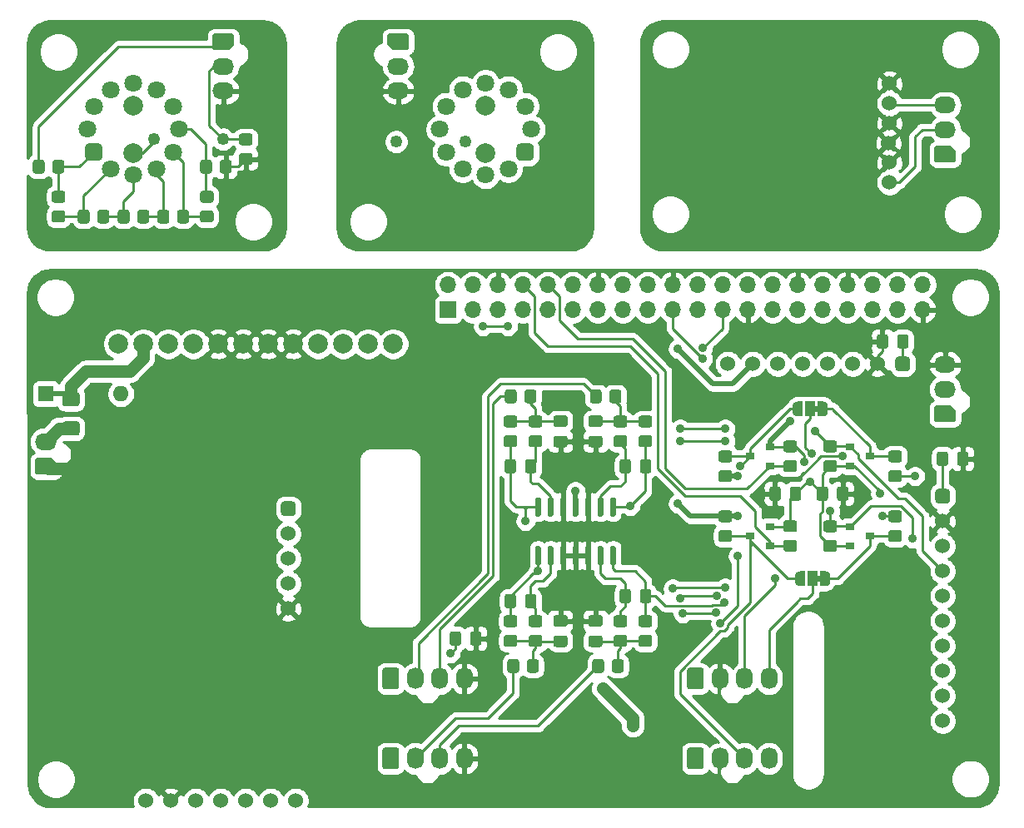
<source format=gbl>
G04 #@! TF.GenerationSoftware,KiCad,Pcbnew,(5.1.10)-1*
G04 #@! TF.CreationDate,2021-06-28T12:48:49+02:00*
G04 #@! TF.ProjectId,PI_MARTLOgger,50495f4d-4152-4544-9c4f-676765722e6b,rev?*
G04 #@! TF.SameCoordinates,Original*
G04 #@! TF.FileFunction,Copper,L2,Bot*
G04 #@! TF.FilePolarity,Positive*
%FSLAX46Y46*%
G04 Gerber Fmt 4.6, Leading zero omitted, Abs format (unit mm)*
G04 Created by KiCad (PCBNEW (5.1.10)-1) date 2021-06-28 12:48:49*
%MOMM*%
%LPD*%
G01*
G04 APERTURE LIST*
G04 #@! TA.AperFunction,EtchedComponent*
%ADD10C,0.150000*%
G04 #@! TD*
G04 #@! TA.AperFunction,ComponentPad*
%ADD11C,1.524000*%
G04 #@! TD*
G04 #@! TA.AperFunction,ComponentPad*
%ADD12O,2.200000X1.700000*%
G04 #@! TD*
G04 #@! TA.AperFunction,ComponentPad*
%ADD13C,0.150000*%
G04 #@! TD*
G04 #@! TA.AperFunction,ComponentPad*
%ADD14C,2.000000*%
G04 #@! TD*
G04 #@! TA.AperFunction,ComponentPad*
%ADD15O,1.700000X2.200000*%
G04 #@! TD*
G04 #@! TA.AperFunction,ComponentPad*
%ADD16C,1.800000*%
G04 #@! TD*
G04 #@! TA.AperFunction,ComponentPad*
%ADD17C,1.250000*%
G04 #@! TD*
G04 #@! TA.AperFunction,ComponentPad*
%ADD18O,1.600000X1.600000*%
G04 #@! TD*
G04 #@! TA.AperFunction,ComponentPad*
%ADD19R,1.600000X1.600000*%
G04 #@! TD*
G04 #@! TA.AperFunction,SMDPad,CuDef*
%ADD20R,0.900000X0.800000*%
G04 #@! TD*
G04 #@! TA.AperFunction,SMDPad,CuDef*
%ADD21C,0.150000*%
G04 #@! TD*
G04 #@! TA.AperFunction,SMDPad,CuDef*
%ADD22R,1.000000X1.500000*%
G04 #@! TD*
G04 #@! TA.AperFunction,ComponentPad*
%ADD23R,1.700000X1.700000*%
G04 #@! TD*
G04 #@! TA.AperFunction,ComponentPad*
%ADD24O,1.700000X1.700000*%
G04 #@! TD*
G04 #@! TA.AperFunction,ViaPad*
%ADD25C,0.900000*%
G04 #@! TD*
G04 #@! TA.AperFunction,Conductor*
%ADD26C,0.254000*%
G04 #@! TD*
G04 #@! TA.AperFunction,Conductor*
%ADD27C,0.508000*%
G04 #@! TD*
G04 #@! TA.AperFunction,Conductor*
%ADD28C,1.270000*%
G04 #@! TD*
G04 #@! TA.AperFunction,Conductor*
%ADD29C,0.150000*%
G04 #@! TD*
G04 APERTURE END LIST*
D10*
G36*
X246366000Y-125824000D02*
G01*
X245866000Y-125824000D01*
X245866000Y-126424000D01*
X246366000Y-126424000D01*
X246366000Y-125824000D01*
G37*
G36*
X246112000Y-108552000D02*
G01*
X245612000Y-108552000D01*
X245612000Y-109152000D01*
X246112000Y-109152000D01*
X246112000Y-108552000D01*
G37*
D11*
X192126000Y-129172000D03*
X192126000Y-126632000D03*
G04 #@! TA.AperFunction,ComponentPad*
G36*
G01*
X192507000Y-119774000D02*
X191745000Y-119774000D01*
G75*
G02*
X191364000Y-119393000I0J381000D01*
G01*
X191364000Y-118631000D01*
G75*
G02*
X191745000Y-118250000I381000J0D01*
G01*
X192507000Y-118250000D01*
G75*
G02*
X192888000Y-118631000I0J-381000D01*
G01*
X192888000Y-119393000D01*
G75*
G02*
X192507000Y-119774000I-381000J0D01*
G01*
G37*
G04 #@! TD.AperFunction*
X192126000Y-121552000D03*
X192126000Y-124092000D03*
X192888000Y-148730000D03*
X190348000Y-148730000D03*
X187808000Y-148730000D03*
X177648000Y-148730000D03*
X180188000Y-148730000D03*
X182728000Y-148730000D03*
X185268000Y-148730000D03*
G04 #@! TA.AperFunction,SMDPad,CuDef*
G36*
G01*
X247932000Y-117963000D02*
X247932000Y-117013000D01*
G75*
G02*
X248182000Y-116763000I250000J0D01*
G01*
X248857000Y-116763000D01*
G75*
G02*
X249107000Y-117013000I0J-250000D01*
G01*
X249107000Y-117963000D01*
G75*
G02*
X248857000Y-118213000I-250000J0D01*
G01*
X248182000Y-118213000D01*
G75*
G02*
X247932000Y-117963000I0J250000D01*
G01*
G37*
G04 #@! TD.AperFunction*
G04 #@! TA.AperFunction,SMDPad,CuDef*
G36*
G01*
X245857000Y-117963000D02*
X245857000Y-117013000D01*
G75*
G02*
X246107000Y-116763000I250000J0D01*
G01*
X246782000Y-116763000D01*
G75*
G02*
X247032000Y-117013000I0J-250000D01*
G01*
X247032000Y-117963000D01*
G75*
G02*
X246782000Y-118213000I-250000J0D01*
G01*
X246107000Y-118213000D01*
G75*
G02*
X245857000Y-117963000I0J250000D01*
G01*
G37*
G04 #@! TD.AperFunction*
G04 #@! TA.AperFunction,SMDPad,CuDef*
G36*
G01*
X242222000Y-117013000D02*
X242222000Y-117963000D01*
G75*
G02*
X241972000Y-118213000I-250000J0D01*
G01*
X241297000Y-118213000D01*
G75*
G02*
X241047000Y-117963000I0J250000D01*
G01*
X241047000Y-117013000D01*
G75*
G02*
X241297000Y-116763000I250000J0D01*
G01*
X241972000Y-116763000D01*
G75*
G02*
X242222000Y-117013000I0J-250000D01*
G01*
G37*
G04 #@! TD.AperFunction*
G04 #@! TA.AperFunction,SMDPad,CuDef*
G36*
G01*
X244297000Y-117013000D02*
X244297000Y-117963000D01*
G75*
G02*
X244047000Y-118213000I-250000J0D01*
G01*
X243372000Y-118213000D01*
G75*
G02*
X243122000Y-117963000I0J250000D01*
G01*
X243122000Y-117013000D01*
G75*
G02*
X243372000Y-116763000I250000J0D01*
G01*
X244047000Y-116763000D01*
G75*
G02*
X244297000Y-117013000I0J-250000D01*
G01*
G37*
G04 #@! TD.AperFunction*
D12*
X185522000Y-76514000D03*
X185522000Y-74014000D03*
G04 #@! TA.AperFunction,ComponentPad*
D13*
G36*
X184623227Y-72359196D02*
G01*
X184576329Y-72344970D01*
X184533107Y-72321867D01*
X184495223Y-72290777D01*
X184464133Y-72252893D01*
X184441030Y-72209671D01*
X184426804Y-72162773D01*
X184422000Y-72114000D01*
X184422000Y-70914000D01*
X184426804Y-70865227D01*
X184441030Y-70818329D01*
X184464133Y-70775107D01*
X184495223Y-70737223D01*
X184533107Y-70706133D01*
X184576329Y-70683030D01*
X184623227Y-70668804D01*
X184672000Y-70664000D01*
X186372000Y-70664000D01*
X186420773Y-70668804D01*
X186467671Y-70683030D01*
X186510893Y-70706133D01*
X186548777Y-70737223D01*
X186579867Y-70775107D01*
X186602970Y-70818329D01*
X186617196Y-70865227D01*
X186622000Y-70914000D01*
X186622000Y-71714000D01*
X186617196Y-71762773D01*
X186602970Y-71809671D01*
X186579867Y-71852893D01*
X186548777Y-71890777D01*
X186148777Y-72290777D01*
X186110893Y-72321867D01*
X186067671Y-72344970D01*
X186020773Y-72359196D01*
X185972000Y-72364000D01*
X184672000Y-72364000D01*
X184623227Y-72359196D01*
G37*
G04 #@! TD.AperFunction*
D12*
X258928000Y-77944000D03*
X258928000Y-80444000D03*
G04 #@! TA.AperFunction,ComponentPad*
D13*
G36*
X258029227Y-83789196D02*
G01*
X257982329Y-83774970D01*
X257939107Y-83751867D01*
X257901223Y-83720777D01*
X257870133Y-83682893D01*
X257847030Y-83639671D01*
X257832804Y-83592773D01*
X257828000Y-83544000D01*
X257828000Y-82344000D01*
X257832804Y-82295227D01*
X257847030Y-82248329D01*
X257870133Y-82205107D01*
X257901223Y-82167223D01*
X257939107Y-82136133D01*
X257982329Y-82113030D01*
X258029227Y-82098804D01*
X258078000Y-82094000D01*
X259378000Y-82094000D01*
X259426773Y-82098804D01*
X259473671Y-82113030D01*
X259516893Y-82136133D01*
X259554777Y-82167223D01*
X259954777Y-82567223D01*
X259985867Y-82605107D01*
X260008970Y-82648329D01*
X260023196Y-82695227D01*
X260028000Y-82744000D01*
X260028000Y-83544000D01*
X260023196Y-83592773D01*
X260008970Y-83639671D01*
X259985867Y-83682893D01*
X259954777Y-83720777D01*
X259916893Y-83751867D01*
X259873671Y-83774970D01*
X259826773Y-83789196D01*
X259778000Y-83794000D01*
X258078000Y-83794000D01*
X258029227Y-83789196D01*
G37*
G04 #@! TD.AperFunction*
D12*
X203302000Y-76514000D03*
X203302000Y-74014000D03*
G04 #@! TA.AperFunction,ComponentPad*
D13*
G36*
X204200773Y-70668804D02*
G01*
X204247671Y-70683030D01*
X204290893Y-70706133D01*
X204328777Y-70737223D01*
X204359867Y-70775107D01*
X204382970Y-70818329D01*
X204397196Y-70865227D01*
X204402000Y-70914000D01*
X204402000Y-72114000D01*
X204397196Y-72162773D01*
X204382970Y-72209671D01*
X204359867Y-72252893D01*
X204328777Y-72290777D01*
X204290893Y-72321867D01*
X204247671Y-72344970D01*
X204200773Y-72359196D01*
X204152000Y-72364000D01*
X202852000Y-72364000D01*
X202803227Y-72359196D01*
X202756329Y-72344970D01*
X202713107Y-72321867D01*
X202675223Y-72290777D01*
X202275223Y-71890777D01*
X202244133Y-71852893D01*
X202221030Y-71809671D01*
X202206804Y-71762773D01*
X202202000Y-71714000D01*
X202202000Y-70914000D01*
X202206804Y-70865227D01*
X202221030Y-70818329D01*
X202244133Y-70775107D01*
X202275223Y-70737223D01*
X202313107Y-70706133D01*
X202356329Y-70683030D01*
X202403227Y-70668804D01*
X202452000Y-70664000D01*
X204152000Y-70664000D01*
X204200773Y-70668804D01*
G37*
G04 #@! TD.AperFunction*
D12*
X167488000Y-112194000D03*
G04 #@! TA.AperFunction,ComponentPad*
D13*
G36*
X166589227Y-115539196D02*
G01*
X166542329Y-115524970D01*
X166499107Y-115501867D01*
X166461223Y-115470777D01*
X166430133Y-115432893D01*
X166407030Y-115389671D01*
X166392804Y-115342773D01*
X166388000Y-115294000D01*
X166388000Y-114094000D01*
X166392804Y-114045227D01*
X166407030Y-113998329D01*
X166430133Y-113955107D01*
X166461223Y-113917223D01*
X166499107Y-113886133D01*
X166542329Y-113863030D01*
X166589227Y-113848804D01*
X166638000Y-113844000D01*
X167938000Y-113844000D01*
X167986773Y-113848804D01*
X168033671Y-113863030D01*
X168076893Y-113886133D01*
X168114777Y-113917223D01*
X168514777Y-114317223D01*
X168545867Y-114355107D01*
X168568970Y-114398329D01*
X168583196Y-114445227D01*
X168588000Y-114494000D01*
X168588000Y-115294000D01*
X168583196Y-115342773D01*
X168568970Y-115389671D01*
X168545867Y-115432893D01*
X168514777Y-115470777D01*
X168476893Y-115501867D01*
X168433671Y-115524970D01*
X168386773Y-115539196D01*
X168338000Y-115544000D01*
X166638000Y-115544000D01*
X166589227Y-115539196D01*
G37*
G04 #@! TD.AperFunction*
D14*
X202794000Y-102248000D03*
X200254000Y-102248000D03*
X197714000Y-102248000D03*
X195174000Y-102248000D03*
X192634000Y-102248000D03*
X190094000Y-102248000D03*
X187554000Y-102248000D03*
X185014000Y-102248000D03*
X174854000Y-102248000D03*
X177394000Y-102248000D03*
X179934000Y-102248000D03*
X182474000Y-102248000D03*
D11*
X258674000Y-140602000D03*
X258674000Y-138062000D03*
X258674000Y-135522000D03*
X258674000Y-132982000D03*
X258674000Y-130442000D03*
G04 #@! TA.AperFunction,ComponentPad*
G36*
G01*
X258293000Y-116980000D02*
X259055000Y-116980000D01*
G75*
G02*
X259436000Y-117361000I0J-381000D01*
G01*
X259436000Y-118123000D01*
G75*
G02*
X259055000Y-118504000I-381000J0D01*
G01*
X258293000Y-118504000D01*
G75*
G02*
X257912000Y-118123000I0J381000D01*
G01*
X257912000Y-117361000D01*
G75*
G02*
X258293000Y-116980000I381000J0D01*
G01*
G37*
G04 #@! TD.AperFunction*
X258674000Y-120282000D03*
X258674000Y-122822000D03*
X258674000Y-125362000D03*
X258674000Y-127902000D03*
D12*
X258928000Y-104360000D03*
X258928000Y-106860000D03*
G04 #@! TA.AperFunction,ComponentPad*
D13*
G36*
X258029227Y-110205196D02*
G01*
X257982329Y-110190970D01*
X257939107Y-110167867D01*
X257901223Y-110136777D01*
X257870133Y-110098893D01*
X257847030Y-110055671D01*
X257832804Y-110008773D01*
X257828000Y-109960000D01*
X257828000Y-108760000D01*
X257832804Y-108711227D01*
X257847030Y-108664329D01*
X257870133Y-108621107D01*
X257901223Y-108583223D01*
X257939107Y-108552133D01*
X257982329Y-108529030D01*
X258029227Y-108514804D01*
X258078000Y-108510000D01*
X259378000Y-108510000D01*
X259426773Y-108514804D01*
X259473671Y-108529030D01*
X259516893Y-108552133D01*
X259554777Y-108583223D01*
X259954777Y-108983223D01*
X259985867Y-109021107D01*
X260008970Y-109064329D01*
X260023196Y-109111227D01*
X260028000Y-109160000D01*
X260028000Y-109960000D01*
X260023196Y-110008773D01*
X260008970Y-110055671D01*
X259985867Y-110098893D01*
X259954777Y-110136777D01*
X259916893Y-110167867D01*
X259873671Y-110190970D01*
X259826773Y-110205196D01*
X259778000Y-110210000D01*
X258078000Y-110210000D01*
X258029227Y-110205196D01*
G37*
G04 #@! TD.AperFunction*
D15*
X241028000Y-136284000D03*
X238528000Y-136284000D03*
X236028000Y-136284000D03*
G04 #@! TA.AperFunction,ComponentPad*
G36*
G01*
X234128000Y-137384000D02*
X232928000Y-137384000D01*
G75*
G02*
X232678000Y-137134000I0J250000D01*
G01*
X232678000Y-135434000D01*
G75*
G02*
X232928000Y-135184000I250000J0D01*
G01*
X234128000Y-135184000D01*
G75*
G02*
X234378000Y-135434000I0J-250000D01*
G01*
X234378000Y-137134000D01*
G75*
G02*
X234128000Y-137384000I-250000J0D01*
G01*
G37*
G04 #@! TD.AperFunction*
X241028000Y-144412000D03*
X238528000Y-144412000D03*
X236028000Y-144412000D03*
G04 #@! TA.AperFunction,ComponentPad*
G36*
G01*
X234128000Y-145512000D02*
X232928000Y-145512000D01*
G75*
G02*
X232678000Y-145262000I0J250000D01*
G01*
X232678000Y-143562000D01*
G75*
G02*
X232928000Y-143312000I250000J0D01*
G01*
X234128000Y-143312000D01*
G75*
G02*
X234378000Y-143562000I0J-250000D01*
G01*
X234378000Y-145262000D01*
G75*
G02*
X234128000Y-145512000I-250000J0D01*
G01*
G37*
G04 #@! TD.AperFunction*
X210040000Y-136284000D03*
X207540000Y-136284000D03*
X205040000Y-136284000D03*
G04 #@! TA.AperFunction,ComponentPad*
G36*
G01*
X203140000Y-137384000D02*
X201940000Y-137384000D01*
G75*
G02*
X201690000Y-137134000I0J250000D01*
G01*
X201690000Y-135434000D01*
G75*
G02*
X201940000Y-135184000I250000J0D01*
G01*
X203140000Y-135184000D01*
G75*
G02*
X203390000Y-135434000I0J-250000D01*
G01*
X203390000Y-137134000D01*
G75*
G02*
X203140000Y-137384000I-250000J0D01*
G01*
G37*
G04 #@! TD.AperFunction*
X210040000Y-144412000D03*
X207540000Y-144412000D03*
X205040000Y-144412000D03*
G04 #@! TA.AperFunction,ComponentPad*
G36*
G01*
X203140000Y-145512000D02*
X201940000Y-145512000D01*
G75*
G02*
X201690000Y-145262000I0J250000D01*
G01*
X201690000Y-143562000D01*
G75*
G02*
X201940000Y-143312000I250000J0D01*
G01*
X203140000Y-143312000D01*
G75*
G02*
X203390000Y-143562000I0J-250000D01*
G01*
X203390000Y-145262000D01*
G75*
G02*
X203140000Y-145512000I-250000J0D01*
G01*
G37*
G04 #@! TD.AperFunction*
G04 #@! TA.AperFunction,SMDPad,CuDef*
G36*
G01*
X188258001Y-82036000D02*
X187357999Y-82036000D01*
G75*
G02*
X187108000Y-81786001I0J249999D01*
G01*
X187108000Y-81085999D01*
G75*
G02*
X187357999Y-80836000I249999J0D01*
G01*
X188258001Y-80836000D01*
G75*
G02*
X188508000Y-81085999I0J-249999D01*
G01*
X188508000Y-81786001D01*
G75*
G02*
X188258001Y-82036000I-249999J0D01*
G01*
G37*
G04 #@! TD.AperFunction*
G04 #@! TA.AperFunction,SMDPad,CuDef*
G36*
G01*
X188258001Y-84036000D02*
X187357999Y-84036000D01*
G75*
G02*
X187108000Y-83786001I0J249999D01*
G01*
X187108000Y-83085999D01*
G75*
G02*
X187357999Y-82836000I249999J0D01*
G01*
X188258001Y-82836000D01*
G75*
G02*
X188508000Y-83085999I0J-249999D01*
G01*
X188508000Y-83786001D01*
G75*
G02*
X188258001Y-84036000I-249999J0D01*
G01*
G37*
G04 #@! TD.AperFunction*
G04 #@! TA.AperFunction,SMDPad,CuDef*
G36*
G01*
X168142000Y-84664001D02*
X168142000Y-83763999D01*
G75*
G02*
X168391999Y-83514000I249999J0D01*
G01*
X169092001Y-83514000D01*
G75*
G02*
X169342000Y-83763999I0J-249999D01*
G01*
X169342000Y-84664001D01*
G75*
G02*
X169092001Y-84914000I-249999J0D01*
G01*
X168391999Y-84914000D01*
G75*
G02*
X168142000Y-84664001I0J249999D01*
G01*
G37*
G04 #@! TD.AperFunction*
G04 #@! TA.AperFunction,SMDPad,CuDef*
G36*
G01*
X166142000Y-84664001D02*
X166142000Y-83763999D01*
G75*
G02*
X166391999Y-83514000I249999J0D01*
G01*
X167092001Y-83514000D01*
G75*
G02*
X167342000Y-83763999I0J-249999D01*
G01*
X167342000Y-84664001D01*
G75*
G02*
X167092001Y-84914000I-249999J0D01*
G01*
X166391999Y-84914000D01*
G75*
G02*
X166142000Y-84664001I0J249999D01*
G01*
G37*
G04 #@! TD.AperFunction*
G04 #@! TA.AperFunction,SMDPad,CuDef*
G36*
G01*
X168307999Y-88678000D02*
X169208001Y-88678000D01*
G75*
G02*
X169458000Y-88927999I0J-249999D01*
G01*
X169458000Y-89628001D01*
G75*
G02*
X169208001Y-89878000I-249999J0D01*
G01*
X168307999Y-89878000D01*
G75*
G02*
X168058000Y-89628001I0J249999D01*
G01*
X168058000Y-88927999D01*
G75*
G02*
X168307999Y-88678000I249999J0D01*
G01*
G37*
G04 #@! TD.AperFunction*
G04 #@! TA.AperFunction,SMDPad,CuDef*
G36*
G01*
X168307999Y-86678000D02*
X169208001Y-86678000D01*
G75*
G02*
X169458000Y-86927999I0J-249999D01*
G01*
X169458000Y-87628001D01*
G75*
G02*
X169208001Y-87878000I-249999J0D01*
G01*
X168307999Y-87878000D01*
G75*
G02*
X168058000Y-87628001I0J249999D01*
G01*
X168058000Y-86927999D01*
G75*
G02*
X168307999Y-86678000I249999J0D01*
G01*
G37*
G04 #@! TD.AperFunction*
G04 #@! TA.AperFunction,SMDPad,CuDef*
G36*
G01*
X172714000Y-89744001D02*
X172714000Y-88843999D01*
G75*
G02*
X172963999Y-88594000I249999J0D01*
G01*
X173664001Y-88594000D01*
G75*
G02*
X173914000Y-88843999I0J-249999D01*
G01*
X173914000Y-89744001D01*
G75*
G02*
X173664001Y-89994000I-249999J0D01*
G01*
X172963999Y-89994000D01*
G75*
G02*
X172714000Y-89744001I0J249999D01*
G01*
G37*
G04 #@! TD.AperFunction*
G04 #@! TA.AperFunction,SMDPad,CuDef*
G36*
G01*
X170714000Y-89744001D02*
X170714000Y-88843999D01*
G75*
G02*
X170963999Y-88594000I249999J0D01*
G01*
X171664001Y-88594000D01*
G75*
G02*
X171914000Y-88843999I0J-249999D01*
G01*
X171914000Y-89744001D01*
G75*
G02*
X171664001Y-89994000I-249999J0D01*
G01*
X170963999Y-89994000D01*
G75*
G02*
X170714000Y-89744001I0J249999D01*
G01*
G37*
G04 #@! TD.AperFunction*
G04 #@! TA.AperFunction,SMDPad,CuDef*
G36*
G01*
X176778000Y-89744001D02*
X176778000Y-88843999D01*
G75*
G02*
X177027999Y-88594000I249999J0D01*
G01*
X177728001Y-88594000D01*
G75*
G02*
X177978000Y-88843999I0J-249999D01*
G01*
X177978000Y-89744001D01*
G75*
G02*
X177728001Y-89994000I-249999J0D01*
G01*
X177027999Y-89994000D01*
G75*
G02*
X176778000Y-89744001I0J249999D01*
G01*
G37*
G04 #@! TD.AperFunction*
G04 #@! TA.AperFunction,SMDPad,CuDef*
G36*
G01*
X174778000Y-89744001D02*
X174778000Y-88843999D01*
G75*
G02*
X175027999Y-88594000I249999J0D01*
G01*
X175728001Y-88594000D01*
G75*
G02*
X175978000Y-88843999I0J-249999D01*
G01*
X175978000Y-89744001D01*
G75*
G02*
X175728001Y-89994000I-249999J0D01*
G01*
X175027999Y-89994000D01*
G75*
G02*
X174778000Y-89744001I0J249999D01*
G01*
G37*
G04 #@! TD.AperFunction*
G04 #@! TA.AperFunction,SMDPad,CuDef*
G36*
G01*
X180826000Y-89744001D02*
X180826000Y-88843999D01*
G75*
G02*
X181075999Y-88594000I249999J0D01*
G01*
X181776001Y-88594000D01*
G75*
G02*
X182026000Y-88843999I0J-249999D01*
G01*
X182026000Y-89744001D01*
G75*
G02*
X181776001Y-89994000I-249999J0D01*
G01*
X181075999Y-89994000D01*
G75*
G02*
X180826000Y-89744001I0J249999D01*
G01*
G37*
G04 #@! TD.AperFunction*
G04 #@! TA.AperFunction,SMDPad,CuDef*
G36*
G01*
X178826000Y-89744001D02*
X178826000Y-88843999D01*
G75*
G02*
X179075999Y-88594000I249999J0D01*
G01*
X179776001Y-88594000D01*
G75*
G02*
X180026000Y-88843999I0J-249999D01*
G01*
X180026000Y-89744001D01*
G75*
G02*
X179776001Y-89994000I-249999J0D01*
G01*
X179075999Y-89994000D01*
G75*
G02*
X178826000Y-89744001I0J249999D01*
G01*
G37*
G04 #@! TD.AperFunction*
G04 #@! TA.AperFunction,SMDPad,CuDef*
G36*
G01*
X184295601Y-87878000D02*
X183395599Y-87878000D01*
G75*
G02*
X183145600Y-87628001I0J249999D01*
G01*
X183145600Y-86927999D01*
G75*
G02*
X183395599Y-86678000I249999J0D01*
G01*
X184295601Y-86678000D01*
G75*
G02*
X184545600Y-86927999I0J-249999D01*
G01*
X184545600Y-87628001D01*
G75*
G02*
X184295601Y-87878000I-249999J0D01*
G01*
G37*
G04 #@! TD.AperFunction*
G04 #@! TA.AperFunction,SMDPad,CuDef*
G36*
G01*
X184295601Y-89878000D02*
X183395599Y-89878000D01*
G75*
G02*
X183145600Y-89628001I0J249999D01*
G01*
X183145600Y-88927999D01*
G75*
G02*
X183395599Y-88678000I249999J0D01*
G01*
X184295601Y-88678000D01*
G75*
G02*
X184545600Y-88927999I0J-249999D01*
G01*
X184545600Y-89628001D01*
G75*
G02*
X184295601Y-89878000I-249999J0D01*
G01*
G37*
G04 #@! TD.AperFunction*
G04 #@! TA.AperFunction,SMDPad,CuDef*
G36*
G01*
X185160000Y-84664001D02*
X185160000Y-83763999D01*
G75*
G02*
X185409999Y-83514000I249999J0D01*
G01*
X186110001Y-83514000D01*
G75*
G02*
X186360000Y-83763999I0J-249999D01*
G01*
X186360000Y-84664001D01*
G75*
G02*
X186110001Y-84914000I-249999J0D01*
G01*
X185409999Y-84914000D01*
G75*
G02*
X185160000Y-84664001I0J249999D01*
G01*
G37*
G04 #@! TD.AperFunction*
G04 #@! TA.AperFunction,SMDPad,CuDef*
G36*
G01*
X183160000Y-84664001D02*
X183160000Y-83763999D01*
G75*
G02*
X183409999Y-83514000I249999J0D01*
G01*
X184110001Y-83514000D01*
G75*
G02*
X184360000Y-83763999I0J-249999D01*
G01*
X184360000Y-84664001D01*
G75*
G02*
X184110001Y-84914000I-249999J0D01*
G01*
X183409999Y-84914000D01*
G75*
G02*
X183160000Y-84664001I0J249999D01*
G01*
G37*
G04 #@! TD.AperFunction*
G04 #@! TA.AperFunction,SMDPad,CuDef*
G36*
G01*
X217722001Y-131058000D02*
X216821999Y-131058000D01*
G75*
G02*
X216572000Y-130808001I0J249999D01*
G01*
X216572000Y-130107999D01*
G75*
G02*
X216821999Y-129858000I249999J0D01*
G01*
X217722001Y-129858000D01*
G75*
G02*
X217972000Y-130107999I0J-249999D01*
G01*
X217972000Y-130808001D01*
G75*
G02*
X217722001Y-131058000I-249999J0D01*
G01*
G37*
G04 #@! TD.AperFunction*
G04 #@! TA.AperFunction,SMDPad,CuDef*
G36*
G01*
X217722001Y-133058000D02*
X216821999Y-133058000D01*
G75*
G02*
X216572000Y-132808001I0J249999D01*
G01*
X216572000Y-132107999D01*
G75*
G02*
X216821999Y-131858000I249999J0D01*
G01*
X217722001Y-131858000D01*
G75*
G02*
X217972000Y-132107999I0J-249999D01*
G01*
X217972000Y-132808001D01*
G75*
G02*
X217722001Y-133058000I-249999J0D01*
G01*
G37*
G04 #@! TD.AperFunction*
G04 #@! TA.AperFunction,SMDPad,CuDef*
G36*
G01*
X226358001Y-131058000D02*
X225457999Y-131058000D01*
G75*
G02*
X225208000Y-130808001I0J249999D01*
G01*
X225208000Y-130107999D01*
G75*
G02*
X225457999Y-129858000I249999J0D01*
G01*
X226358001Y-129858000D01*
G75*
G02*
X226608000Y-130107999I0J-249999D01*
G01*
X226608000Y-130808001D01*
G75*
G02*
X226358001Y-131058000I-249999J0D01*
G01*
G37*
G04 #@! TD.AperFunction*
G04 #@! TA.AperFunction,SMDPad,CuDef*
G36*
G01*
X226358001Y-133058000D02*
X225457999Y-133058000D01*
G75*
G02*
X225208000Y-132808001I0J249999D01*
G01*
X225208000Y-132107999D01*
G75*
G02*
X225457999Y-131858000I249999J0D01*
G01*
X226358001Y-131858000D01*
G75*
G02*
X226608000Y-132107999I0J-249999D01*
G01*
X226608000Y-132808001D01*
G75*
G02*
X226358001Y-133058000I-249999J0D01*
G01*
G37*
G04 #@! TD.AperFunction*
G04 #@! TA.AperFunction,SMDPad,CuDef*
G36*
G01*
X225457999Y-111538000D02*
X226358001Y-111538000D01*
G75*
G02*
X226608000Y-111787999I0J-249999D01*
G01*
X226608000Y-112488001D01*
G75*
G02*
X226358001Y-112738000I-249999J0D01*
G01*
X225457999Y-112738000D01*
G75*
G02*
X225208000Y-112488001I0J249999D01*
G01*
X225208000Y-111787999D01*
G75*
G02*
X225457999Y-111538000I249999J0D01*
G01*
G37*
G04 #@! TD.AperFunction*
G04 #@! TA.AperFunction,SMDPad,CuDef*
G36*
G01*
X225457999Y-109538000D02*
X226358001Y-109538000D01*
G75*
G02*
X226608000Y-109787999I0J-249999D01*
G01*
X226608000Y-110488001D01*
G75*
G02*
X226358001Y-110738000I-249999J0D01*
G01*
X225457999Y-110738000D01*
G75*
G02*
X225208000Y-110488001I0J249999D01*
G01*
X225208000Y-109787999D01*
G75*
G02*
X225457999Y-109538000I249999J0D01*
G01*
G37*
G04 #@! TD.AperFunction*
G04 #@! TA.AperFunction,SMDPad,CuDef*
G36*
G01*
X216821999Y-111538000D02*
X217722001Y-111538000D01*
G75*
G02*
X217972000Y-111787999I0J-249999D01*
G01*
X217972000Y-112488001D01*
G75*
G02*
X217722001Y-112738000I-249999J0D01*
G01*
X216821999Y-112738000D01*
G75*
G02*
X216572000Y-112488001I0J249999D01*
G01*
X216572000Y-111787999D01*
G75*
G02*
X216821999Y-111538000I249999J0D01*
G01*
G37*
G04 #@! TD.AperFunction*
G04 #@! TA.AperFunction,SMDPad,CuDef*
G36*
G01*
X216821999Y-109538000D02*
X217722001Y-109538000D01*
G75*
G02*
X217972000Y-109787999I0J-249999D01*
G01*
X217972000Y-110488001D01*
G75*
G02*
X217722001Y-110738000I-249999J0D01*
G01*
X216821999Y-110738000D01*
G75*
G02*
X216572000Y-110488001I0J249999D01*
G01*
X216572000Y-109787999D01*
G75*
G02*
X216821999Y-109538000I249999J0D01*
G01*
G37*
G04 #@! TD.AperFunction*
G04 #@! TA.AperFunction,SMDPad,CuDef*
G36*
G01*
X215182001Y-131058000D02*
X214281999Y-131058000D01*
G75*
G02*
X214032000Y-130808001I0J249999D01*
G01*
X214032000Y-130107999D01*
G75*
G02*
X214281999Y-129858000I249999J0D01*
G01*
X215182001Y-129858000D01*
G75*
G02*
X215432000Y-130107999I0J-249999D01*
G01*
X215432000Y-130808001D01*
G75*
G02*
X215182001Y-131058000I-249999J0D01*
G01*
G37*
G04 #@! TD.AperFunction*
G04 #@! TA.AperFunction,SMDPad,CuDef*
G36*
G01*
X215182001Y-133058000D02*
X214281999Y-133058000D01*
G75*
G02*
X214032000Y-132808001I0J249999D01*
G01*
X214032000Y-132107999D01*
G75*
G02*
X214281999Y-131858000I249999J0D01*
G01*
X215182001Y-131858000D01*
G75*
G02*
X215432000Y-132107999I0J-249999D01*
G01*
X215432000Y-132808001D01*
G75*
G02*
X215182001Y-133058000I-249999J0D01*
G01*
G37*
G04 #@! TD.AperFunction*
G04 #@! TA.AperFunction,SMDPad,CuDef*
G36*
G01*
X228898001Y-131058000D02*
X227997999Y-131058000D01*
G75*
G02*
X227748000Y-130808001I0J249999D01*
G01*
X227748000Y-130107999D01*
G75*
G02*
X227997999Y-129858000I249999J0D01*
G01*
X228898001Y-129858000D01*
G75*
G02*
X229148000Y-130107999I0J-249999D01*
G01*
X229148000Y-130808001D01*
G75*
G02*
X228898001Y-131058000I-249999J0D01*
G01*
G37*
G04 #@! TD.AperFunction*
G04 #@! TA.AperFunction,SMDPad,CuDef*
G36*
G01*
X228898001Y-133058000D02*
X227997999Y-133058000D01*
G75*
G02*
X227748000Y-132808001I0J249999D01*
G01*
X227748000Y-132107999D01*
G75*
G02*
X227997999Y-131858000I249999J0D01*
G01*
X228898001Y-131858000D01*
G75*
G02*
X229148000Y-132107999I0J-249999D01*
G01*
X229148000Y-132808001D01*
G75*
G02*
X228898001Y-133058000I-249999J0D01*
G01*
G37*
G04 #@! TD.AperFunction*
G04 #@! TA.AperFunction,SMDPad,CuDef*
G36*
G01*
X227997999Y-111538000D02*
X228898001Y-111538000D01*
G75*
G02*
X229148000Y-111787999I0J-249999D01*
G01*
X229148000Y-112488001D01*
G75*
G02*
X228898001Y-112738000I-249999J0D01*
G01*
X227997999Y-112738000D01*
G75*
G02*
X227748000Y-112488001I0J249999D01*
G01*
X227748000Y-111787999D01*
G75*
G02*
X227997999Y-111538000I249999J0D01*
G01*
G37*
G04 #@! TD.AperFunction*
G04 #@! TA.AperFunction,SMDPad,CuDef*
G36*
G01*
X227997999Y-109538000D02*
X228898001Y-109538000D01*
G75*
G02*
X229148000Y-109787999I0J-249999D01*
G01*
X229148000Y-110488001D01*
G75*
G02*
X228898001Y-110738000I-249999J0D01*
G01*
X227997999Y-110738000D01*
G75*
G02*
X227748000Y-110488001I0J249999D01*
G01*
X227748000Y-109787999D01*
G75*
G02*
X227997999Y-109538000I249999J0D01*
G01*
G37*
G04 #@! TD.AperFunction*
G04 #@! TA.AperFunction,SMDPad,CuDef*
G36*
G01*
X214281999Y-111538000D02*
X215182001Y-111538000D01*
G75*
G02*
X215432000Y-111787999I0J-249999D01*
G01*
X215432000Y-112488001D01*
G75*
G02*
X215182001Y-112738000I-249999J0D01*
G01*
X214281999Y-112738000D01*
G75*
G02*
X214032000Y-112488001I0J249999D01*
G01*
X214032000Y-111787999D01*
G75*
G02*
X214281999Y-111538000I249999J0D01*
G01*
G37*
G04 #@! TD.AperFunction*
G04 #@! TA.AperFunction,SMDPad,CuDef*
G36*
G01*
X214281999Y-109538000D02*
X215182001Y-109538000D01*
G75*
G02*
X215432000Y-109787999I0J-249999D01*
G01*
X215432000Y-110488001D01*
G75*
G02*
X215182001Y-110738000I-249999J0D01*
G01*
X214281999Y-110738000D01*
G75*
G02*
X214032000Y-110488001I0J249999D01*
G01*
X214032000Y-109787999D01*
G75*
G02*
X214281999Y-109538000I249999J0D01*
G01*
G37*
G04 #@! TD.AperFunction*
G04 #@! TA.AperFunction,SMDPad,CuDef*
G36*
G01*
X216402000Y-135464001D02*
X216402000Y-134563999D01*
G75*
G02*
X216651999Y-134314000I249999J0D01*
G01*
X217352001Y-134314000D01*
G75*
G02*
X217602000Y-134563999I0J-249999D01*
G01*
X217602000Y-135464001D01*
G75*
G02*
X217352001Y-135714000I-249999J0D01*
G01*
X216651999Y-135714000D01*
G75*
G02*
X216402000Y-135464001I0J249999D01*
G01*
G37*
G04 #@! TD.AperFunction*
G04 #@! TA.AperFunction,SMDPad,CuDef*
G36*
G01*
X214402000Y-135464001D02*
X214402000Y-134563999D01*
G75*
G02*
X214651999Y-134314000I249999J0D01*
G01*
X215352001Y-134314000D01*
G75*
G02*
X215602000Y-134563999I0J-249999D01*
G01*
X215602000Y-135464001D01*
G75*
G02*
X215352001Y-135714000I-249999J0D01*
G01*
X214651999Y-135714000D01*
G75*
G02*
X214402000Y-135464001I0J249999D01*
G01*
G37*
G04 #@! TD.AperFunction*
G04 #@! TA.AperFunction,SMDPad,CuDef*
G36*
G01*
X225038000Y-135464001D02*
X225038000Y-134563999D01*
G75*
G02*
X225287999Y-134314000I249999J0D01*
G01*
X225988001Y-134314000D01*
G75*
G02*
X226238000Y-134563999I0J-249999D01*
G01*
X226238000Y-135464001D01*
G75*
G02*
X225988001Y-135714000I-249999J0D01*
G01*
X225287999Y-135714000D01*
G75*
G02*
X225038000Y-135464001I0J249999D01*
G01*
G37*
G04 #@! TD.AperFunction*
G04 #@! TA.AperFunction,SMDPad,CuDef*
G36*
G01*
X223038000Y-135464001D02*
X223038000Y-134563999D01*
G75*
G02*
X223287999Y-134314000I249999J0D01*
G01*
X223988001Y-134314000D01*
G75*
G02*
X224238000Y-134563999I0J-249999D01*
G01*
X224238000Y-135464001D01*
G75*
G02*
X223988001Y-135714000I-249999J0D01*
G01*
X223287999Y-135714000D01*
G75*
G02*
X223038000Y-135464001I0J249999D01*
G01*
G37*
G04 #@! TD.AperFunction*
G04 #@! TA.AperFunction,SMDPad,CuDef*
G36*
G01*
X224800000Y-108032001D02*
X224800000Y-107131999D01*
G75*
G02*
X225049999Y-106882000I249999J0D01*
G01*
X225750001Y-106882000D01*
G75*
G02*
X226000000Y-107131999I0J-249999D01*
G01*
X226000000Y-108032001D01*
G75*
G02*
X225750001Y-108282000I-249999J0D01*
G01*
X225049999Y-108282000D01*
G75*
G02*
X224800000Y-108032001I0J249999D01*
G01*
G37*
G04 #@! TD.AperFunction*
G04 #@! TA.AperFunction,SMDPad,CuDef*
G36*
G01*
X222800000Y-108032001D02*
X222800000Y-107131999D01*
G75*
G02*
X223049999Y-106882000I249999J0D01*
G01*
X223750001Y-106882000D01*
G75*
G02*
X224000000Y-107131999I0J-249999D01*
G01*
X224000000Y-108032001D01*
G75*
G02*
X223750001Y-108282000I-249999J0D01*
G01*
X223049999Y-108282000D01*
G75*
G02*
X222800000Y-108032001I0J249999D01*
G01*
G37*
G04 #@! TD.AperFunction*
G04 #@! TA.AperFunction,SMDPad,CuDef*
G36*
G01*
X216148000Y-108032001D02*
X216148000Y-107131999D01*
G75*
G02*
X216397999Y-106882000I249999J0D01*
G01*
X217098001Y-106882000D01*
G75*
G02*
X217348000Y-107131999I0J-249999D01*
G01*
X217348000Y-108032001D01*
G75*
G02*
X217098001Y-108282000I-249999J0D01*
G01*
X216397999Y-108282000D01*
G75*
G02*
X216148000Y-108032001I0J249999D01*
G01*
G37*
G04 #@! TD.AperFunction*
G04 #@! TA.AperFunction,SMDPad,CuDef*
G36*
G01*
X214148000Y-108032001D02*
X214148000Y-107131999D01*
G75*
G02*
X214397999Y-106882000I249999J0D01*
G01*
X215098001Y-106882000D01*
G75*
G02*
X215348000Y-107131999I0J-249999D01*
G01*
X215348000Y-108032001D01*
G75*
G02*
X215098001Y-108282000I-249999J0D01*
G01*
X214397999Y-108282000D01*
G75*
G02*
X214148000Y-108032001I0J249999D01*
G01*
G37*
G04 #@! TD.AperFunction*
G04 #@! TA.AperFunction,SMDPad,CuDef*
G36*
G01*
X242729999Y-122190000D02*
X243630001Y-122190000D01*
G75*
G02*
X243880000Y-122439999I0J-249999D01*
G01*
X243880000Y-123140001D01*
G75*
G02*
X243630001Y-123390000I-249999J0D01*
G01*
X242729999Y-123390000D01*
G75*
G02*
X242480000Y-123140001I0J249999D01*
G01*
X242480000Y-122439999D01*
G75*
G02*
X242729999Y-122190000I249999J0D01*
G01*
G37*
G04 #@! TD.AperFunction*
G04 #@! TA.AperFunction,SMDPad,CuDef*
G36*
G01*
X242729999Y-120190000D02*
X243630001Y-120190000D01*
G75*
G02*
X243880000Y-120439999I0J-249999D01*
G01*
X243880000Y-121140001D01*
G75*
G02*
X243630001Y-121390000I-249999J0D01*
G01*
X242729999Y-121390000D01*
G75*
G02*
X242480000Y-121140001I0J249999D01*
G01*
X242480000Y-120439999D01*
G75*
G02*
X242729999Y-120190000I249999J0D01*
G01*
G37*
G04 #@! TD.AperFunction*
G04 #@! TA.AperFunction,SMDPad,CuDef*
G36*
G01*
X247694001Y-121406000D02*
X246793999Y-121406000D01*
G75*
G02*
X246544000Y-121156001I0J249999D01*
G01*
X246544000Y-120455999D01*
G75*
G02*
X246793999Y-120206000I249999J0D01*
G01*
X247694001Y-120206000D01*
G75*
G02*
X247944000Y-120455999I0J-249999D01*
G01*
X247944000Y-121156001D01*
G75*
G02*
X247694001Y-121406000I-249999J0D01*
G01*
G37*
G04 #@! TD.AperFunction*
G04 #@! TA.AperFunction,SMDPad,CuDef*
G36*
G01*
X247694001Y-123406000D02*
X246793999Y-123406000D01*
G75*
G02*
X246544000Y-123156001I0J249999D01*
G01*
X246544000Y-122455999D01*
G75*
G02*
X246793999Y-122206000I249999J0D01*
G01*
X247694001Y-122206000D01*
G75*
G02*
X247944000Y-122455999I0J-249999D01*
G01*
X247944000Y-123156001D01*
G75*
G02*
X247694001Y-123406000I-249999J0D01*
G01*
G37*
G04 #@! TD.AperFunction*
G04 #@! TA.AperFunction,SMDPad,CuDef*
G36*
G01*
X237026001Y-120390000D02*
X236125999Y-120390000D01*
G75*
G02*
X235876000Y-120140001I0J249999D01*
G01*
X235876000Y-119439999D01*
G75*
G02*
X236125999Y-119190000I249999J0D01*
G01*
X237026001Y-119190000D01*
G75*
G02*
X237276000Y-119439999I0J-249999D01*
G01*
X237276000Y-120140001D01*
G75*
G02*
X237026001Y-120390000I-249999J0D01*
G01*
G37*
G04 #@! TD.AperFunction*
G04 #@! TA.AperFunction,SMDPad,CuDef*
G36*
G01*
X237026001Y-122390000D02*
X236125999Y-122390000D01*
G75*
G02*
X235876000Y-122140001I0J249999D01*
G01*
X235876000Y-121439999D01*
G75*
G02*
X236125999Y-121190000I249999J0D01*
G01*
X237026001Y-121190000D01*
G75*
G02*
X237276000Y-121439999I0J-249999D01*
G01*
X237276000Y-122140001D01*
G75*
G02*
X237026001Y-122390000I-249999J0D01*
G01*
G37*
G04 #@! TD.AperFunction*
G04 #@! TA.AperFunction,SMDPad,CuDef*
G36*
G01*
X254298001Y-120390000D02*
X253397999Y-120390000D01*
G75*
G02*
X253148000Y-120140001I0J249999D01*
G01*
X253148000Y-119439999D01*
G75*
G02*
X253397999Y-119190000I249999J0D01*
G01*
X254298001Y-119190000D01*
G75*
G02*
X254548000Y-119439999I0J-249999D01*
G01*
X254548000Y-120140001D01*
G75*
G02*
X254298001Y-120390000I-249999J0D01*
G01*
G37*
G04 #@! TD.AperFunction*
G04 #@! TA.AperFunction,SMDPad,CuDef*
G36*
G01*
X254298001Y-122390000D02*
X253397999Y-122390000D01*
G75*
G02*
X253148000Y-122140001I0J249999D01*
G01*
X253148000Y-121439999D01*
G75*
G02*
X253397999Y-121190000I249999J0D01*
G01*
X254298001Y-121190000D01*
G75*
G02*
X254548000Y-121439999I0J-249999D01*
G01*
X254548000Y-122140001D01*
G75*
G02*
X254298001Y-122390000I-249999J0D01*
G01*
G37*
G04 #@! TD.AperFunction*
G04 #@! TA.AperFunction,SMDPad,CuDef*
G36*
G01*
X237026001Y-114294000D02*
X236125999Y-114294000D01*
G75*
G02*
X235876000Y-114044001I0J249999D01*
G01*
X235876000Y-113343999D01*
G75*
G02*
X236125999Y-113094000I249999J0D01*
G01*
X237026001Y-113094000D01*
G75*
G02*
X237276000Y-113343999I0J-249999D01*
G01*
X237276000Y-114044001D01*
G75*
G02*
X237026001Y-114294000I-249999J0D01*
G01*
G37*
G04 #@! TD.AperFunction*
G04 #@! TA.AperFunction,SMDPad,CuDef*
G36*
G01*
X237026001Y-116294000D02*
X236125999Y-116294000D01*
G75*
G02*
X235876000Y-116044001I0J249999D01*
G01*
X235876000Y-115343999D01*
G75*
G02*
X236125999Y-115094000I249999J0D01*
G01*
X237026001Y-115094000D01*
G75*
G02*
X237276000Y-115343999I0J-249999D01*
G01*
X237276000Y-116044001D01*
G75*
G02*
X237026001Y-116294000I-249999J0D01*
G01*
G37*
G04 #@! TD.AperFunction*
G04 #@! TA.AperFunction,SMDPad,CuDef*
G36*
G01*
X242729999Y-114078000D02*
X243630001Y-114078000D01*
G75*
G02*
X243880000Y-114327999I0J-249999D01*
G01*
X243880000Y-115028001D01*
G75*
G02*
X243630001Y-115278000I-249999J0D01*
G01*
X242729999Y-115278000D01*
G75*
G02*
X242480000Y-115028001I0J249999D01*
G01*
X242480000Y-114327999D01*
G75*
G02*
X242729999Y-114078000I249999J0D01*
G01*
G37*
G04 #@! TD.AperFunction*
G04 #@! TA.AperFunction,SMDPad,CuDef*
G36*
G01*
X242729999Y-112078000D02*
X243630001Y-112078000D01*
G75*
G02*
X243880000Y-112327999I0J-249999D01*
G01*
X243880000Y-113028001D01*
G75*
G02*
X243630001Y-113278000I-249999J0D01*
G01*
X242729999Y-113278000D01*
G75*
G02*
X242480000Y-113028001I0J249999D01*
G01*
X242480000Y-112327999D01*
G75*
G02*
X242729999Y-112078000I249999J0D01*
G01*
G37*
G04 #@! TD.AperFunction*
G04 #@! TA.AperFunction,SMDPad,CuDef*
G36*
G01*
X254298001Y-114294000D02*
X253397999Y-114294000D01*
G75*
G02*
X253148000Y-114044001I0J249999D01*
G01*
X253148000Y-113343999D01*
G75*
G02*
X253397999Y-113094000I249999J0D01*
G01*
X254298001Y-113094000D01*
G75*
G02*
X254548000Y-113343999I0J-249999D01*
G01*
X254548000Y-114044001D01*
G75*
G02*
X254298001Y-114294000I-249999J0D01*
G01*
G37*
G04 #@! TD.AperFunction*
G04 #@! TA.AperFunction,SMDPad,CuDef*
G36*
G01*
X254298001Y-116294000D02*
X253397999Y-116294000D01*
G75*
G02*
X253148000Y-116044001I0J249999D01*
G01*
X253148000Y-115343999D01*
G75*
G02*
X253397999Y-115094000I249999J0D01*
G01*
X254298001Y-115094000D01*
G75*
G02*
X254548000Y-115343999I0J-249999D01*
G01*
X254548000Y-116044001D01*
G75*
G02*
X254298001Y-116294000I-249999J0D01*
G01*
G37*
G04 #@! TD.AperFunction*
G04 #@! TA.AperFunction,SMDPad,CuDef*
G36*
G01*
X247694001Y-113278000D02*
X246793999Y-113278000D01*
G75*
G02*
X246544000Y-113028001I0J249999D01*
G01*
X246544000Y-112327999D01*
G75*
G02*
X246793999Y-112078000I249999J0D01*
G01*
X247694001Y-112078000D01*
G75*
G02*
X247944000Y-112327999I0J-249999D01*
G01*
X247944000Y-113028001D01*
G75*
G02*
X247694001Y-113278000I-249999J0D01*
G01*
G37*
G04 #@! TD.AperFunction*
G04 #@! TA.AperFunction,SMDPad,CuDef*
G36*
G01*
X247694001Y-115278000D02*
X246793999Y-115278000D01*
G75*
G02*
X246544000Y-115028001I0J249999D01*
G01*
X246544000Y-114327999D01*
G75*
G02*
X246793999Y-114078000I249999J0D01*
G01*
X247694001Y-114078000D01*
G75*
G02*
X247944000Y-114327999I0J-249999D01*
G01*
X247944000Y-115028001D01*
G75*
G02*
X247694001Y-115278000I-249999J0D01*
G01*
G37*
G04 #@! TD.AperFunction*
G04 #@! TA.AperFunction,SMDPad,CuDef*
G36*
G01*
X220287000Y-131008000D02*
X219337000Y-131008000D01*
G75*
G02*
X219087000Y-130758000I0J250000D01*
G01*
X219087000Y-130083000D01*
G75*
G02*
X219337000Y-129833000I250000J0D01*
G01*
X220287000Y-129833000D01*
G75*
G02*
X220537000Y-130083000I0J-250000D01*
G01*
X220537000Y-130758000D01*
G75*
G02*
X220287000Y-131008000I-250000J0D01*
G01*
G37*
G04 #@! TD.AperFunction*
G04 #@! TA.AperFunction,SMDPad,CuDef*
G36*
G01*
X220287000Y-133083000D02*
X219337000Y-133083000D01*
G75*
G02*
X219087000Y-132833000I0J250000D01*
G01*
X219087000Y-132158000D01*
G75*
G02*
X219337000Y-131908000I250000J0D01*
G01*
X220287000Y-131908000D01*
G75*
G02*
X220537000Y-132158000I0J-250000D01*
G01*
X220537000Y-132833000D01*
G75*
G02*
X220287000Y-133083000I-250000J0D01*
G01*
G37*
G04 #@! TD.AperFunction*
G04 #@! TA.AperFunction,SMDPad,CuDef*
G36*
G01*
X223843000Y-131008000D02*
X222893000Y-131008000D01*
G75*
G02*
X222643000Y-130758000I0J250000D01*
G01*
X222643000Y-130083000D01*
G75*
G02*
X222893000Y-129833000I250000J0D01*
G01*
X223843000Y-129833000D01*
G75*
G02*
X224093000Y-130083000I0J-250000D01*
G01*
X224093000Y-130758000D01*
G75*
G02*
X223843000Y-131008000I-250000J0D01*
G01*
G37*
G04 #@! TD.AperFunction*
G04 #@! TA.AperFunction,SMDPad,CuDef*
G36*
G01*
X223843000Y-133083000D02*
X222893000Y-133083000D01*
G75*
G02*
X222643000Y-132833000I0J250000D01*
G01*
X222643000Y-132158000D01*
G75*
G02*
X222893000Y-131908000I250000J0D01*
G01*
X223843000Y-131908000D01*
G75*
G02*
X224093000Y-132158000I0J-250000D01*
G01*
X224093000Y-132833000D01*
G75*
G02*
X223843000Y-133083000I-250000J0D01*
G01*
G37*
G04 #@! TD.AperFunction*
G04 #@! TA.AperFunction,SMDPad,CuDef*
G36*
G01*
X222893000Y-111588000D02*
X223843000Y-111588000D01*
G75*
G02*
X224093000Y-111838000I0J-250000D01*
G01*
X224093000Y-112513000D01*
G75*
G02*
X223843000Y-112763000I-250000J0D01*
G01*
X222893000Y-112763000D01*
G75*
G02*
X222643000Y-112513000I0J250000D01*
G01*
X222643000Y-111838000D01*
G75*
G02*
X222893000Y-111588000I250000J0D01*
G01*
G37*
G04 #@! TD.AperFunction*
G04 #@! TA.AperFunction,SMDPad,CuDef*
G36*
G01*
X222893000Y-109513000D02*
X223843000Y-109513000D01*
G75*
G02*
X224093000Y-109763000I0J-250000D01*
G01*
X224093000Y-110438000D01*
G75*
G02*
X223843000Y-110688000I-250000J0D01*
G01*
X222893000Y-110688000D01*
G75*
G02*
X222643000Y-110438000I0J250000D01*
G01*
X222643000Y-109763000D01*
G75*
G02*
X222893000Y-109513000I250000J0D01*
G01*
G37*
G04 #@! TD.AperFunction*
G04 #@! TA.AperFunction,SMDPad,CuDef*
G36*
G01*
X219337000Y-111588000D02*
X220287000Y-111588000D01*
G75*
G02*
X220537000Y-111838000I0J-250000D01*
G01*
X220537000Y-112513000D01*
G75*
G02*
X220287000Y-112763000I-250000J0D01*
G01*
X219337000Y-112763000D01*
G75*
G02*
X219087000Y-112513000I0J250000D01*
G01*
X219087000Y-111838000D01*
G75*
G02*
X219337000Y-111588000I250000J0D01*
G01*
G37*
G04 #@! TD.AperFunction*
G04 #@! TA.AperFunction,SMDPad,CuDef*
G36*
G01*
X219337000Y-109513000D02*
X220287000Y-109513000D01*
G75*
G02*
X220537000Y-109763000I0J-250000D01*
G01*
X220537000Y-110438000D01*
G75*
G02*
X220287000Y-110688000I-250000J0D01*
G01*
X219337000Y-110688000D01*
G75*
G02*
X219087000Y-110438000I0J250000D01*
G01*
X219087000Y-109763000D01*
G75*
G02*
X219337000Y-109513000I250000J0D01*
G01*
G37*
G04 #@! TD.AperFunction*
G04 #@! TA.AperFunction,SMDPad,CuDef*
G36*
G01*
X215298000Y-114219000D02*
X215298000Y-115169000D01*
G75*
G02*
X215048000Y-115419000I-250000J0D01*
G01*
X214373000Y-115419000D01*
G75*
G02*
X214123000Y-115169000I0J250000D01*
G01*
X214123000Y-114219000D01*
G75*
G02*
X214373000Y-113969000I250000J0D01*
G01*
X215048000Y-113969000D01*
G75*
G02*
X215298000Y-114219000I0J-250000D01*
G01*
G37*
G04 #@! TD.AperFunction*
G04 #@! TA.AperFunction,SMDPad,CuDef*
G36*
G01*
X217373000Y-114219000D02*
X217373000Y-115169000D01*
G75*
G02*
X217123000Y-115419000I-250000J0D01*
G01*
X216448000Y-115419000D01*
G75*
G02*
X216198000Y-115169000I0J250000D01*
G01*
X216198000Y-114219000D01*
G75*
G02*
X216448000Y-113969000I250000J0D01*
G01*
X217123000Y-113969000D01*
G75*
G02*
X217373000Y-114219000I0J-250000D01*
G01*
G37*
G04 #@! TD.AperFunction*
G04 #@! TA.AperFunction,SMDPad,CuDef*
G36*
G01*
X215298000Y-127935000D02*
X215298000Y-128885000D01*
G75*
G02*
X215048000Y-129135000I-250000J0D01*
G01*
X214373000Y-129135000D01*
G75*
G02*
X214123000Y-128885000I0J250000D01*
G01*
X214123000Y-127935000D01*
G75*
G02*
X214373000Y-127685000I250000J0D01*
G01*
X215048000Y-127685000D01*
G75*
G02*
X215298000Y-127935000I0J-250000D01*
G01*
G37*
G04 #@! TD.AperFunction*
G04 #@! TA.AperFunction,SMDPad,CuDef*
G36*
G01*
X217373000Y-127935000D02*
X217373000Y-128885000D01*
G75*
G02*
X217123000Y-129135000I-250000J0D01*
G01*
X216448000Y-129135000D01*
G75*
G02*
X216198000Y-128885000I0J250000D01*
G01*
X216198000Y-127935000D01*
G75*
G02*
X216448000Y-127685000I250000J0D01*
G01*
X217123000Y-127685000D01*
G75*
G02*
X217373000Y-127935000I0J-250000D01*
G01*
G37*
G04 #@! TD.AperFunction*
G04 #@! TA.AperFunction,SMDPad,CuDef*
G36*
G01*
X227882000Y-128377000D02*
X227882000Y-127427000D01*
G75*
G02*
X228132000Y-127177000I250000J0D01*
G01*
X228807000Y-127177000D01*
G75*
G02*
X229057000Y-127427000I0J-250000D01*
G01*
X229057000Y-128377000D01*
G75*
G02*
X228807000Y-128627000I-250000J0D01*
G01*
X228132000Y-128627000D01*
G75*
G02*
X227882000Y-128377000I0J250000D01*
G01*
G37*
G04 #@! TD.AperFunction*
G04 #@! TA.AperFunction,SMDPad,CuDef*
G36*
G01*
X225807000Y-128377000D02*
X225807000Y-127427000D01*
G75*
G02*
X226057000Y-127177000I250000J0D01*
G01*
X226732000Y-127177000D01*
G75*
G02*
X226982000Y-127427000I0J-250000D01*
G01*
X226982000Y-128377000D01*
G75*
G02*
X226732000Y-128627000I-250000J0D01*
G01*
X226057000Y-128627000D01*
G75*
G02*
X225807000Y-128377000I0J250000D01*
G01*
G37*
G04 #@! TD.AperFunction*
G04 #@! TA.AperFunction,SMDPad,CuDef*
G36*
G01*
X227882000Y-115169000D02*
X227882000Y-114219000D01*
G75*
G02*
X228132000Y-113969000I250000J0D01*
G01*
X228807000Y-113969000D01*
G75*
G02*
X229057000Y-114219000I0J-250000D01*
G01*
X229057000Y-115169000D01*
G75*
G02*
X228807000Y-115419000I-250000J0D01*
G01*
X228132000Y-115419000D01*
G75*
G02*
X227882000Y-115169000I0J250000D01*
G01*
G37*
G04 #@! TD.AperFunction*
G04 #@! TA.AperFunction,SMDPad,CuDef*
G36*
G01*
X225807000Y-115169000D02*
X225807000Y-114219000D01*
G75*
G02*
X226057000Y-113969000I250000J0D01*
G01*
X226732000Y-113969000D01*
G75*
G02*
X226982000Y-114219000I0J-250000D01*
G01*
X226982000Y-115169000D01*
G75*
G02*
X226732000Y-115419000I-250000J0D01*
G01*
X226057000Y-115419000D01*
G75*
G02*
X225807000Y-115169000I0J250000D01*
G01*
G37*
G04 #@! TD.AperFunction*
G04 #@! TA.AperFunction,SMDPad,CuDef*
G36*
G01*
X253144000Y-101519000D02*
X253144000Y-102469000D01*
G75*
G02*
X252894000Y-102719000I-250000J0D01*
G01*
X252219000Y-102719000D01*
G75*
G02*
X251969000Y-102469000I0J250000D01*
G01*
X251969000Y-101519000D01*
G75*
G02*
X252219000Y-101269000I250000J0D01*
G01*
X252894000Y-101269000D01*
G75*
G02*
X253144000Y-101519000I0J-250000D01*
G01*
G37*
G04 #@! TD.AperFunction*
G04 #@! TA.AperFunction,SMDPad,CuDef*
G36*
G01*
X255219000Y-101519000D02*
X255219000Y-102469000D01*
G75*
G02*
X254969000Y-102719000I-250000J0D01*
G01*
X254294000Y-102719000D01*
G75*
G02*
X254044000Y-102469000I0J250000D01*
G01*
X254044000Y-101519000D01*
G75*
G02*
X254294000Y-101269000I250000J0D01*
G01*
X254969000Y-101269000D01*
G75*
G02*
X255219000Y-101519000I0J-250000D01*
G01*
G37*
G04 #@! TD.AperFunction*
G04 #@! TA.AperFunction,SMDPad,CuDef*
G36*
G01*
X260140000Y-114407000D02*
X260140000Y-113457000D01*
G75*
G02*
X260390000Y-113207000I250000J0D01*
G01*
X261065000Y-113207000D01*
G75*
G02*
X261315000Y-113457000I0J-250000D01*
G01*
X261315000Y-114407000D01*
G75*
G02*
X261065000Y-114657000I-250000J0D01*
G01*
X260390000Y-114657000D01*
G75*
G02*
X260140000Y-114407000I0J250000D01*
G01*
G37*
G04 #@! TD.AperFunction*
G04 #@! TA.AperFunction,SMDPad,CuDef*
G36*
G01*
X258065000Y-114407000D02*
X258065000Y-113457000D01*
G75*
G02*
X258315000Y-113207000I250000J0D01*
G01*
X258990000Y-113207000D01*
G75*
G02*
X259240000Y-113457000I0J-250000D01*
G01*
X259240000Y-114407000D01*
G75*
G02*
X258990000Y-114657000I-250000J0D01*
G01*
X258315000Y-114657000D01*
G75*
G02*
X258065000Y-114407000I0J250000D01*
G01*
G37*
G04 #@! TD.AperFunction*
G04 #@! TA.AperFunction,SMDPad,CuDef*
G36*
G01*
X210610000Y-132695000D02*
X210610000Y-131745000D01*
G75*
G02*
X210860000Y-131495000I250000J0D01*
G01*
X211535000Y-131495000D01*
G75*
G02*
X211785000Y-131745000I0J-250000D01*
G01*
X211785000Y-132695000D01*
G75*
G02*
X211535000Y-132945000I-250000J0D01*
G01*
X210860000Y-132945000D01*
G75*
G02*
X210610000Y-132695000I0J250000D01*
G01*
G37*
G04 #@! TD.AperFunction*
G04 #@! TA.AperFunction,SMDPad,CuDef*
G36*
G01*
X208535000Y-132695000D02*
X208535000Y-131745000D01*
G75*
G02*
X208785000Y-131495000I250000J0D01*
G01*
X209460000Y-131495000D01*
G75*
G02*
X209710000Y-131745000I0J-250000D01*
G01*
X209710000Y-132695000D01*
G75*
G02*
X209460000Y-132945000I-250000J0D01*
G01*
X208785000Y-132945000D01*
G75*
G02*
X208535000Y-132695000I0J250000D01*
G01*
G37*
G04 #@! TD.AperFunction*
D11*
X253263001Y-75761999D03*
X253263001Y-77771999D03*
X253263001Y-79781999D03*
X253263001Y-85811999D03*
X253263001Y-83801999D03*
X253179001Y-81791999D03*
X236830000Y-104280000D03*
X239370000Y-104280000D03*
X241910000Y-104280000D03*
X244450000Y-104280000D03*
X246990000Y-104280000D03*
G04 #@! TA.AperFunction,ComponentPad*
G36*
G01*
X255372000Y-103899000D02*
X255372000Y-104661000D01*
G75*
G02*
X254991000Y-105042000I-381000J0D01*
G01*
X254229000Y-105042000D01*
G75*
G02*
X253848000Y-104661000I0J381000D01*
G01*
X253848000Y-103899000D01*
G75*
G02*
X254229000Y-103518000I381000J0D01*
G01*
X254991000Y-103518000D01*
G75*
G02*
X255372000Y-103899000I0J-381000D01*
G01*
G37*
G04 #@! TD.AperFunction*
X252070000Y-104280000D03*
X249530000Y-104280000D03*
D14*
X212192000Y-77989000D03*
X212192000Y-82819000D03*
D16*
X216842000Y-80404000D03*
G04 #@! TA.AperFunction,ComponentPad*
G36*
G01*
X215319000Y-83179000D02*
X215319000Y-82279000D01*
G75*
G02*
X215769000Y-81829000I450000J0D01*
G01*
X216669000Y-81829000D01*
G75*
G02*
X217119000Y-82279000I0J-450000D01*
G01*
X217119000Y-83179000D01*
G75*
G02*
X216669000Y-83629000I-450000J0D01*
G01*
X215769000Y-83629000D01*
G75*
G02*
X215319000Y-83179000I0J450000D01*
G01*
G37*
G04 #@! TD.AperFunction*
X214517000Y-84431000D03*
X212192000Y-85054000D03*
X209867000Y-84431000D03*
X208165000Y-82729000D03*
X207542000Y-80404000D03*
X208165000Y-78079000D03*
X209867000Y-76377000D03*
X212192000Y-75754000D03*
X216219000Y-78079000D03*
X214517000Y-76377000D03*
D14*
X176378000Y-77989000D03*
X176378000Y-82819000D03*
D16*
X171728000Y-80404000D03*
G04 #@! TA.AperFunction,ComponentPad*
G36*
G01*
X173251000Y-82279000D02*
X173251000Y-83179000D01*
G75*
G02*
X172801000Y-83629000I-450000J0D01*
G01*
X171901000Y-83629000D01*
G75*
G02*
X171451000Y-83179000I0J450000D01*
G01*
X171451000Y-82279000D01*
G75*
G02*
X171901000Y-81829000I450000J0D01*
G01*
X172801000Y-81829000D01*
G75*
G02*
X173251000Y-82279000I0J-450000D01*
G01*
G37*
G04 #@! TD.AperFunction*
X174053000Y-84431000D03*
X176378000Y-85054000D03*
X178703000Y-84431000D03*
X180405000Y-82729000D03*
X181028000Y-80404000D03*
X180405000Y-78079000D03*
X178703000Y-76377000D03*
X176378000Y-75754000D03*
X172351000Y-78079000D03*
X174053000Y-76377000D03*
D17*
X203104000Y-81674000D03*
X210104000Y-81674000D03*
X185466000Y-81420000D03*
X178466000Y-81420000D03*
G04 #@! TA.AperFunction,SMDPad,CuDef*
G36*
G01*
X217376000Y-122798000D02*
X217676000Y-122798000D01*
G75*
G02*
X217826000Y-122948000I0J-150000D01*
G01*
X217826000Y-124598000D01*
G75*
G02*
X217676000Y-124748000I-150000J0D01*
G01*
X217376000Y-124748000D01*
G75*
G02*
X217226000Y-124598000I0J150000D01*
G01*
X217226000Y-122948000D01*
G75*
G02*
X217376000Y-122798000I150000J0D01*
G01*
G37*
G04 #@! TD.AperFunction*
G04 #@! TA.AperFunction,SMDPad,CuDef*
G36*
G01*
X218646000Y-122798000D02*
X218946000Y-122798000D01*
G75*
G02*
X219096000Y-122948000I0J-150000D01*
G01*
X219096000Y-124598000D01*
G75*
G02*
X218946000Y-124748000I-150000J0D01*
G01*
X218646000Y-124748000D01*
G75*
G02*
X218496000Y-124598000I0J150000D01*
G01*
X218496000Y-122948000D01*
G75*
G02*
X218646000Y-122798000I150000J0D01*
G01*
G37*
G04 #@! TD.AperFunction*
G04 #@! TA.AperFunction,SMDPad,CuDef*
G36*
G01*
X219916000Y-122798000D02*
X220216000Y-122798000D01*
G75*
G02*
X220366000Y-122948000I0J-150000D01*
G01*
X220366000Y-124598000D01*
G75*
G02*
X220216000Y-124748000I-150000J0D01*
G01*
X219916000Y-124748000D01*
G75*
G02*
X219766000Y-124598000I0J150000D01*
G01*
X219766000Y-122948000D01*
G75*
G02*
X219916000Y-122798000I150000J0D01*
G01*
G37*
G04 #@! TD.AperFunction*
G04 #@! TA.AperFunction,SMDPad,CuDef*
G36*
G01*
X221186000Y-122798000D02*
X221486000Y-122798000D01*
G75*
G02*
X221636000Y-122948000I0J-150000D01*
G01*
X221636000Y-124598000D01*
G75*
G02*
X221486000Y-124748000I-150000J0D01*
G01*
X221186000Y-124748000D01*
G75*
G02*
X221036000Y-124598000I0J150000D01*
G01*
X221036000Y-122948000D01*
G75*
G02*
X221186000Y-122798000I150000J0D01*
G01*
G37*
G04 #@! TD.AperFunction*
G04 #@! TA.AperFunction,SMDPad,CuDef*
G36*
G01*
X222456000Y-122798000D02*
X222756000Y-122798000D01*
G75*
G02*
X222906000Y-122948000I0J-150000D01*
G01*
X222906000Y-124598000D01*
G75*
G02*
X222756000Y-124748000I-150000J0D01*
G01*
X222456000Y-124748000D01*
G75*
G02*
X222306000Y-124598000I0J150000D01*
G01*
X222306000Y-122948000D01*
G75*
G02*
X222456000Y-122798000I150000J0D01*
G01*
G37*
G04 #@! TD.AperFunction*
G04 #@! TA.AperFunction,SMDPad,CuDef*
G36*
G01*
X223726000Y-122798000D02*
X224026000Y-122798000D01*
G75*
G02*
X224176000Y-122948000I0J-150000D01*
G01*
X224176000Y-124598000D01*
G75*
G02*
X224026000Y-124748000I-150000J0D01*
G01*
X223726000Y-124748000D01*
G75*
G02*
X223576000Y-124598000I0J150000D01*
G01*
X223576000Y-122948000D01*
G75*
G02*
X223726000Y-122798000I150000J0D01*
G01*
G37*
G04 #@! TD.AperFunction*
G04 #@! TA.AperFunction,SMDPad,CuDef*
G36*
G01*
X224996000Y-122798000D02*
X225296000Y-122798000D01*
G75*
G02*
X225446000Y-122948000I0J-150000D01*
G01*
X225446000Y-124598000D01*
G75*
G02*
X225296000Y-124748000I-150000J0D01*
G01*
X224996000Y-124748000D01*
G75*
G02*
X224846000Y-124598000I0J150000D01*
G01*
X224846000Y-122948000D01*
G75*
G02*
X224996000Y-122798000I150000J0D01*
G01*
G37*
G04 #@! TD.AperFunction*
G04 #@! TA.AperFunction,SMDPad,CuDef*
G36*
G01*
X224996000Y-117848000D02*
X225296000Y-117848000D01*
G75*
G02*
X225446000Y-117998000I0J-150000D01*
G01*
X225446000Y-119648000D01*
G75*
G02*
X225296000Y-119798000I-150000J0D01*
G01*
X224996000Y-119798000D01*
G75*
G02*
X224846000Y-119648000I0J150000D01*
G01*
X224846000Y-117998000D01*
G75*
G02*
X224996000Y-117848000I150000J0D01*
G01*
G37*
G04 #@! TD.AperFunction*
G04 #@! TA.AperFunction,SMDPad,CuDef*
G36*
G01*
X223726000Y-117848000D02*
X224026000Y-117848000D01*
G75*
G02*
X224176000Y-117998000I0J-150000D01*
G01*
X224176000Y-119648000D01*
G75*
G02*
X224026000Y-119798000I-150000J0D01*
G01*
X223726000Y-119798000D01*
G75*
G02*
X223576000Y-119648000I0J150000D01*
G01*
X223576000Y-117998000D01*
G75*
G02*
X223726000Y-117848000I150000J0D01*
G01*
G37*
G04 #@! TD.AperFunction*
G04 #@! TA.AperFunction,SMDPad,CuDef*
G36*
G01*
X222456000Y-117848000D02*
X222756000Y-117848000D01*
G75*
G02*
X222906000Y-117998000I0J-150000D01*
G01*
X222906000Y-119648000D01*
G75*
G02*
X222756000Y-119798000I-150000J0D01*
G01*
X222456000Y-119798000D01*
G75*
G02*
X222306000Y-119648000I0J150000D01*
G01*
X222306000Y-117998000D01*
G75*
G02*
X222456000Y-117848000I150000J0D01*
G01*
G37*
G04 #@! TD.AperFunction*
G04 #@! TA.AperFunction,SMDPad,CuDef*
G36*
G01*
X221186000Y-117848000D02*
X221486000Y-117848000D01*
G75*
G02*
X221636000Y-117998000I0J-150000D01*
G01*
X221636000Y-119648000D01*
G75*
G02*
X221486000Y-119798000I-150000J0D01*
G01*
X221186000Y-119798000D01*
G75*
G02*
X221036000Y-119648000I0J150000D01*
G01*
X221036000Y-117998000D01*
G75*
G02*
X221186000Y-117848000I150000J0D01*
G01*
G37*
G04 #@! TD.AperFunction*
G04 #@! TA.AperFunction,SMDPad,CuDef*
G36*
G01*
X219916000Y-117848000D02*
X220216000Y-117848000D01*
G75*
G02*
X220366000Y-117998000I0J-150000D01*
G01*
X220366000Y-119648000D01*
G75*
G02*
X220216000Y-119798000I-150000J0D01*
G01*
X219916000Y-119798000D01*
G75*
G02*
X219766000Y-119648000I0J150000D01*
G01*
X219766000Y-117998000D01*
G75*
G02*
X219916000Y-117848000I150000J0D01*
G01*
G37*
G04 #@! TD.AperFunction*
G04 #@! TA.AperFunction,SMDPad,CuDef*
G36*
G01*
X218646000Y-117848000D02*
X218946000Y-117848000D01*
G75*
G02*
X219096000Y-117998000I0J-150000D01*
G01*
X219096000Y-119648000D01*
G75*
G02*
X218946000Y-119798000I-150000J0D01*
G01*
X218646000Y-119798000D01*
G75*
G02*
X218496000Y-119648000I0J150000D01*
G01*
X218496000Y-117998000D01*
G75*
G02*
X218646000Y-117848000I150000J0D01*
G01*
G37*
G04 #@! TD.AperFunction*
G04 #@! TA.AperFunction,SMDPad,CuDef*
G36*
G01*
X217376000Y-117848000D02*
X217676000Y-117848000D01*
G75*
G02*
X217826000Y-117998000I0J-150000D01*
G01*
X217826000Y-119648000D01*
G75*
G02*
X217676000Y-119798000I-150000J0D01*
G01*
X217376000Y-119798000D01*
G75*
G02*
X217226000Y-119648000I0J150000D01*
G01*
X217226000Y-117998000D01*
G75*
G02*
X217376000Y-117848000I150000J0D01*
G01*
G37*
G04 #@! TD.AperFunction*
D18*
X175108000Y-107328000D03*
D19*
X167488000Y-107328000D03*
D20*
X239132000Y-121806000D03*
X241132000Y-122756000D03*
X241132000Y-120856000D03*
X251292000Y-121806000D03*
X249292000Y-120856000D03*
X249292000Y-122756000D03*
X239132000Y-113678000D03*
X241132000Y-114628000D03*
X241132000Y-112728000D03*
X251292000Y-113678000D03*
X249292000Y-112728000D03*
X249292000Y-114628000D03*
G04 #@! TA.AperFunction,SMDPad,CuDef*
D21*
G36*
X246216000Y-125374000D02*
G01*
X246766000Y-125374000D01*
X246766000Y-125374602D01*
X246790534Y-125374602D01*
X246839365Y-125379412D01*
X246887490Y-125388984D01*
X246934445Y-125403228D01*
X246979778Y-125422005D01*
X247023051Y-125445136D01*
X247063850Y-125472396D01*
X247101779Y-125503524D01*
X247136476Y-125538221D01*
X247167604Y-125576150D01*
X247194864Y-125616949D01*
X247217995Y-125660222D01*
X247236772Y-125705555D01*
X247251016Y-125752510D01*
X247260588Y-125800635D01*
X247265398Y-125849466D01*
X247265398Y-125874000D01*
X247266000Y-125874000D01*
X247266000Y-126374000D01*
X247265398Y-126374000D01*
X247265398Y-126398534D01*
X247260588Y-126447365D01*
X247251016Y-126495490D01*
X247236772Y-126542445D01*
X247217995Y-126587778D01*
X247194864Y-126631051D01*
X247167604Y-126671850D01*
X247136476Y-126709779D01*
X247101779Y-126744476D01*
X247063850Y-126775604D01*
X247023051Y-126802864D01*
X246979778Y-126825995D01*
X246934445Y-126844772D01*
X246887490Y-126859016D01*
X246839365Y-126868588D01*
X246790534Y-126873398D01*
X246766000Y-126873398D01*
X246766000Y-126874000D01*
X246216000Y-126874000D01*
X246216000Y-125374000D01*
G37*
G04 #@! TD.AperFunction*
D22*
X245466000Y-126124000D03*
G04 #@! TA.AperFunction,SMDPad,CuDef*
D21*
G36*
X244166000Y-126873398D02*
G01*
X244141466Y-126873398D01*
X244092635Y-126868588D01*
X244044510Y-126859016D01*
X243997555Y-126844772D01*
X243952222Y-126825995D01*
X243908949Y-126802864D01*
X243868150Y-126775604D01*
X243830221Y-126744476D01*
X243795524Y-126709779D01*
X243764396Y-126671850D01*
X243737136Y-126631051D01*
X243714005Y-126587778D01*
X243695228Y-126542445D01*
X243680984Y-126495490D01*
X243671412Y-126447365D01*
X243666602Y-126398534D01*
X243666602Y-126374000D01*
X243666000Y-126374000D01*
X243666000Y-125874000D01*
X243666602Y-125874000D01*
X243666602Y-125849466D01*
X243671412Y-125800635D01*
X243680984Y-125752510D01*
X243695228Y-125705555D01*
X243714005Y-125660222D01*
X243737136Y-125616949D01*
X243764396Y-125576150D01*
X243795524Y-125538221D01*
X243830221Y-125503524D01*
X243868150Y-125472396D01*
X243908949Y-125445136D01*
X243952222Y-125422005D01*
X243997555Y-125403228D01*
X244044510Y-125388984D01*
X244092635Y-125379412D01*
X244141466Y-125374602D01*
X244166000Y-125374602D01*
X244166000Y-125374000D01*
X244716000Y-125374000D01*
X244716000Y-126874000D01*
X244166000Y-126874000D01*
X244166000Y-126873398D01*
G37*
G04 #@! TD.AperFunction*
G04 #@! TA.AperFunction,SMDPad,CuDef*
G36*
X245962000Y-108102000D02*
G01*
X246512000Y-108102000D01*
X246512000Y-108102602D01*
X246536534Y-108102602D01*
X246585365Y-108107412D01*
X246633490Y-108116984D01*
X246680445Y-108131228D01*
X246725778Y-108150005D01*
X246769051Y-108173136D01*
X246809850Y-108200396D01*
X246847779Y-108231524D01*
X246882476Y-108266221D01*
X246913604Y-108304150D01*
X246940864Y-108344949D01*
X246963995Y-108388222D01*
X246982772Y-108433555D01*
X246997016Y-108480510D01*
X247006588Y-108528635D01*
X247011398Y-108577466D01*
X247011398Y-108602000D01*
X247012000Y-108602000D01*
X247012000Y-109102000D01*
X247011398Y-109102000D01*
X247011398Y-109126534D01*
X247006588Y-109175365D01*
X246997016Y-109223490D01*
X246982772Y-109270445D01*
X246963995Y-109315778D01*
X246940864Y-109359051D01*
X246913604Y-109399850D01*
X246882476Y-109437779D01*
X246847779Y-109472476D01*
X246809850Y-109503604D01*
X246769051Y-109530864D01*
X246725778Y-109553995D01*
X246680445Y-109572772D01*
X246633490Y-109587016D01*
X246585365Y-109596588D01*
X246536534Y-109601398D01*
X246512000Y-109601398D01*
X246512000Y-109602000D01*
X245962000Y-109602000D01*
X245962000Y-108102000D01*
G37*
G04 #@! TD.AperFunction*
D22*
X245212000Y-108852000D03*
G04 #@! TA.AperFunction,SMDPad,CuDef*
D21*
G36*
X243912000Y-109601398D02*
G01*
X243887466Y-109601398D01*
X243838635Y-109596588D01*
X243790510Y-109587016D01*
X243743555Y-109572772D01*
X243698222Y-109553995D01*
X243654949Y-109530864D01*
X243614150Y-109503604D01*
X243576221Y-109472476D01*
X243541524Y-109437779D01*
X243510396Y-109399850D01*
X243483136Y-109359051D01*
X243460005Y-109315778D01*
X243441228Y-109270445D01*
X243426984Y-109223490D01*
X243417412Y-109175365D01*
X243412602Y-109126534D01*
X243412602Y-109102000D01*
X243412000Y-109102000D01*
X243412000Y-108602000D01*
X243412602Y-108602000D01*
X243412602Y-108577466D01*
X243417412Y-108528635D01*
X243426984Y-108480510D01*
X243441228Y-108433555D01*
X243460005Y-108388222D01*
X243483136Y-108344949D01*
X243510396Y-108304150D01*
X243541524Y-108266221D01*
X243576221Y-108231524D01*
X243614150Y-108200396D01*
X243654949Y-108173136D01*
X243698222Y-108150005D01*
X243743555Y-108131228D01*
X243790510Y-108116984D01*
X243838635Y-108107412D01*
X243887466Y-108102602D01*
X243912000Y-108102602D01*
X243912000Y-108102000D01*
X244462000Y-108102000D01*
X244462000Y-109602000D01*
X243912000Y-109602000D01*
X243912000Y-109601398D01*
G37*
G04 #@! TD.AperFunction*
G04 #@! TA.AperFunction,SMDPad,CuDef*
G36*
G01*
X170653000Y-108585000D02*
X169403000Y-108585000D01*
G75*
G02*
X169153000Y-108335000I0J250000D01*
G01*
X169153000Y-107410000D01*
G75*
G02*
X169403000Y-107160000I250000J0D01*
G01*
X170653000Y-107160000D01*
G75*
G02*
X170903000Y-107410000I0J-250000D01*
G01*
X170903000Y-108335000D01*
G75*
G02*
X170653000Y-108585000I-250000J0D01*
G01*
G37*
G04 #@! TD.AperFunction*
G04 #@! TA.AperFunction,SMDPad,CuDef*
G36*
G01*
X170653000Y-111560000D02*
X169403000Y-111560000D01*
G75*
G02*
X169153000Y-111310000I0J250000D01*
G01*
X169153000Y-110385000D01*
G75*
G02*
X169403000Y-110135000I250000J0D01*
G01*
X170653000Y-110135000D01*
G75*
G02*
X170903000Y-110385000I0J-250000D01*
G01*
X170903000Y-111310000D01*
G75*
G02*
X170653000Y-111560000I-250000J0D01*
G01*
G37*
G04 #@! TD.AperFunction*
D23*
X208370000Y-98770000D03*
D24*
X208370000Y-96230000D03*
X210910000Y-98770000D03*
X210910000Y-96230000D03*
X213450000Y-98770000D03*
X213450000Y-96230000D03*
X215990000Y-98770000D03*
X215990000Y-96230000D03*
X218530000Y-98770000D03*
X218530000Y-96230000D03*
X221070000Y-98770000D03*
X221070000Y-96230000D03*
X223610000Y-98770000D03*
X223610000Y-96230000D03*
X226150000Y-98770000D03*
X226150000Y-96230000D03*
X228690000Y-98770000D03*
X228690000Y-96230000D03*
X231230000Y-98770000D03*
X231230000Y-96230000D03*
X233770000Y-98770000D03*
X233770000Y-96230000D03*
X236310000Y-98770000D03*
X236310000Y-96230000D03*
X238850000Y-98770000D03*
X238850000Y-96230000D03*
X241390000Y-98770000D03*
X241390000Y-96230000D03*
X243930000Y-98770000D03*
X243930000Y-96230000D03*
X246470000Y-98770000D03*
X246470000Y-96230000D03*
X249010000Y-98770000D03*
X249010000Y-96230000D03*
X251550000Y-98770000D03*
X251550000Y-96230000D03*
X254090000Y-98770000D03*
X254090000Y-96230000D03*
X256630000Y-98770000D03*
X256630000Y-96230000D03*
D25*
X231750000Y-102756000D03*
X243180000Y-110122000D03*
X252324000Y-117488000D03*
X244564446Y-114281690D03*
X245212000Y-116255500D03*
X255880000Y-115710000D03*
X252578000Y-119774000D03*
X224130000Y-137300000D03*
X208636000Y-133744000D03*
X237846000Y-115710000D03*
X237846000Y-119774000D03*
X227178000Y-141110000D03*
X221336000Y-117234000D03*
X231750000Y-118504000D03*
X221590000Y-107582000D03*
X221590000Y-104026000D03*
X250546000Y-117996000D03*
X257150000Y-118758000D03*
X186538000Y-105804000D03*
X185268000Y-105804000D03*
X207112000Y-106566000D03*
X206096000Y-106566000D03*
X180442000Y-144666000D03*
X248495588Y-113677999D03*
X236576000Y-110884000D03*
X232004000Y-110884000D03*
X245720000Y-111122990D03*
X214478000Y-100470000D03*
X211938000Y-100470000D03*
X255626000Y-122060000D03*
X247244000Y-119266000D03*
X236576000Y-112154000D03*
X232004000Y-112154000D03*
X234305010Y-103772000D03*
X234305010Y-102671987D03*
X236068000Y-130696000D03*
X237846000Y-123838000D03*
X238112792Y-114642831D03*
X232258000Y-129680000D03*
X235653527Y-129568404D03*
X217526000Y-125362000D03*
X236505449Y-128595393D03*
X235680826Y-127867367D03*
X232004000Y-128125988D03*
X226924000Y-118758000D03*
X236569527Y-127041381D03*
X231226990Y-127140000D03*
X216256000Y-120282000D03*
X241656000Y-126124000D03*
X245329599Y-113403216D03*
D26*
X247294000Y-122756000D02*
X247244000Y-122806000D01*
X249292000Y-122756000D02*
X247294000Y-122756000D01*
X243130000Y-112728000D02*
X243180000Y-112678000D01*
X241132000Y-112728000D02*
X243130000Y-112728000D01*
X245212000Y-116255500D02*
X246444500Y-117488000D01*
X246444500Y-115477500D02*
X247244000Y-114678000D01*
X246444500Y-117488000D02*
X246444500Y-115477500D01*
X246444500Y-117488000D02*
X246444500Y-119303500D01*
X246216990Y-121778990D02*
X247244000Y-122806000D01*
X246216990Y-119531010D02*
X246216990Y-121778990D01*
X246444500Y-119303500D02*
X246216990Y-119531010D01*
X243180000Y-118017500D02*
X243709500Y-117488000D01*
X243180000Y-120790000D02*
X243180000Y-118017500D01*
X249242000Y-114678000D02*
X249292000Y-114628000D01*
X247244000Y-114678000D02*
X249242000Y-114678000D01*
X243114000Y-120856000D02*
X243180000Y-120790000D01*
X241132000Y-120856000D02*
X243114000Y-120856000D01*
X258652500Y-117720500D02*
X258674000Y-117742000D01*
X258652500Y-113932000D02*
X258652500Y-117720500D01*
D27*
X231750000Y-102756000D02*
X235306000Y-106312000D01*
X237338000Y-106312000D02*
X239370000Y-104280000D01*
X235306000Y-106312000D02*
X237338000Y-106312000D01*
X241132000Y-112170000D02*
X243180000Y-110122000D01*
X241132000Y-112728000D02*
X241132000Y-112170000D01*
D26*
X249292000Y-114628000D02*
X249718000Y-114628000D01*
X252324000Y-117234000D02*
X252324000Y-117488000D01*
X249718000Y-114628000D02*
X252324000Y-117234000D01*
X244942000Y-116255500D02*
X243709500Y-117488000D01*
X243180000Y-112678000D02*
X243704000Y-112678000D01*
X244564446Y-113538446D02*
X244564446Y-114281690D01*
X243704000Y-112678000D02*
X244564446Y-113538446D01*
X244942000Y-116255500D02*
X245212000Y-116255500D01*
X254631500Y-104258500D02*
X254610000Y-104280000D01*
X254631500Y-101994000D02*
X254631500Y-104258500D01*
X255864000Y-115694000D02*
X255880000Y-115710000D01*
X253848000Y-115694000D02*
X255864000Y-115694000D01*
X252594000Y-119790000D02*
X252578000Y-119774000D01*
X253848000Y-119790000D02*
X252594000Y-119790000D01*
D28*
X227178000Y-140348000D02*
X224130000Y-137300000D01*
X227178000Y-141110000D02*
X227178000Y-140348000D01*
D26*
X209122500Y-133257500D02*
X208636000Y-133744000D01*
X209122500Y-132220000D02*
X209122500Y-133257500D01*
D27*
X236576000Y-115694000D02*
X237830000Y-115694000D01*
X237830000Y-115694000D02*
X237846000Y-115710000D01*
X236592000Y-119774000D02*
X236576000Y-119790000D01*
X237846000Y-119774000D02*
X236592000Y-119774000D01*
X221336000Y-118823000D02*
X221336000Y-117234000D01*
X233036000Y-119790000D02*
X231750000Y-118504000D01*
X236576000Y-119790000D02*
X233036000Y-119790000D01*
D26*
X252556500Y-101994000D02*
X252556500Y-102988500D01*
X252070000Y-103475000D02*
X252070000Y-104280000D01*
X252556500Y-102988500D02*
X252070000Y-103475000D01*
X219812000Y-112175500D02*
X221568500Y-112175500D01*
X221568500Y-112175500D02*
X221590000Y-112154000D01*
X221590000Y-112154000D02*
X221590000Y-107582000D01*
X194412000Y-104026000D02*
X192634000Y-102248000D01*
X221590000Y-104026000D02*
X194412000Y-104026000D01*
D28*
X167488000Y-114440000D02*
X167723001Y-114675001D01*
D26*
X248519500Y-117488000D02*
X250038000Y-117488000D01*
X250038000Y-117488000D02*
X250546000Y-117996000D01*
X257150000Y-118758000D02*
X258674000Y-120282000D01*
D28*
X186538000Y-105804000D02*
X185268000Y-105804000D01*
X207112000Y-106566000D02*
X206096000Y-106566000D01*
D27*
X241634500Y-115985500D02*
X244174500Y-115985500D01*
D26*
X241634500Y-117488000D02*
X241634500Y-115985500D01*
X246318101Y-113677999D02*
X248495588Y-113677999D01*
X241634500Y-115985500D02*
X244010600Y-115985500D01*
X244010600Y-115985500D02*
X246318101Y-113677999D01*
D28*
X167723001Y-114929001D02*
X171824999Y-114929001D01*
X167488000Y-114694000D02*
X167723001Y-114929001D01*
D26*
X249242000Y-112678000D02*
X249292000Y-112728000D01*
X247244000Y-112678000D02*
X249242000Y-112678000D01*
X250069001Y-113893603D02*
X254171398Y-117996000D01*
X250069001Y-113505001D02*
X250069001Y-113893603D01*
X249292000Y-112728000D02*
X250069001Y-113505001D01*
X254171398Y-117996000D02*
X254864000Y-117996000D01*
X254864000Y-117996000D02*
X256642000Y-119774000D01*
X256642000Y-123330000D02*
X258674000Y-125362000D01*
X256642000Y-119774000D02*
X256642000Y-123330000D01*
X236576000Y-110884000D02*
X232004000Y-110884000D01*
X247244000Y-112678000D02*
X245720000Y-111154000D01*
X245720000Y-111154000D02*
X245720000Y-111122990D01*
X214478000Y-100470000D02*
X211938000Y-100470000D01*
X249242000Y-120806000D02*
X249292000Y-120856000D01*
X247244000Y-120806000D02*
X249242000Y-120806000D01*
X255626000Y-119951982D02*
X254432018Y-118758000D01*
X255626000Y-122060000D02*
X255626000Y-119951982D01*
X251390000Y-118758000D02*
X249292000Y-120856000D01*
X254432018Y-118758000D02*
X251390000Y-118758000D01*
X247244000Y-120806000D02*
X247244000Y-119266000D01*
X236576000Y-112154000D02*
X232004000Y-112154000D01*
X243146000Y-122756000D02*
X243180000Y-122790000D01*
X241132000Y-122756000D02*
X243146000Y-122756000D01*
X218542000Y-102502000D02*
X217167001Y-101127001D01*
X226924000Y-102502000D02*
X218542000Y-102502000D01*
X229718000Y-105296000D02*
X226924000Y-102502000D01*
X229718000Y-114948000D02*
X229718000Y-105296000D01*
X217167001Y-101127001D02*
X217167001Y-97407001D01*
X232512000Y-117742000D02*
X229718000Y-114948000D01*
X217167001Y-97407001D02*
X215990000Y-96230000D01*
X238100000Y-117742000D02*
X232512000Y-117742000D01*
X239624000Y-119266000D02*
X238100000Y-117742000D01*
X239624000Y-120859398D02*
X239624000Y-119266000D01*
X241132000Y-122367398D02*
X239624000Y-120859398D01*
X241132000Y-122756000D02*
X241132000Y-122367398D01*
X243130000Y-114628000D02*
X243180000Y-114678000D01*
X241132000Y-114628000D02*
X243130000Y-114628000D01*
X241132000Y-114628000D02*
X238764998Y-116995002D01*
X227178000Y-101740000D02*
X221590000Y-101740000D01*
X230480000Y-114948000D02*
X230480000Y-105042000D01*
X230480000Y-105042000D02*
X227178000Y-101740000D01*
X221590000Y-101740000D02*
X219707001Y-99857001D01*
X238764998Y-116995002D02*
X232527002Y-116995002D01*
X219707001Y-97407001D02*
X218530000Y-96230000D01*
X232527002Y-116995002D02*
X230480000Y-114948000D01*
X219707001Y-99857001D02*
X219707001Y-97407001D01*
X231230000Y-98770000D02*
X231230000Y-100696990D01*
X231230000Y-100696990D02*
X234305010Y-103772000D01*
X236310000Y-100666997D02*
X234305010Y-102671987D01*
X236310000Y-98770000D02*
X236310000Y-100666997D01*
D27*
X169737500Y-107582000D02*
X170028000Y-107872500D01*
D28*
X170028000Y-107872500D02*
X170028000Y-106566000D01*
X170028000Y-106566000D02*
X171552000Y-105042000D01*
X177394000Y-103662213D02*
X177394000Y-102248000D01*
X176014213Y-105042000D02*
X177394000Y-103662213D01*
X171552000Y-105042000D02*
X176014213Y-105042000D01*
D27*
X167488000Y-107328000D02*
X168250000Y-107328000D01*
X169483500Y-107328000D02*
X170028000Y-107872500D01*
X167488000Y-107328000D02*
X169483500Y-107328000D01*
D28*
X168834500Y-110847500D02*
X170028000Y-110847500D01*
X167488000Y-112194000D02*
X168834500Y-110847500D01*
D26*
X236592000Y-113678000D02*
X236576000Y-113694000D01*
X239132000Y-113678000D02*
X236592000Y-113678000D01*
X243180000Y-108852000D02*
X243912000Y-108852000D01*
X239132000Y-112900000D02*
X243180000Y-108852000D01*
X239132000Y-113678000D02*
X239132000Y-112900000D01*
X237846000Y-128918000D02*
X237846000Y-123838000D01*
X236068000Y-130696000D02*
X237846000Y-128918000D01*
X238167169Y-114642831D02*
X238112792Y-114642831D01*
X239132000Y-113678000D02*
X238167169Y-114642831D01*
X236592000Y-121806000D02*
X236576000Y-121790000D01*
X239132000Y-121806000D02*
X236592000Y-121806000D01*
X239132000Y-122330000D02*
X239132000Y-121806000D01*
X238528000Y-144412000D02*
X238528000Y-144238000D01*
X239370000Y-122568000D02*
X239132000Y-122330000D01*
X239132000Y-122806000D02*
X239370000Y-122568000D01*
X239132000Y-122806000D02*
X239132000Y-121806000D01*
X236845001Y-130814961D02*
X239132000Y-128527962D01*
X236440961Y-131473001D02*
X236845001Y-131068961D01*
X238528000Y-144412000D02*
X232004000Y-137888000D01*
X236845001Y-131068961D02*
X236845001Y-130814961D01*
X236072981Y-131473001D02*
X236440961Y-131473001D01*
X232004000Y-135541982D02*
X236072981Y-131473001D01*
X239132000Y-128527962D02*
X239132000Y-122806000D01*
X232004000Y-137888000D02*
X232004000Y-135541982D01*
X244166000Y-126124000D02*
X242926000Y-126124000D01*
X242926000Y-126124000D02*
X239370000Y-122568000D01*
X253435002Y-77944000D02*
X253263001Y-77771999D01*
X258928000Y-77944000D02*
X253435002Y-77944000D01*
X253263001Y-85811999D02*
X254282001Y-85811999D01*
X254282001Y-85811999D02*
X255880000Y-84214000D01*
X255880000Y-84214000D02*
X255880000Y-81166000D01*
X256602000Y-80444000D02*
X258928000Y-80444000D01*
X255880000Y-81166000D02*
X256602000Y-80444000D01*
X187030000Y-84214000D02*
X187808000Y-83436000D01*
X185760000Y-84214000D02*
X187030000Y-84214000D01*
X185482000Y-81436000D02*
X185466000Y-81420000D01*
X187808000Y-81436000D02*
X185482000Y-81436000D01*
X185522000Y-74014000D02*
X184546000Y-74014000D01*
X184094990Y-80048990D02*
X185466000Y-81420000D01*
X184094990Y-74465010D02*
X184094990Y-80048990D01*
X184546000Y-74014000D02*
X184094990Y-74465010D01*
X166742000Y-84214000D02*
X166742000Y-80134000D01*
X166742000Y-80134000D02*
X174854000Y-72022000D01*
X185014000Y-72022000D02*
X185522000Y-71514000D01*
X174854000Y-72022000D02*
X185014000Y-72022000D01*
X253832000Y-113678000D02*
X253848000Y-113694000D01*
X251292000Y-113678000D02*
X253832000Y-113678000D01*
X246512000Y-108852000D02*
X247244000Y-108852000D01*
X247244000Y-108852000D02*
X247498000Y-108852000D01*
X251292000Y-113678000D02*
X251292000Y-112678000D01*
X247498000Y-108884000D02*
X247498000Y-108852000D01*
X251292000Y-112678000D02*
X247498000Y-108884000D01*
X253832000Y-121806000D02*
X253848000Y-121790000D01*
X251292000Y-121806000D02*
X253832000Y-121806000D01*
X251292000Y-122838000D02*
X251292000Y-121806000D01*
X248006000Y-126124000D02*
X251292000Y-122838000D01*
X246766000Y-126124000D02*
X248006000Y-126124000D01*
X214710500Y-130436500D02*
X214732000Y-130458000D01*
X214710500Y-128410000D02*
X214710500Y-130436500D01*
X214710500Y-128410000D02*
X214710500Y-127923500D01*
X214710500Y-127923500D02*
X217018000Y-125616000D01*
X217018000Y-125616000D02*
X217272000Y-125616000D01*
X217526000Y-125362000D02*
X217526000Y-123773000D01*
X217272000Y-125616000D02*
X217526000Y-125362000D01*
X235541931Y-129680000D02*
X235653527Y-129568404D01*
X232258000Y-129680000D02*
X235541931Y-129680000D01*
X216785500Y-128410000D02*
X216785500Y-128685500D01*
X217272000Y-129172000D02*
X217272000Y-130458000D01*
X216785500Y-128685500D02*
X217272000Y-129172000D01*
X218796000Y-123773000D02*
X218796000Y-125616000D01*
X218796000Y-125616000D02*
X218034000Y-126378000D01*
X218034000Y-126378000D02*
X217272000Y-126378000D01*
X216785500Y-126864500D02*
X216785500Y-128410000D01*
X217272000Y-126378000D02*
X216785500Y-126864500D01*
X226394500Y-127902000D02*
X226394500Y-128939500D01*
X225908000Y-129426000D02*
X225908000Y-130458000D01*
X226394500Y-128939500D02*
X225908000Y-129426000D01*
X223876000Y-123773000D02*
X223876000Y-125616000D01*
X223876000Y-125616000D02*
X224384000Y-126124000D01*
X224384000Y-126124000D02*
X225908000Y-126124000D01*
X226394500Y-126610500D02*
X226394500Y-127902000D01*
X225908000Y-126124000D02*
X226394500Y-126610500D01*
X228469500Y-130436500D02*
X228448000Y-130458000D01*
X228469500Y-127902000D02*
X228469500Y-130436500D01*
X228469500Y-127902000D02*
X228469500Y-126399500D01*
X228469500Y-126399500D02*
X227432000Y-125362000D01*
X227432000Y-125362000D02*
X225400000Y-125362000D01*
X225146000Y-125108000D02*
X225146000Y-123773000D01*
X225400000Y-125362000D02*
X225146000Y-125108000D01*
X236505449Y-128595393D02*
X236309439Y-128791403D01*
X229464000Y-127902000D02*
X228469500Y-127902000D01*
X236309439Y-128791403D02*
X235280566Y-128791403D01*
X235280566Y-128791403D02*
X235168970Y-128902999D01*
X235168970Y-128902999D02*
X230464999Y-128902999D01*
X230464999Y-128902999D02*
X229464000Y-127902000D01*
X228448000Y-114672500D02*
X228469500Y-114694000D01*
X228448000Y-112138000D02*
X228448000Y-114672500D01*
X225146000Y-118823000D02*
X226859000Y-118823000D01*
X228469500Y-117212500D02*
X228469500Y-114694000D01*
X235680826Y-127867367D02*
X232262621Y-127867367D01*
X232262621Y-127867367D02*
X232004000Y-128125988D01*
X226924000Y-118758000D02*
X228469500Y-117212500D01*
X226859000Y-118823000D02*
X226924000Y-118758000D01*
X225908000Y-112138000D02*
X225908000Y-112408000D01*
X226394500Y-112894500D02*
X226394500Y-114694000D01*
X225908000Y-112408000D02*
X226394500Y-112894500D01*
X223876000Y-118823000D02*
X223876000Y-117742000D01*
X223876000Y-117742000D02*
X224892000Y-116726000D01*
X224892000Y-116726000D02*
X225908000Y-116726000D01*
X226394500Y-116239500D02*
X226394500Y-114694000D01*
X225908000Y-116726000D02*
X226394500Y-116239500D01*
X217272000Y-114207500D02*
X216785500Y-114694000D01*
X217272000Y-112138000D02*
X217272000Y-114207500D01*
X218796000Y-118823000D02*
X218796000Y-117742000D01*
X218796000Y-117742000D02*
X217526000Y-116472000D01*
X217526000Y-116472000D02*
X217018000Y-116472000D01*
X216785500Y-116239500D02*
X216785500Y-114694000D01*
X217018000Y-116472000D02*
X216785500Y-116239500D01*
X214732000Y-114672500D02*
X214710500Y-114694000D01*
X214732000Y-112138000D02*
X214732000Y-114672500D01*
X214710500Y-118228500D02*
X214710500Y-114694000D01*
X215305000Y-118823000D02*
X214710500Y-118228500D01*
X236569527Y-127041381D02*
X231325609Y-127041381D01*
X231325609Y-127041381D02*
X231226990Y-127140000D01*
X216256000Y-118888000D02*
X216321000Y-118823000D01*
X216067000Y-118823000D02*
X216256000Y-119012000D01*
X215937000Y-118823000D02*
X216067000Y-118823000D01*
X216256000Y-119012000D02*
X216256000Y-118888000D01*
X216321000Y-118823000D02*
X215937000Y-118823000D01*
X215937000Y-118823000D02*
X215305000Y-118823000D01*
X216256000Y-119012000D02*
X216445000Y-118823000D01*
X216445000Y-118823000D02*
X216321000Y-118823000D01*
X217526000Y-118823000D02*
X216445000Y-118823000D01*
X216256000Y-120282000D02*
X216256000Y-119012000D01*
X176378000Y-82819000D02*
X177265000Y-82819000D01*
X178466000Y-81618000D02*
X178466000Y-81420000D01*
X177265000Y-82819000D02*
X178466000Y-81618000D01*
X170866000Y-84214000D02*
X172351000Y-82729000D01*
X168742000Y-84214000D02*
X170866000Y-84214000D01*
X168742000Y-87262000D02*
X168758000Y-87278000D01*
X168742000Y-84214000D02*
X168742000Y-87262000D01*
X174053000Y-84431000D02*
X171298000Y-87186000D01*
X171298000Y-87186000D02*
X171298000Y-89278000D01*
X171298000Y-89278000D02*
X171314000Y-89294000D01*
X168758000Y-89278000D02*
X171298000Y-89278000D01*
X176378000Y-85054000D02*
X176378000Y-86754000D01*
X175378000Y-87754000D02*
X175378000Y-89294000D01*
X176378000Y-86754000D02*
X175378000Y-87754000D01*
X175378000Y-89294000D02*
X173314000Y-89294000D01*
X178703000Y-84431000D02*
X178703000Y-85015000D01*
X179426000Y-85738000D02*
X179426000Y-89294000D01*
X178703000Y-85015000D02*
X179426000Y-85738000D01*
X179426000Y-89294000D02*
X177378000Y-89294000D01*
X181442000Y-89278000D02*
X181426000Y-89294000D01*
X183845600Y-89278000D02*
X181442000Y-89278000D01*
X181426000Y-83750000D02*
X180405000Y-82729000D01*
X181426000Y-89294000D02*
X181426000Y-83750000D01*
X181028000Y-80404000D02*
X182220000Y-80404000D01*
X183760000Y-81944000D02*
X183760000Y-84214000D01*
X182220000Y-80404000D02*
X183760000Y-81944000D01*
X183760000Y-87192400D02*
X183845600Y-87278000D01*
X183760000Y-84214000D02*
X183760000Y-87192400D01*
X214732000Y-110138000D02*
X217272000Y-110138000D01*
X219774500Y-110138000D02*
X219812000Y-110100500D01*
X217272000Y-110138000D02*
X219774500Y-110138000D01*
X216748000Y-107582000D02*
X216748000Y-108328000D01*
X217272000Y-108852000D02*
X217272000Y-110138000D01*
X216748000Y-108328000D02*
X217272000Y-108852000D01*
X225870500Y-110100500D02*
X225908000Y-110138000D01*
X223368000Y-110100500D02*
X225870500Y-110100500D01*
X225908000Y-110138000D02*
X228448000Y-110138000D01*
X225400000Y-107582000D02*
X225400000Y-108090000D01*
X225908000Y-108598000D02*
X225908000Y-110138000D01*
X225400000Y-108090000D02*
X225908000Y-108598000D01*
X228448000Y-132458000D02*
X225908000Y-132458000D01*
X225870500Y-132495500D02*
X225908000Y-132458000D01*
X223368000Y-132495500D02*
X225870500Y-132495500D01*
X225908000Y-132458000D02*
X225908000Y-133236000D01*
X225638000Y-133506000D02*
X225638000Y-135014000D01*
X225908000Y-133236000D02*
X225638000Y-133506000D01*
X214732000Y-132458000D02*
X217272000Y-132458000D01*
X217309500Y-132495500D02*
X217272000Y-132458000D01*
X219812000Y-132495500D02*
X217309500Y-132495500D01*
X217272000Y-132458000D02*
X217272000Y-133236000D01*
X217002000Y-133506000D02*
X217002000Y-135014000D01*
X217272000Y-133236000D02*
X217002000Y-133506000D01*
X212954000Y-108344000D02*
X213716000Y-107582000D01*
X212954000Y-125870000D02*
X212954000Y-108344000D01*
X207540000Y-131284000D02*
X212954000Y-125870000D01*
X213716000Y-107582000D02*
X214748000Y-107582000D01*
X207540000Y-136284000D02*
X207540000Y-131284000D01*
X205377010Y-135946990D02*
X205377010Y-132684990D01*
X205040000Y-136284000D02*
X205377010Y-135946990D01*
X205377010Y-132684990D02*
X212446000Y-125616000D01*
X212446000Y-125616000D02*
X212446000Y-107582000D01*
X212446000Y-107582000D02*
X213716000Y-106312000D01*
X222130000Y-106312000D02*
X223400000Y-107582000D01*
X213716000Y-106312000D02*
X222130000Y-106312000D01*
X207540000Y-143058000D02*
X209488000Y-141110000D01*
X207540000Y-144412000D02*
X207540000Y-143058000D01*
X217542000Y-141110000D02*
X223638000Y-135014000D01*
X209488000Y-141110000D02*
X217542000Y-141110000D01*
X205040000Y-144412000D02*
X209104000Y-140348000D01*
X209104000Y-140348000D02*
X212446000Y-140348000D01*
X215002000Y-137792000D02*
X215002000Y-135014000D01*
X212446000Y-140348000D02*
X215002000Y-137792000D01*
X238528000Y-136284000D02*
X238528000Y-129888396D01*
X238528000Y-129888396D02*
X241656000Y-126760396D01*
X241656000Y-126760396D02*
X241656000Y-126124000D01*
X244704000Y-112777617D02*
X245329599Y-113403216D01*
X245212000Y-109856000D02*
X244704000Y-110364000D01*
X245212000Y-108852000D02*
X245212000Y-109856000D01*
X244704000Y-110364000D02*
X244704000Y-112777617D01*
X245466000Y-127648000D02*
X245466000Y-126124000D01*
X244958000Y-128156000D02*
X245466000Y-127648000D01*
X244196000Y-128156000D02*
X244958000Y-128156000D01*
X241028000Y-131324000D02*
X243815000Y-128537000D01*
X241028000Y-136284000D02*
X241028000Y-131324000D01*
X243815000Y-128537000D02*
X244196000Y-128156000D01*
X243622990Y-128729010D02*
X243815000Y-128537000D01*
X262449016Y-94732312D02*
X262880930Y-94862714D01*
X263279285Y-95074524D01*
X263628914Y-95359675D01*
X263916497Y-95707303D01*
X264131086Y-96104177D01*
X264264498Y-96535161D01*
X264315001Y-97015663D01*
X264315000Y-146966495D01*
X264267688Y-147449016D01*
X264137287Y-147880927D01*
X263925480Y-148279280D01*
X263640325Y-148628914D01*
X263292697Y-148916497D01*
X262895825Y-149131085D01*
X262464834Y-149264500D01*
X261984346Y-149315000D01*
X194157787Y-149315000D01*
X194231314Y-149137490D01*
X194285000Y-148867592D01*
X194285000Y-148592408D01*
X194231314Y-148322510D01*
X194126005Y-148068273D01*
X193973120Y-147839465D01*
X193778535Y-147644880D01*
X193549727Y-147491995D01*
X193295490Y-147386686D01*
X193025592Y-147333000D01*
X192750408Y-147333000D01*
X192480510Y-147386686D01*
X192226273Y-147491995D01*
X191997465Y-147644880D01*
X191802880Y-147839465D01*
X191649995Y-148068273D01*
X191618000Y-148145515D01*
X191586005Y-148068273D01*
X191433120Y-147839465D01*
X191238535Y-147644880D01*
X191009727Y-147491995D01*
X190755490Y-147386686D01*
X190485592Y-147333000D01*
X190210408Y-147333000D01*
X189940510Y-147386686D01*
X189686273Y-147491995D01*
X189457465Y-147644880D01*
X189262880Y-147839465D01*
X189109995Y-148068273D01*
X189078000Y-148145515D01*
X189046005Y-148068273D01*
X188893120Y-147839465D01*
X188698535Y-147644880D01*
X188469727Y-147491995D01*
X188215490Y-147386686D01*
X187945592Y-147333000D01*
X187670408Y-147333000D01*
X187400510Y-147386686D01*
X187146273Y-147491995D01*
X186917465Y-147644880D01*
X186722880Y-147839465D01*
X186569995Y-148068273D01*
X186538000Y-148145515D01*
X186506005Y-148068273D01*
X186353120Y-147839465D01*
X186158535Y-147644880D01*
X185929727Y-147491995D01*
X185675490Y-147386686D01*
X185405592Y-147333000D01*
X185130408Y-147333000D01*
X184860510Y-147386686D01*
X184606273Y-147491995D01*
X184377465Y-147644880D01*
X184182880Y-147839465D01*
X184029995Y-148068273D01*
X183998000Y-148145515D01*
X183966005Y-148068273D01*
X183813120Y-147839465D01*
X183618535Y-147644880D01*
X183389727Y-147491995D01*
X183135490Y-147386686D01*
X182865592Y-147333000D01*
X182590408Y-147333000D01*
X182320510Y-147386686D01*
X182066273Y-147491995D01*
X181837465Y-147644880D01*
X181642880Y-147839465D01*
X181489995Y-148068273D01*
X181460308Y-148139943D01*
X181455636Y-148126977D01*
X181393656Y-148011020D01*
X181153565Y-147944040D01*
X180367605Y-148730000D01*
X180381748Y-148744143D01*
X180202143Y-148923748D01*
X180188000Y-148909605D01*
X180173858Y-148923748D01*
X179994253Y-148744143D01*
X180008395Y-148730000D01*
X179222435Y-147944040D01*
X178982344Y-148011020D01*
X178918515Y-148146760D01*
X178886005Y-148068273D01*
X178733120Y-147839465D01*
X178658090Y-147764435D01*
X179402040Y-147764435D01*
X180188000Y-148550395D01*
X180973960Y-147764435D01*
X180906980Y-147524344D01*
X180657952Y-147407244D01*
X180390865Y-147340977D01*
X180115983Y-147328090D01*
X179843867Y-147369078D01*
X179584977Y-147462364D01*
X179469020Y-147524344D01*
X179402040Y-147764435D01*
X178658090Y-147764435D01*
X178538535Y-147644880D01*
X178309727Y-147491995D01*
X178055490Y-147386686D01*
X177785592Y-147333000D01*
X177510408Y-147333000D01*
X177240510Y-147386686D01*
X176986273Y-147491995D01*
X176757465Y-147644880D01*
X176562880Y-147839465D01*
X176409995Y-148068273D01*
X176304686Y-148322510D01*
X176251000Y-148592408D01*
X176251000Y-148867592D01*
X176304686Y-149137490D01*
X176378213Y-149315000D01*
X167981974Y-149315000D01*
X167509301Y-149268008D01*
X167086532Y-149139741D01*
X166696724Y-148931798D01*
X166354736Y-148652106D01*
X166073583Y-148311312D01*
X165863979Y-147922400D01*
X165733907Y-147500177D01*
X165684979Y-147028523D01*
X165684276Y-146352495D01*
X166515000Y-146352495D01*
X166515000Y-146743505D01*
X166591282Y-147127003D01*
X166740915Y-147488250D01*
X166958149Y-147813364D01*
X167234636Y-148089851D01*
X167559750Y-148307085D01*
X167920997Y-148456718D01*
X168304495Y-148533000D01*
X168695505Y-148533000D01*
X169079003Y-148456718D01*
X169440250Y-148307085D01*
X169765364Y-148089851D01*
X170041851Y-147813364D01*
X170259085Y-147488250D01*
X170408718Y-147127003D01*
X170485000Y-146743505D01*
X170485000Y-146352495D01*
X170408718Y-145968997D01*
X170259085Y-145607750D01*
X170041851Y-145282636D01*
X169765364Y-145006149D01*
X169440250Y-144788915D01*
X169079003Y-144639282D01*
X168695505Y-144563000D01*
X168304495Y-144563000D01*
X167920997Y-144639282D01*
X167559750Y-144788915D01*
X167234636Y-145006149D01*
X166958149Y-145282636D01*
X166740915Y-145607750D01*
X166591282Y-145968997D01*
X166515000Y-146352495D01*
X165684276Y-146352495D01*
X165672922Y-135434000D01*
X201051928Y-135434000D01*
X201051928Y-137134000D01*
X201068992Y-137307254D01*
X201119528Y-137473850D01*
X201201595Y-137627386D01*
X201312038Y-137761962D01*
X201446614Y-137872405D01*
X201600150Y-137954472D01*
X201766746Y-138005008D01*
X201940000Y-138022072D01*
X203140000Y-138022072D01*
X203313254Y-138005008D01*
X203479850Y-137954472D01*
X203633386Y-137872405D01*
X203767962Y-137761962D01*
X203878405Y-137627386D01*
X203932777Y-137525663D01*
X203984866Y-137589134D01*
X204210987Y-137774706D01*
X204468967Y-137912599D01*
X204748890Y-137997513D01*
X205040000Y-138026185D01*
X205064708Y-138023752D01*
X205151247Y-138232676D01*
X205291875Y-138443140D01*
X205470860Y-138622125D01*
X205681324Y-138762753D01*
X205915179Y-138859619D01*
X206163439Y-138909000D01*
X206416561Y-138909000D01*
X206664821Y-138859619D01*
X206898676Y-138762753D01*
X207109140Y-138622125D01*
X207288125Y-138443140D01*
X207428753Y-138232676D01*
X207515292Y-138023752D01*
X207540000Y-138026185D01*
X207831111Y-137997513D01*
X208111034Y-137912599D01*
X208369014Y-137774706D01*
X208595134Y-137589134D01*
X208780706Y-137363014D01*
X208791185Y-137343408D01*
X208862186Y-137455259D01*
X209064546Y-137667337D01*
X209304392Y-137835862D01*
X209572507Y-137954357D01*
X209683110Y-137975476D01*
X209913000Y-137854155D01*
X209913000Y-136411000D01*
X210167000Y-136411000D01*
X210167000Y-137854155D01*
X210396890Y-137975476D01*
X210507493Y-137954357D01*
X210775608Y-137835862D01*
X211015454Y-137667337D01*
X211217814Y-137455259D01*
X211374911Y-137207777D01*
X211480708Y-136934402D01*
X211531140Y-136645640D01*
X211371496Y-136411000D01*
X210167000Y-136411000D01*
X209913000Y-136411000D01*
X209893000Y-136411000D01*
X209893000Y-136157000D01*
X209913000Y-136157000D01*
X209913000Y-134713845D01*
X210167000Y-134713845D01*
X210167000Y-136157000D01*
X211371496Y-136157000D01*
X211531140Y-135922360D01*
X211480708Y-135633598D01*
X211374911Y-135360223D01*
X211217814Y-135112741D01*
X211015454Y-134900663D01*
X210775608Y-134732138D01*
X210507493Y-134613643D01*
X210396890Y-134592524D01*
X210167000Y-134713845D01*
X209913000Y-134713845D01*
X209683110Y-134592524D01*
X209572507Y-134613643D01*
X209304392Y-134732138D01*
X209064546Y-134900663D01*
X208862186Y-135112741D01*
X208791185Y-135224592D01*
X208780706Y-135204986D01*
X208595134Y-134978866D01*
X208375214Y-134798383D01*
X208529137Y-134829000D01*
X208742863Y-134829000D01*
X208952483Y-134787304D01*
X209149940Y-134705515D01*
X209327647Y-134586775D01*
X209478775Y-134435647D01*
X209597515Y-134257940D01*
X209679304Y-134060483D01*
X209721000Y-133850863D01*
X209721000Y-133729372D01*
X209741816Y-133704008D01*
X209759145Y-133682893D01*
X209819053Y-133570812D01*
X209829902Y-133550515D01*
X209848405Y-133489519D01*
X209953386Y-133433405D01*
X210087962Y-133322962D01*
X210093342Y-133316406D01*
X210158815Y-133396185D01*
X210255506Y-133475537D01*
X210365820Y-133534502D01*
X210485518Y-133570812D01*
X210610000Y-133583072D01*
X210911750Y-133580000D01*
X211070500Y-133421250D01*
X211070500Y-132347000D01*
X211324500Y-132347000D01*
X211324500Y-133421250D01*
X211483250Y-133580000D01*
X211785000Y-133583072D01*
X211909482Y-133570812D01*
X212029180Y-133534502D01*
X212139494Y-133475537D01*
X212236185Y-133396185D01*
X212315537Y-133299494D01*
X212374502Y-133189180D01*
X212410812Y-133069482D01*
X212423072Y-132945000D01*
X212420000Y-132505750D01*
X212261250Y-132347000D01*
X211324500Y-132347000D01*
X211070500Y-132347000D01*
X211050500Y-132347000D01*
X211050500Y-132093000D01*
X211070500Y-132093000D01*
X211070500Y-131018750D01*
X211324500Y-131018750D01*
X211324500Y-132093000D01*
X212261250Y-132093000D01*
X212420000Y-131934250D01*
X212423072Y-131495000D01*
X212410812Y-131370518D01*
X212374502Y-131250820D01*
X212315537Y-131140506D01*
X212236185Y-131043815D01*
X212139494Y-130964463D01*
X212029180Y-130905498D01*
X211909482Y-130869188D01*
X211785000Y-130856928D01*
X211483250Y-130860000D01*
X211324500Y-131018750D01*
X211070500Y-131018750D01*
X210911750Y-130860000D01*
X210610000Y-130856928D01*
X210485518Y-130869188D01*
X210365820Y-130905498D01*
X210255506Y-130964463D01*
X210158815Y-131043815D01*
X210093342Y-131123594D01*
X210087962Y-131117038D01*
X209953386Y-131006595D01*
X209799850Y-130924528D01*
X209633254Y-130873992D01*
X209460000Y-130856928D01*
X209044702Y-130856928D01*
X213466353Y-126435278D01*
X213495422Y-126411422D01*
X213590645Y-126295392D01*
X213661402Y-126163015D01*
X213704974Y-126019378D01*
X213716000Y-125907426D01*
X213716000Y-125907424D01*
X213719686Y-125870001D01*
X213716000Y-125832578D01*
X213716000Y-115761579D01*
X213745038Y-115796962D01*
X213879614Y-115907405D01*
X213948501Y-115944226D01*
X213948500Y-118191077D01*
X213944814Y-118228500D01*
X213948500Y-118265923D01*
X213948500Y-118265925D01*
X213959526Y-118377877D01*
X214003098Y-118521514D01*
X214024353Y-118561279D01*
X214073855Y-118653892D01*
X214112848Y-118701405D01*
X214169078Y-118769922D01*
X214198153Y-118793783D01*
X214739720Y-119335351D01*
X214763578Y-119364422D01*
X214792648Y-119388279D01*
X214879607Y-119459645D01*
X214919530Y-119480984D01*
X215011985Y-119530402D01*
X215155622Y-119573974D01*
X215267574Y-119585000D01*
X215267577Y-119585000D01*
X215305000Y-119588686D01*
X215342423Y-119585000D01*
X215418578Y-119585000D01*
X215413225Y-119590353D01*
X215294485Y-119768060D01*
X215212696Y-119965517D01*
X215171000Y-120175137D01*
X215171000Y-120388863D01*
X215212696Y-120598483D01*
X215294485Y-120795940D01*
X215413225Y-120973647D01*
X215564353Y-121124775D01*
X215742060Y-121243515D01*
X215939517Y-121325304D01*
X216149137Y-121367000D01*
X216362863Y-121367000D01*
X216572483Y-121325304D01*
X216769940Y-121243515D01*
X216947647Y-121124775D01*
X217098775Y-120973647D01*
X217217515Y-120795940D01*
X217299304Y-120598483D01*
X217332463Y-120431784D01*
X217376000Y-120436072D01*
X217676000Y-120436072D01*
X217829745Y-120420929D01*
X217977582Y-120376084D01*
X218113829Y-120303258D01*
X218161000Y-120264546D01*
X218208171Y-120303258D01*
X218344418Y-120376084D01*
X218492255Y-120420929D01*
X218646000Y-120436072D01*
X218946000Y-120436072D01*
X219099745Y-120420929D01*
X219247582Y-120376084D01*
X219381936Y-120304270D01*
X219411506Y-120328537D01*
X219521820Y-120387502D01*
X219641518Y-120423812D01*
X219766000Y-120436072D01*
X219780250Y-120433000D01*
X219939000Y-120274250D01*
X219939000Y-118950000D01*
X219919000Y-118950000D01*
X219919000Y-118696000D01*
X219939000Y-118696000D01*
X219939000Y-117371750D01*
X220193000Y-117371750D01*
X220193000Y-118696000D01*
X220213000Y-118696000D01*
X220213000Y-118950000D01*
X220193000Y-118950000D01*
X220193000Y-120274250D01*
X220351750Y-120433000D01*
X220366000Y-120436072D01*
X220490482Y-120423812D01*
X220610180Y-120387502D01*
X220720494Y-120328537D01*
X220750064Y-120304270D01*
X220884418Y-120376084D01*
X221032255Y-120420929D01*
X221186000Y-120436072D01*
X221486000Y-120436072D01*
X221639745Y-120420929D01*
X221787582Y-120376084D01*
X221921936Y-120304270D01*
X221951506Y-120328537D01*
X222061820Y-120387502D01*
X222181518Y-120423812D01*
X222306000Y-120436072D01*
X222320250Y-120433000D01*
X222479000Y-120274250D01*
X222479000Y-118950000D01*
X222459000Y-118950000D01*
X222459000Y-118696000D01*
X222479000Y-118696000D01*
X222479000Y-117371750D01*
X222421000Y-117313750D01*
X222421000Y-117127137D01*
X222379304Y-116917517D01*
X222297515Y-116720060D01*
X222178775Y-116542353D01*
X222027647Y-116391225D01*
X221849940Y-116272485D01*
X221652483Y-116190696D01*
X221442863Y-116149000D01*
X221229137Y-116149000D01*
X221019517Y-116190696D01*
X220822060Y-116272485D01*
X220644353Y-116391225D01*
X220493225Y-116542353D01*
X220374485Y-116720060D01*
X220292696Y-116917517D01*
X220251000Y-117127137D01*
X220251000Y-117313750D01*
X220193000Y-117371750D01*
X219939000Y-117371750D01*
X219780250Y-117213000D01*
X219766000Y-117209928D01*
X219641518Y-117222188D01*
X219521820Y-117258498D01*
X219426687Y-117309348D01*
X219337422Y-117200578D01*
X219308352Y-117176721D01*
X218091284Y-115959654D01*
X218067422Y-115930578D01*
X217951392Y-115835355D01*
X217819015Y-115764598D01*
X217785793Y-115754520D01*
X217861405Y-115662386D01*
X217943472Y-115508850D01*
X217994008Y-115342254D01*
X218011072Y-115169000D01*
X218011072Y-114396113D01*
X218022974Y-114356878D01*
X218034000Y-114244926D01*
X218034000Y-114244923D01*
X218037686Y-114207500D01*
X218034000Y-114170077D01*
X218034000Y-113316920D01*
X218061851Y-113308472D01*
X218215387Y-113226405D01*
X218349962Y-113115962D01*
X218460405Y-112981387D01*
X218479077Y-112946454D01*
X218497498Y-113007180D01*
X218556463Y-113117494D01*
X218635815Y-113214185D01*
X218732506Y-113293537D01*
X218842820Y-113352502D01*
X218962518Y-113388812D01*
X219087000Y-113401072D01*
X219526250Y-113398000D01*
X219685000Y-113239250D01*
X219685000Y-112302500D01*
X219939000Y-112302500D01*
X219939000Y-113239250D01*
X220097750Y-113398000D01*
X220537000Y-113401072D01*
X220661482Y-113388812D01*
X220781180Y-113352502D01*
X220891494Y-113293537D01*
X220988185Y-113214185D01*
X221067537Y-113117494D01*
X221126502Y-113007180D01*
X221162812Y-112887482D01*
X221175072Y-112763000D01*
X222004928Y-112763000D01*
X222017188Y-112887482D01*
X222053498Y-113007180D01*
X222112463Y-113117494D01*
X222191815Y-113214185D01*
X222288506Y-113293537D01*
X222398820Y-113352502D01*
X222518518Y-113388812D01*
X222643000Y-113401072D01*
X223082250Y-113398000D01*
X223241000Y-113239250D01*
X223241000Y-112302500D01*
X222166750Y-112302500D01*
X222008000Y-112461250D01*
X222004928Y-112763000D01*
X221175072Y-112763000D01*
X221172000Y-112461250D01*
X221013250Y-112302500D01*
X219939000Y-112302500D01*
X219685000Y-112302500D01*
X219665000Y-112302500D01*
X219665000Y-112048500D01*
X219685000Y-112048500D01*
X219685000Y-112028500D01*
X219939000Y-112028500D01*
X219939000Y-112048500D01*
X221013250Y-112048500D01*
X221172000Y-111889750D01*
X221175072Y-111588000D01*
X221162812Y-111463518D01*
X221126502Y-111343820D01*
X221067537Y-111233506D01*
X220988185Y-111136815D01*
X220908406Y-111071342D01*
X220914962Y-111065962D01*
X221025405Y-110931386D01*
X221107472Y-110777850D01*
X221158008Y-110611254D01*
X221175072Y-110438000D01*
X221175072Y-109763000D01*
X221158008Y-109589746D01*
X221107472Y-109423150D01*
X221025405Y-109269614D01*
X220914962Y-109135038D01*
X220780386Y-109024595D01*
X220626850Y-108942528D01*
X220460254Y-108891992D01*
X220287000Y-108874928D01*
X219337000Y-108874928D01*
X219163746Y-108891992D01*
X218997150Y-108942528D01*
X218843614Y-109024595D01*
X218709038Y-109135038D01*
X218598595Y-109269614D01*
X218541730Y-109376000D01*
X218503907Y-109376000D01*
X218460405Y-109294613D01*
X218349962Y-109160038D01*
X218215387Y-109049595D01*
X218061851Y-108967528D01*
X218034000Y-108959080D01*
X218034000Y-108889423D01*
X218037686Y-108852000D01*
X218032988Y-108804297D01*
X218022974Y-108702622D01*
X217979402Y-108558985D01*
X217938517Y-108482494D01*
X217908645Y-108426607D01*
X217896872Y-108412262D01*
X217918472Y-108371851D01*
X217969008Y-108205255D01*
X217986072Y-108032001D01*
X217986072Y-107131999D01*
X217980360Y-107074000D01*
X221814370Y-107074000D01*
X222161928Y-107421558D01*
X222161928Y-108032001D01*
X222178992Y-108205255D01*
X222229528Y-108371851D01*
X222311595Y-108525387D01*
X222422038Y-108659962D01*
X222556613Y-108770405D01*
X222710149Y-108852472D01*
X222810850Y-108883019D01*
X222719746Y-108891992D01*
X222553150Y-108942528D01*
X222399614Y-109024595D01*
X222265038Y-109135038D01*
X222154595Y-109269614D01*
X222072528Y-109423150D01*
X222021992Y-109589746D01*
X222004928Y-109763000D01*
X222004928Y-110438000D01*
X222021992Y-110611254D01*
X222072528Y-110777850D01*
X222154595Y-110931386D01*
X222265038Y-111065962D01*
X222271594Y-111071342D01*
X222191815Y-111136815D01*
X222112463Y-111233506D01*
X222053498Y-111343820D01*
X222017188Y-111463518D01*
X222004928Y-111588000D01*
X222008000Y-111889750D01*
X222166750Y-112048500D01*
X223241000Y-112048500D01*
X223241000Y-112028500D01*
X223495000Y-112028500D01*
X223495000Y-112048500D01*
X223515000Y-112048500D01*
X223515000Y-112302500D01*
X223495000Y-112302500D01*
X223495000Y-113239250D01*
X223653750Y-113398000D01*
X224093000Y-113401072D01*
X224217482Y-113388812D01*
X224337180Y-113352502D01*
X224447494Y-113293537D01*
X224544185Y-113214185D01*
X224623537Y-113117494D01*
X224682502Y-113007180D01*
X224700923Y-112946454D01*
X224719595Y-112981387D01*
X224830038Y-113115962D01*
X224964613Y-113226405D01*
X225118149Y-113308472D01*
X225284745Y-113359008D01*
X225457999Y-113376072D01*
X225632500Y-113376072D01*
X225632500Y-113443774D01*
X225563614Y-113480595D01*
X225429038Y-113591038D01*
X225318595Y-113725614D01*
X225236528Y-113879150D01*
X225185992Y-114045746D01*
X225168928Y-114219000D01*
X225168928Y-115169000D01*
X225185992Y-115342254D01*
X225236528Y-115508850D01*
X225318595Y-115662386D01*
X225429038Y-115796962D01*
X225563614Y-115907405D01*
X225619235Y-115937135D01*
X225592370Y-115964000D01*
X224929423Y-115964000D01*
X224892000Y-115960314D01*
X224854577Y-115964000D01*
X224854574Y-115964000D01*
X224742622Y-115975026D01*
X224598985Y-116018598D01*
X224546582Y-116046608D01*
X224466607Y-116089355D01*
X224383904Y-116157228D01*
X224350578Y-116184578D01*
X224326721Y-116213649D01*
X223363649Y-117176721D01*
X223334579Y-117200578D01*
X223310722Y-117229648D01*
X223310721Y-117229649D01*
X223245313Y-117309348D01*
X223150180Y-117258498D01*
X223030482Y-117222188D01*
X222906000Y-117209928D01*
X222891750Y-117213000D01*
X222733000Y-117371750D01*
X222733000Y-118696000D01*
X222753000Y-118696000D01*
X222753000Y-118950000D01*
X222733000Y-118950000D01*
X222733000Y-120274250D01*
X222891750Y-120433000D01*
X222906000Y-120436072D01*
X223030482Y-120423812D01*
X223150180Y-120387502D01*
X223260494Y-120328537D01*
X223290064Y-120304270D01*
X223424418Y-120376084D01*
X223572255Y-120420929D01*
X223726000Y-120436072D01*
X224026000Y-120436072D01*
X224179745Y-120420929D01*
X224327582Y-120376084D01*
X224463829Y-120303258D01*
X224511000Y-120264546D01*
X224558171Y-120303258D01*
X224694418Y-120376084D01*
X224842255Y-120420929D01*
X224996000Y-120436072D01*
X225296000Y-120436072D01*
X225449745Y-120420929D01*
X225597582Y-120376084D01*
X225733829Y-120303258D01*
X225853251Y-120205251D01*
X225951258Y-120085829D01*
X226024084Y-119949582D01*
X226068929Y-119801745D01*
X226084072Y-119648000D01*
X226084072Y-119585000D01*
X226216578Y-119585000D01*
X226232353Y-119600775D01*
X226410060Y-119719515D01*
X226607517Y-119801304D01*
X226817137Y-119843000D01*
X227030863Y-119843000D01*
X227240483Y-119801304D01*
X227437940Y-119719515D01*
X227615647Y-119600775D01*
X227766775Y-119449647D01*
X227885515Y-119271940D01*
X227967304Y-119074483D01*
X228009000Y-118864863D01*
X228009000Y-118750630D01*
X228981853Y-117777778D01*
X229010922Y-117753922D01*
X229106145Y-117637892D01*
X229176902Y-117505515D01*
X229220474Y-117361878D01*
X229231500Y-117249926D01*
X229231500Y-117249924D01*
X229235186Y-117212501D01*
X229231500Y-117175078D01*
X229231500Y-115944225D01*
X229300386Y-115907405D01*
X229434962Y-115796962D01*
X229459469Y-115767099D01*
X231235338Y-117542968D01*
X231058353Y-117661225D01*
X230907225Y-117812353D01*
X230788485Y-117990060D01*
X230706696Y-118187517D01*
X230665000Y-118397137D01*
X230665000Y-118610863D01*
X230706696Y-118820483D01*
X230788485Y-119017940D01*
X230907225Y-119195647D01*
X231058353Y-119346775D01*
X231236060Y-119465515D01*
X231433517Y-119547304D01*
X231561533Y-119572768D01*
X232376506Y-120387741D01*
X232404341Y-120421659D01*
X232539709Y-120532753D01*
X232694149Y-120615303D01*
X232808980Y-120650136D01*
X232861725Y-120666136D01*
X232878325Y-120667771D01*
X232992333Y-120679000D01*
X232992340Y-120679000D01*
X233036000Y-120683300D01*
X233079660Y-120679000D01*
X235425029Y-120679000D01*
X235498038Y-120767962D01*
X235524891Y-120790000D01*
X235498038Y-120812038D01*
X235387595Y-120946613D01*
X235305528Y-121100149D01*
X235254992Y-121266745D01*
X235237928Y-121439999D01*
X235237928Y-122140001D01*
X235254992Y-122313255D01*
X235305528Y-122479851D01*
X235387595Y-122633387D01*
X235498038Y-122767962D01*
X235632613Y-122878405D01*
X235786149Y-122960472D01*
X235952745Y-123011008D01*
X236125999Y-123028072D01*
X237026001Y-123028072D01*
X237131940Y-123017638D01*
X237003225Y-123146353D01*
X236884485Y-123324060D01*
X236802696Y-123521517D01*
X236761000Y-123731137D01*
X236761000Y-123944863D01*
X236802696Y-124154483D01*
X236884485Y-124351940D01*
X237003225Y-124529647D01*
X237084001Y-124610423D01*
X237084001Y-126080223D01*
X237083467Y-126079866D01*
X236886010Y-125998077D01*
X236676390Y-125956381D01*
X236462664Y-125956381D01*
X236253044Y-125998077D01*
X236055587Y-126079866D01*
X235877880Y-126198606D01*
X235797105Y-126279381D01*
X231891932Y-126279381D01*
X231740930Y-126178485D01*
X231543473Y-126096696D01*
X231333853Y-126055000D01*
X231120127Y-126055000D01*
X230910507Y-126096696D01*
X230713050Y-126178485D01*
X230535343Y-126297225D01*
X230384215Y-126448353D01*
X230265475Y-126626060D01*
X230183686Y-126823517D01*
X230141990Y-127033137D01*
X230141990Y-127246863D01*
X230183686Y-127456483D01*
X230245609Y-127605979D01*
X230029284Y-127389654D01*
X230005422Y-127360578D01*
X229889392Y-127265355D01*
X229757015Y-127194598D01*
X229650240Y-127162208D01*
X229627472Y-127087150D01*
X229545405Y-126933614D01*
X229434962Y-126799038D01*
X229300386Y-126688595D01*
X229231500Y-126651775D01*
X229231500Y-126436923D01*
X229235186Y-126399500D01*
X229230597Y-126352905D01*
X229220474Y-126250122D01*
X229176902Y-126106485D01*
X229130343Y-126019379D01*
X229106145Y-125974107D01*
X229071357Y-125931719D01*
X229010922Y-125858078D01*
X228981846Y-125834216D01*
X227997284Y-124849654D01*
X227973422Y-124820578D01*
X227857392Y-124725355D01*
X227725015Y-124654598D01*
X227581378Y-124611026D01*
X227469426Y-124600000D01*
X227469423Y-124600000D01*
X227432000Y-124596314D01*
X227394577Y-124600000D01*
X226083875Y-124600000D01*
X226084072Y-124598000D01*
X226084072Y-122948000D01*
X226068929Y-122794255D01*
X226024084Y-122646418D01*
X225951258Y-122510171D01*
X225853251Y-122390749D01*
X225733829Y-122292742D01*
X225597582Y-122219916D01*
X225449745Y-122175071D01*
X225296000Y-122159928D01*
X224996000Y-122159928D01*
X224842255Y-122175071D01*
X224694418Y-122219916D01*
X224558171Y-122292742D01*
X224511000Y-122331454D01*
X224463829Y-122292742D01*
X224327582Y-122219916D01*
X224179745Y-122175071D01*
X224026000Y-122159928D01*
X223726000Y-122159928D01*
X223572255Y-122175071D01*
X223424418Y-122219916D01*
X223290064Y-122291730D01*
X223260494Y-122267463D01*
X223150180Y-122208498D01*
X223030482Y-122172188D01*
X222906000Y-122159928D01*
X222891750Y-122163000D01*
X222733000Y-122321750D01*
X222733000Y-123646000D01*
X222753000Y-123646000D01*
X222753000Y-123900000D01*
X222733000Y-123900000D01*
X222733000Y-125224250D01*
X222891750Y-125383000D01*
X222906000Y-125386072D01*
X223030482Y-125373812D01*
X223114001Y-125348477D01*
X223114001Y-125578567D01*
X223110314Y-125616000D01*
X223125027Y-125765378D01*
X223168599Y-125909015D01*
X223239355Y-126041392D01*
X223307150Y-126124000D01*
X223334579Y-126157422D01*
X223363649Y-126181279D01*
X223818716Y-126636346D01*
X223842578Y-126665422D01*
X223958608Y-126760645D01*
X224090985Y-126831402D01*
X224234622Y-126874974D01*
X224346574Y-126886000D01*
X224346583Y-126886000D01*
X224383999Y-126889685D01*
X224421415Y-126886000D01*
X225357671Y-126886000D01*
X225318595Y-126933614D01*
X225236528Y-127087150D01*
X225185992Y-127253746D01*
X225168928Y-127427000D01*
X225168928Y-128377000D01*
X225185992Y-128550254D01*
X225236528Y-128716850D01*
X225318595Y-128870386D01*
X225348410Y-128906716D01*
X225339150Y-128918000D01*
X225271355Y-129000608D01*
X225246748Y-129046645D01*
X225200598Y-129132986D01*
X225157323Y-129275645D01*
X225118149Y-129287528D01*
X224964613Y-129369595D01*
X224830038Y-129480038D01*
X224719595Y-129614613D01*
X224700923Y-129649546D01*
X224682502Y-129588820D01*
X224623537Y-129478506D01*
X224544185Y-129381815D01*
X224447494Y-129302463D01*
X224337180Y-129243498D01*
X224217482Y-129207188D01*
X224093000Y-129194928D01*
X223653750Y-129198000D01*
X223495000Y-129356750D01*
X223495000Y-130293500D01*
X223515000Y-130293500D01*
X223515000Y-130547500D01*
X223495000Y-130547500D01*
X223495000Y-130567500D01*
X223241000Y-130567500D01*
X223241000Y-130547500D01*
X222166750Y-130547500D01*
X222008000Y-130706250D01*
X222004928Y-131008000D01*
X222017188Y-131132482D01*
X222053498Y-131252180D01*
X222112463Y-131362494D01*
X222191815Y-131459185D01*
X222271594Y-131524658D01*
X222265038Y-131530038D01*
X222154595Y-131664614D01*
X222072528Y-131818150D01*
X222021992Y-131984746D01*
X222004928Y-132158000D01*
X222004928Y-132833000D01*
X222021992Y-133006254D01*
X222072528Y-133172850D01*
X222154595Y-133326386D01*
X222265038Y-133460962D01*
X222399614Y-133571405D01*
X222553150Y-133653472D01*
X222719746Y-133704008D01*
X222893000Y-133721072D01*
X223022177Y-133721072D01*
X222948149Y-133743528D01*
X222794613Y-133825595D01*
X222660038Y-133936038D01*
X222549595Y-134070613D01*
X222467528Y-134224149D01*
X222416992Y-134390745D01*
X222399928Y-134563999D01*
X222399928Y-135174441D01*
X217226370Y-140348000D01*
X213523630Y-140348000D01*
X215514353Y-138357278D01*
X215543422Y-138333422D01*
X215570772Y-138300096D01*
X215638645Y-138217393D01*
X215709401Y-138085016D01*
X215709402Y-138085015D01*
X215752974Y-137941378D01*
X215764000Y-137829426D01*
X215764000Y-137829423D01*
X215767686Y-137792000D01*
X215764000Y-137754577D01*
X215764000Y-136245907D01*
X215845387Y-136202405D01*
X215979962Y-136091962D01*
X216002000Y-136065109D01*
X216024038Y-136091962D01*
X216158613Y-136202405D01*
X216312149Y-136284472D01*
X216478745Y-136335008D01*
X216651999Y-136352072D01*
X217352001Y-136352072D01*
X217525255Y-136335008D01*
X217691851Y-136284472D01*
X217845387Y-136202405D01*
X217979962Y-136091962D01*
X218090405Y-135957387D01*
X218172472Y-135803851D01*
X218223008Y-135637255D01*
X218240072Y-135464001D01*
X218240072Y-134563999D01*
X218223008Y-134390745D01*
X218172472Y-134224149D01*
X218090405Y-134070613D01*
X217979962Y-133936038D01*
X217845387Y-133825595D01*
X217790483Y-133796248D01*
X217813422Y-133777422D01*
X217894094Y-133679122D01*
X217895255Y-133679008D01*
X218061851Y-133628472D01*
X218215387Y-133546405D01*
X218349962Y-133435962D01*
X218460405Y-133301387D01*
X218483863Y-133257500D01*
X218561775Y-133257500D01*
X218598595Y-133326386D01*
X218709038Y-133460962D01*
X218843614Y-133571405D01*
X218997150Y-133653472D01*
X219163746Y-133704008D01*
X219337000Y-133721072D01*
X220287000Y-133721072D01*
X220460254Y-133704008D01*
X220626850Y-133653472D01*
X220780386Y-133571405D01*
X220914962Y-133460962D01*
X221025405Y-133326386D01*
X221107472Y-133172850D01*
X221158008Y-133006254D01*
X221175072Y-132833000D01*
X221175072Y-132158000D01*
X221158008Y-131984746D01*
X221107472Y-131818150D01*
X221025405Y-131664614D01*
X220914962Y-131530038D01*
X220908406Y-131524658D01*
X220988185Y-131459185D01*
X221067537Y-131362494D01*
X221126502Y-131252180D01*
X221162812Y-131132482D01*
X221175072Y-131008000D01*
X221172000Y-130706250D01*
X221013250Y-130547500D01*
X219939000Y-130547500D01*
X219939000Y-130567500D01*
X219685000Y-130567500D01*
X219685000Y-130547500D01*
X219665000Y-130547500D01*
X219665000Y-130293500D01*
X219685000Y-130293500D01*
X219685000Y-129356750D01*
X219939000Y-129356750D01*
X219939000Y-130293500D01*
X221013250Y-130293500D01*
X221172000Y-130134750D01*
X221175072Y-129833000D01*
X222004928Y-129833000D01*
X222008000Y-130134750D01*
X222166750Y-130293500D01*
X223241000Y-130293500D01*
X223241000Y-129356750D01*
X223082250Y-129198000D01*
X222643000Y-129194928D01*
X222518518Y-129207188D01*
X222398820Y-129243498D01*
X222288506Y-129302463D01*
X222191815Y-129381815D01*
X222112463Y-129478506D01*
X222053498Y-129588820D01*
X222017188Y-129708518D01*
X222004928Y-129833000D01*
X221175072Y-129833000D01*
X221162812Y-129708518D01*
X221126502Y-129588820D01*
X221067537Y-129478506D01*
X220988185Y-129381815D01*
X220891494Y-129302463D01*
X220781180Y-129243498D01*
X220661482Y-129207188D01*
X220537000Y-129194928D01*
X220097750Y-129198000D01*
X219939000Y-129356750D01*
X219685000Y-129356750D01*
X219526250Y-129198000D01*
X219087000Y-129194928D01*
X218962518Y-129207188D01*
X218842820Y-129243498D01*
X218732506Y-129302463D01*
X218635815Y-129381815D01*
X218556463Y-129478506D01*
X218497498Y-129588820D01*
X218479077Y-129649546D01*
X218460405Y-129614613D01*
X218349962Y-129480038D01*
X218215387Y-129369595D01*
X218061851Y-129287528D01*
X218034000Y-129279080D01*
X218034000Y-129209423D01*
X218037686Y-129172000D01*
X218034000Y-129134574D01*
X218022974Y-129022622D01*
X218003757Y-128959272D01*
X218011072Y-128885000D01*
X218011072Y-127935000D01*
X217994008Y-127761746D01*
X217943472Y-127595150D01*
X217861405Y-127441614D01*
X217750962Y-127307038D01*
X217616386Y-127196595D01*
X217560765Y-127166865D01*
X217587630Y-127140000D01*
X217996577Y-127140000D01*
X218034000Y-127143686D01*
X218071423Y-127140000D01*
X218071426Y-127140000D01*
X218183378Y-127128974D01*
X218327015Y-127085402D01*
X218459392Y-127014645D01*
X218575422Y-126919422D01*
X218599284Y-126890347D01*
X219308352Y-126181279D01*
X219337422Y-126157422D01*
X219373446Y-126113526D01*
X219432645Y-126041393D01*
X219480595Y-125951684D01*
X219503402Y-125909015D01*
X219546974Y-125765378D01*
X219558000Y-125653426D01*
X219558000Y-125653423D01*
X219561686Y-125616000D01*
X219558000Y-125578577D01*
X219558000Y-125348477D01*
X219641518Y-125373812D01*
X219766000Y-125386072D01*
X219780250Y-125383000D01*
X219939000Y-125224250D01*
X219939000Y-123900000D01*
X220193000Y-123900000D01*
X220193000Y-125224250D01*
X220351750Y-125383000D01*
X220366000Y-125386072D01*
X220490482Y-125373812D01*
X220610180Y-125337502D01*
X220701000Y-125288957D01*
X220791820Y-125337502D01*
X220911518Y-125373812D01*
X221036000Y-125386072D01*
X221050250Y-125383000D01*
X221209000Y-125224250D01*
X221209000Y-123900000D01*
X221463000Y-123900000D01*
X221463000Y-125224250D01*
X221621750Y-125383000D01*
X221636000Y-125386072D01*
X221760482Y-125373812D01*
X221880180Y-125337502D01*
X221971000Y-125288957D01*
X222061820Y-125337502D01*
X222181518Y-125373812D01*
X222306000Y-125386072D01*
X222320250Y-125383000D01*
X222479000Y-125224250D01*
X222479000Y-123900000D01*
X221463000Y-123900000D01*
X221209000Y-123900000D01*
X220193000Y-123900000D01*
X219939000Y-123900000D01*
X219919000Y-123900000D01*
X219919000Y-123646000D01*
X219939000Y-123646000D01*
X219939000Y-122321750D01*
X220193000Y-122321750D01*
X220193000Y-123646000D01*
X221209000Y-123646000D01*
X221209000Y-122321750D01*
X221463000Y-122321750D01*
X221463000Y-123646000D01*
X222479000Y-123646000D01*
X222479000Y-122321750D01*
X222320250Y-122163000D01*
X222306000Y-122159928D01*
X222181518Y-122172188D01*
X222061820Y-122208498D01*
X221971000Y-122257043D01*
X221880180Y-122208498D01*
X221760482Y-122172188D01*
X221636000Y-122159928D01*
X221621750Y-122163000D01*
X221463000Y-122321750D01*
X221209000Y-122321750D01*
X221050250Y-122163000D01*
X221036000Y-122159928D01*
X220911518Y-122172188D01*
X220791820Y-122208498D01*
X220701000Y-122257043D01*
X220610180Y-122208498D01*
X220490482Y-122172188D01*
X220366000Y-122159928D01*
X220351750Y-122163000D01*
X220193000Y-122321750D01*
X219939000Y-122321750D01*
X219780250Y-122163000D01*
X219766000Y-122159928D01*
X219641518Y-122172188D01*
X219521820Y-122208498D01*
X219411506Y-122267463D01*
X219381936Y-122291730D01*
X219247582Y-122219916D01*
X219099745Y-122175071D01*
X218946000Y-122159928D01*
X218646000Y-122159928D01*
X218492255Y-122175071D01*
X218344418Y-122219916D01*
X218208171Y-122292742D01*
X218161000Y-122331454D01*
X218113829Y-122292742D01*
X217977582Y-122219916D01*
X217829745Y-122175071D01*
X217676000Y-122159928D01*
X217376000Y-122159928D01*
X217222255Y-122175071D01*
X217074418Y-122219916D01*
X216938171Y-122292742D01*
X216818749Y-122390749D01*
X216720742Y-122510171D01*
X216647916Y-122646418D01*
X216603071Y-122794255D01*
X216587928Y-122948000D01*
X216587928Y-124598000D01*
X216603071Y-124751745D01*
X216611117Y-124778270D01*
X216564485Y-124848060D01*
X216482696Y-125045517D01*
X216476981Y-125074247D01*
X216476578Y-125074578D01*
X216452721Y-125103648D01*
X214509442Y-127046928D01*
X214373000Y-127046928D01*
X214199746Y-127063992D01*
X214033150Y-127114528D01*
X213879614Y-127196595D01*
X213745038Y-127307038D01*
X213634595Y-127441614D01*
X213552528Y-127595150D01*
X213501992Y-127761746D01*
X213484928Y-127935000D01*
X213484928Y-128885000D01*
X213501992Y-129058254D01*
X213552528Y-129224850D01*
X213634595Y-129378386D01*
X213692269Y-129448663D01*
X213654038Y-129480038D01*
X213543595Y-129614613D01*
X213461528Y-129768149D01*
X213410992Y-129934745D01*
X213393928Y-130107999D01*
X213393928Y-130808001D01*
X213410992Y-130981255D01*
X213461528Y-131147851D01*
X213543595Y-131301387D01*
X213654038Y-131435962D01*
X213680891Y-131458000D01*
X213654038Y-131480038D01*
X213543595Y-131614613D01*
X213461528Y-131768149D01*
X213410992Y-131934745D01*
X213393928Y-132107999D01*
X213393928Y-132808001D01*
X213410992Y-132981255D01*
X213461528Y-133147851D01*
X213543595Y-133301387D01*
X213654038Y-133435962D01*
X213788613Y-133546405D01*
X213942149Y-133628472D01*
X214108745Y-133679008D01*
X214281999Y-133696072D01*
X214468592Y-133696072D01*
X214312149Y-133743528D01*
X214158613Y-133825595D01*
X214024038Y-133936038D01*
X213913595Y-134070613D01*
X213831528Y-134224149D01*
X213780992Y-134390745D01*
X213763928Y-134563999D01*
X213763928Y-135464001D01*
X213780992Y-135637255D01*
X213831528Y-135803851D01*
X213913595Y-135957387D01*
X214024038Y-136091962D01*
X214158613Y-136202405D01*
X214240001Y-136245908D01*
X214240000Y-137476369D01*
X212130370Y-139586000D01*
X209141423Y-139586000D01*
X209104000Y-139582314D01*
X209066577Y-139586000D01*
X209066574Y-139586000D01*
X208954622Y-139597026D01*
X208810985Y-139640598D01*
X208749364Y-139673535D01*
X208678607Y-139711355D01*
X208595904Y-139779228D01*
X208562578Y-139806578D01*
X208538721Y-139835648D01*
X205595639Y-142778731D01*
X205331110Y-142698487D01*
X205040000Y-142669815D01*
X204748889Y-142698487D01*
X204468966Y-142783401D01*
X204210986Y-142921294D01*
X203984866Y-143106866D01*
X203932777Y-143170337D01*
X203878405Y-143068614D01*
X203767962Y-142934038D01*
X203633386Y-142823595D01*
X203479850Y-142741528D01*
X203313254Y-142690992D01*
X203140000Y-142673928D01*
X201940000Y-142673928D01*
X201766746Y-142690992D01*
X201600150Y-142741528D01*
X201446614Y-142823595D01*
X201312038Y-142934038D01*
X201201595Y-143068614D01*
X201119528Y-143222150D01*
X201068992Y-143388746D01*
X201051928Y-143562000D01*
X201051928Y-145262000D01*
X201068992Y-145435254D01*
X201119528Y-145601850D01*
X201201595Y-145755386D01*
X201312038Y-145889962D01*
X201446614Y-146000405D01*
X201600150Y-146082472D01*
X201766746Y-146133008D01*
X201940000Y-146150072D01*
X203140000Y-146150072D01*
X203313254Y-146133008D01*
X203479850Y-146082472D01*
X203633386Y-146000405D01*
X203767962Y-145889962D01*
X203878405Y-145755386D01*
X203932777Y-145653663D01*
X203984866Y-145717134D01*
X204210987Y-145902706D01*
X204468967Y-146040599D01*
X204748890Y-146125513D01*
X205040000Y-146154185D01*
X205064708Y-146151752D01*
X205151247Y-146360676D01*
X205291875Y-146571140D01*
X205470860Y-146750125D01*
X205681324Y-146890753D01*
X205915179Y-146987619D01*
X206163439Y-147037000D01*
X206416561Y-147037000D01*
X206664821Y-146987619D01*
X206898676Y-146890753D01*
X207109140Y-146750125D01*
X207288125Y-146571140D01*
X207428753Y-146360676D01*
X207515292Y-146151752D01*
X207540000Y-146154185D01*
X207831111Y-146125513D01*
X208111034Y-146040599D01*
X208369014Y-145902706D01*
X208595134Y-145717134D01*
X208780706Y-145491014D01*
X208791185Y-145471408D01*
X208862186Y-145583259D01*
X209064546Y-145795337D01*
X209304392Y-145963862D01*
X209572507Y-146082357D01*
X209683110Y-146103476D01*
X209913000Y-145982155D01*
X209913000Y-144539000D01*
X210167000Y-144539000D01*
X210167000Y-145982155D01*
X210396890Y-146103476D01*
X210507493Y-146082357D01*
X210775608Y-145963862D01*
X211015454Y-145795337D01*
X211217814Y-145583259D01*
X211374911Y-145335777D01*
X211480708Y-145062402D01*
X211531140Y-144773640D01*
X211371496Y-144539000D01*
X210167000Y-144539000D01*
X209913000Y-144539000D01*
X209893000Y-144539000D01*
X209893000Y-144285000D01*
X209913000Y-144285000D01*
X209913000Y-142841845D01*
X210167000Y-142841845D01*
X210167000Y-144285000D01*
X211371496Y-144285000D01*
X211531140Y-144050360D01*
X211480708Y-143761598D01*
X211374911Y-143488223D01*
X211217814Y-143240741D01*
X211015454Y-143028663D01*
X210775608Y-142860138D01*
X210507493Y-142741643D01*
X210396890Y-142720524D01*
X210167000Y-142841845D01*
X209913000Y-142841845D01*
X209683110Y-142720524D01*
X209572507Y-142741643D01*
X209304392Y-142860138D01*
X209064546Y-143028663D01*
X208862186Y-143240741D01*
X208791185Y-143352592D01*
X208780706Y-143332986D01*
X208595134Y-143106866D01*
X208580651Y-143094980D01*
X209803631Y-141872000D01*
X217504577Y-141872000D01*
X217542000Y-141875686D01*
X217579423Y-141872000D01*
X217579426Y-141872000D01*
X217691378Y-141860974D01*
X217835015Y-141817402D01*
X217967392Y-141746645D01*
X218083422Y-141651422D01*
X218107284Y-141622346D01*
X222988901Y-136740730D01*
X222950998Y-136811641D01*
X222878377Y-137051037D01*
X222853857Y-137300000D01*
X222878377Y-137548963D01*
X222950998Y-137788359D01*
X223068926Y-138008987D01*
X223187866Y-138153916D01*
X225908000Y-140874051D01*
X225908000Y-141172379D01*
X225926377Y-141358962D01*
X225998997Y-141598358D01*
X226116925Y-141818987D01*
X226275630Y-142012370D01*
X226469012Y-142171075D01*
X226689641Y-142289003D01*
X226929037Y-142361623D01*
X227178000Y-142386144D01*
X227426962Y-142361623D01*
X227666358Y-142289003D01*
X227886987Y-142171075D01*
X228080370Y-142012370D01*
X228239075Y-141818988D01*
X228357003Y-141598359D01*
X228429623Y-141358963D01*
X228448000Y-141172380D01*
X228448000Y-140410373D01*
X228454143Y-140348000D01*
X228448000Y-140285627D01*
X228448000Y-140285621D01*
X228429623Y-140099038D01*
X228429623Y-140099036D01*
X228357003Y-139859640D01*
X228315889Y-139782721D01*
X228239075Y-139639012D01*
X228080370Y-139445630D01*
X228031914Y-139405863D01*
X224983916Y-136357866D01*
X224838987Y-136238926D01*
X224618359Y-136120998D01*
X224590777Y-136112631D01*
X224615962Y-136091962D01*
X224638000Y-136065109D01*
X224660038Y-136091962D01*
X224794613Y-136202405D01*
X224948149Y-136284472D01*
X225114745Y-136335008D01*
X225287999Y-136352072D01*
X225988001Y-136352072D01*
X226161255Y-136335008D01*
X226327851Y-136284472D01*
X226481387Y-136202405D01*
X226615962Y-136091962D01*
X226726405Y-135957387D01*
X226808472Y-135803851D01*
X226859008Y-135637255D01*
X226876072Y-135464001D01*
X226876072Y-134563999D01*
X226859008Y-134390745D01*
X226808472Y-134224149D01*
X226726405Y-134070613D01*
X226615962Y-133936038D01*
X226481387Y-133825595D01*
X226426483Y-133796248D01*
X226449422Y-133777422D01*
X226530094Y-133679122D01*
X226531255Y-133679008D01*
X226697851Y-133628472D01*
X226851387Y-133546405D01*
X226985962Y-133435962D01*
X227096405Y-133301387D01*
X227139907Y-133220000D01*
X227216093Y-133220000D01*
X227259595Y-133301387D01*
X227370038Y-133435962D01*
X227504613Y-133546405D01*
X227658149Y-133628472D01*
X227824745Y-133679008D01*
X227997999Y-133696072D01*
X228898001Y-133696072D01*
X229071255Y-133679008D01*
X229237851Y-133628472D01*
X229391387Y-133546405D01*
X229525962Y-133435962D01*
X229636405Y-133301387D01*
X229718472Y-133147851D01*
X229769008Y-132981255D01*
X229786072Y-132808001D01*
X229786072Y-132107999D01*
X229769008Y-131934745D01*
X229718472Y-131768149D01*
X229636405Y-131614613D01*
X229525962Y-131480038D01*
X229499109Y-131458000D01*
X229525962Y-131435962D01*
X229636405Y-131301387D01*
X229718472Y-131147851D01*
X229769008Y-130981255D01*
X229786072Y-130808001D01*
X229786072Y-130107999D01*
X229769008Y-129934745D01*
X229718472Y-129768149D01*
X229636405Y-129614613D01*
X229525962Y-129480038D01*
X229391387Y-129369595D01*
X229237851Y-129287528D01*
X229231500Y-129285601D01*
X229231500Y-129152225D01*
X229300386Y-129115405D01*
X229434962Y-129004962D01*
X229459469Y-128975100D01*
X229899720Y-129415350D01*
X229923577Y-129444421D01*
X230039607Y-129539644D01*
X230171984Y-129610401D01*
X230315621Y-129653973D01*
X230427573Y-129664999D01*
X230427575Y-129664999D01*
X230464998Y-129668685D01*
X230502421Y-129664999D01*
X231173000Y-129664999D01*
X231173000Y-129786863D01*
X231214696Y-129996483D01*
X231296485Y-130193940D01*
X231415225Y-130371647D01*
X231566353Y-130522775D01*
X231744060Y-130641515D01*
X231941517Y-130723304D01*
X232151137Y-130765000D01*
X232364863Y-130765000D01*
X232574483Y-130723304D01*
X232771940Y-130641515D01*
X232949647Y-130522775D01*
X233030422Y-130442000D01*
X235008007Y-130442000D01*
X235011768Y-130444513D01*
X234983000Y-130589137D01*
X234983000Y-130802863D01*
X235024696Y-131012483D01*
X235106485Y-131209940D01*
X235167338Y-131301013D01*
X231491649Y-134976703D01*
X231462579Y-135000560D01*
X231438722Y-135029630D01*
X231438721Y-135029631D01*
X231367355Y-135116590D01*
X231296599Y-135248967D01*
X231253027Y-135392604D01*
X231238314Y-135541982D01*
X231242001Y-135579415D01*
X231242000Y-137850577D01*
X231238314Y-137888000D01*
X231242000Y-137925423D01*
X231242000Y-137925425D01*
X231253026Y-138037377D01*
X231296598Y-138181014D01*
X231316043Y-138217393D01*
X231367355Y-138313392D01*
X231406983Y-138361678D01*
X231462578Y-138429422D01*
X231491654Y-138453284D01*
X235856987Y-142818618D01*
X235671110Y-142720524D01*
X235560507Y-142741643D01*
X235292392Y-142860138D01*
X235052546Y-143028663D01*
X234919552Y-143168044D01*
X234866405Y-143068614D01*
X234755962Y-142934038D01*
X234621386Y-142823595D01*
X234467850Y-142741528D01*
X234301254Y-142690992D01*
X234128000Y-142673928D01*
X232928000Y-142673928D01*
X232754746Y-142690992D01*
X232588150Y-142741528D01*
X232434614Y-142823595D01*
X232300038Y-142934038D01*
X232189595Y-143068614D01*
X232107528Y-143222150D01*
X232056992Y-143388746D01*
X232039928Y-143562000D01*
X232039928Y-145262000D01*
X232056992Y-145435254D01*
X232107528Y-145601850D01*
X232189595Y-145755386D01*
X232300038Y-145889962D01*
X232434614Y-146000405D01*
X232588150Y-146082472D01*
X232754746Y-146133008D01*
X232928000Y-146150072D01*
X234128000Y-146150072D01*
X234301254Y-146133008D01*
X234467850Y-146082472D01*
X234621386Y-146000405D01*
X234755962Y-145889962D01*
X234866405Y-145755386D01*
X234919552Y-145655956D01*
X235052546Y-145795337D01*
X235292392Y-145963862D01*
X235560507Y-146082357D01*
X235671110Y-146103476D01*
X235901000Y-145982155D01*
X235901000Y-144539000D01*
X235881000Y-144539000D01*
X235881000Y-144285000D01*
X235901000Y-144285000D01*
X235901000Y-144265000D01*
X236155000Y-144265000D01*
X236155000Y-144285000D01*
X236175000Y-144285000D01*
X236175000Y-144539000D01*
X236155000Y-144539000D01*
X236155000Y-145119748D01*
X236139247Y-145143324D01*
X236042381Y-145377179D01*
X235993000Y-145625439D01*
X235993000Y-145878561D01*
X236042381Y-146126821D01*
X236139247Y-146360676D01*
X236279875Y-146571140D01*
X236458860Y-146750125D01*
X236669324Y-146890753D01*
X236903179Y-146987619D01*
X237151439Y-147037000D01*
X237404561Y-147037000D01*
X237652821Y-146987619D01*
X237886676Y-146890753D01*
X238097140Y-146750125D01*
X238276125Y-146571140D01*
X238416753Y-146360676D01*
X238503292Y-146151752D01*
X238528000Y-146154185D01*
X238819111Y-146125513D01*
X239099034Y-146040599D01*
X239357014Y-145902706D01*
X239583134Y-145717134D01*
X239768706Y-145491014D01*
X239778000Y-145473626D01*
X239787294Y-145491014D01*
X239972866Y-145717134D01*
X240198987Y-145902706D01*
X240456967Y-146040599D01*
X240736890Y-146125513D01*
X241028000Y-146154185D01*
X241319111Y-146125513D01*
X241599034Y-146040599D01*
X241612042Y-146033646D01*
X243315000Y-146033646D01*
X243318366Y-146067821D01*
X243318366Y-146080806D01*
X243319366Y-146090318D01*
X243341121Y-146284268D01*
X243354025Y-146344976D01*
X243366089Y-146405901D01*
X243368917Y-146415038D01*
X243427930Y-146601068D01*
X243452377Y-146658105D01*
X243476046Y-146715531D01*
X243480595Y-146723944D01*
X243574617Y-146894969D01*
X243609692Y-146946194D01*
X243644050Y-146997906D01*
X243650146Y-147005276D01*
X243775596Y-147154782D01*
X243819974Y-147198240D01*
X243863703Y-147242275D01*
X243871109Y-147248315D01*
X243871113Y-147248319D01*
X243871115Y-147248320D01*
X244023214Y-147370611D01*
X244075139Y-147404589D01*
X244126632Y-147439322D01*
X244135077Y-147443812D01*
X244308033Y-147534232D01*
X244365590Y-147557487D01*
X244422835Y-147581550D01*
X244431991Y-147584315D01*
X244619217Y-147639418D01*
X244680218Y-147651054D01*
X244741015Y-147663534D01*
X244750533Y-147664468D01*
X244944895Y-147682157D01*
X245006986Y-147681723D01*
X245069066Y-147682156D01*
X245078585Y-147681223D01*
X245272682Y-147660822D01*
X245333496Y-147648339D01*
X245394481Y-147636705D01*
X245403637Y-147633941D01*
X245590075Y-147576229D01*
X245647279Y-147552182D01*
X245704873Y-147528913D01*
X245713317Y-147524423D01*
X245884994Y-147431598D01*
X245936468Y-147396878D01*
X245988418Y-147362883D01*
X245995829Y-147356839D01*
X246146207Y-147232435D01*
X246189973Y-147188362D01*
X246234311Y-147144943D01*
X246240408Y-147137574D01*
X246363758Y-146986332D01*
X246398126Y-146934603D01*
X246433191Y-146883392D01*
X246437739Y-146874981D01*
X246437740Y-146874980D01*
X246437742Y-146874976D01*
X246529366Y-146702657D01*
X246553022Y-146645261D01*
X246577482Y-146588193D01*
X246580310Y-146579056D01*
X246636719Y-146392220D01*
X246648780Y-146331310D01*
X246654479Y-146304495D01*
X259515000Y-146304495D01*
X259515000Y-146695505D01*
X259591282Y-147079003D01*
X259740915Y-147440250D01*
X259958149Y-147765364D01*
X260234636Y-148041851D01*
X260559750Y-148259085D01*
X260920997Y-148408718D01*
X261304495Y-148485000D01*
X261695505Y-148485000D01*
X262079003Y-148408718D01*
X262440250Y-148259085D01*
X262765364Y-148041851D01*
X263041851Y-147765364D01*
X263259085Y-147440250D01*
X263408718Y-147079003D01*
X263485000Y-146695505D01*
X263485000Y-146304495D01*
X263408718Y-145920997D01*
X263259085Y-145559750D01*
X263041851Y-145234636D01*
X262765364Y-144958149D01*
X262440250Y-144740915D01*
X262079003Y-144591282D01*
X261695505Y-144515000D01*
X261304495Y-144515000D01*
X260920997Y-144591282D01*
X260559750Y-144740915D01*
X260234636Y-144958149D01*
X259958149Y-145234636D01*
X259740915Y-145559750D01*
X259591282Y-145920997D01*
X259515000Y-146304495D01*
X246654479Y-146304495D01*
X246661686Y-146270591D01*
X246662686Y-146261079D01*
X246681731Y-146066845D01*
X246681731Y-146066837D01*
X246685000Y-146033647D01*
X246685000Y-130966353D01*
X246681633Y-130932169D01*
X246681633Y-130919193D01*
X246680634Y-130909681D01*
X246658879Y-130715732D01*
X246645975Y-130655024D01*
X246633911Y-130594099D01*
X246631083Y-130584962D01*
X246572070Y-130398932D01*
X246547618Y-130341882D01*
X246523954Y-130284470D01*
X246519405Y-130276056D01*
X246425383Y-130105031D01*
X246390310Y-130053809D01*
X246355951Y-130002094D01*
X246349854Y-129994724D01*
X246224404Y-129845218D01*
X246180046Y-129801779D01*
X246136297Y-129757724D01*
X246128885Y-129751679D01*
X245976785Y-129629389D01*
X245924845Y-129595401D01*
X245873367Y-129560678D01*
X245864923Y-129556187D01*
X245691967Y-129465768D01*
X245634410Y-129442513D01*
X245577165Y-129418450D01*
X245568009Y-129415685D01*
X245380783Y-129360582D01*
X245319775Y-129348945D01*
X245258985Y-129336466D01*
X245249466Y-129335532D01*
X245055105Y-129317843D01*
X244992981Y-129318277D01*
X244930933Y-129317844D01*
X244921426Y-129318776D01*
X244921419Y-129318776D01*
X244921413Y-129318777D01*
X244727318Y-129339178D01*
X244666504Y-129351661D01*
X244605519Y-129363295D01*
X244596363Y-129366059D01*
X244409925Y-129423771D01*
X244352692Y-129447830D01*
X244295127Y-129471087D01*
X244286682Y-129475577D01*
X244115006Y-129568402D01*
X244063532Y-129603122D01*
X244011582Y-129637117D01*
X244004170Y-129643162D01*
X243853793Y-129767565D01*
X243810027Y-129811638D01*
X243765689Y-129855057D01*
X243759592Y-129862426D01*
X243636242Y-130013668D01*
X243601881Y-130065386D01*
X243566809Y-130116607D01*
X243562260Y-130125020D01*
X243470635Y-130297343D01*
X243446978Y-130354739D01*
X243422519Y-130411807D01*
X243419690Y-130420943D01*
X243363281Y-130607780D01*
X243351219Y-130668698D01*
X243338314Y-130729410D01*
X243337314Y-130738922D01*
X243318269Y-130933155D01*
X243318269Y-130933173D01*
X243315001Y-130966353D01*
X243315000Y-146033646D01*
X241612042Y-146033646D01*
X241857014Y-145902706D01*
X242083134Y-145717134D01*
X242268706Y-145491014D01*
X242406599Y-145233034D01*
X242491513Y-144953110D01*
X242513000Y-144734949D01*
X242513000Y-144089050D01*
X242491513Y-143870889D01*
X242406599Y-143590966D01*
X242268706Y-143332986D01*
X242083134Y-143106866D01*
X241857013Y-142921294D01*
X241599033Y-142783401D01*
X241319110Y-142698487D01*
X241028000Y-142669815D01*
X240736889Y-142698487D01*
X240456966Y-142783401D01*
X240198986Y-142921294D01*
X239972866Y-143106866D01*
X239787294Y-143332987D01*
X239778000Y-143350374D01*
X239768706Y-143332986D01*
X239583134Y-143106866D01*
X239357013Y-142921294D01*
X239099033Y-142783401D01*
X238819110Y-142698487D01*
X238528000Y-142669815D01*
X238236889Y-142698487D01*
X237972362Y-142778731D01*
X233215702Y-138022072D01*
X234128000Y-138022072D01*
X234301254Y-138005008D01*
X234467850Y-137954472D01*
X234621386Y-137872405D01*
X234755962Y-137761962D01*
X234866405Y-137627386D01*
X234919552Y-137527956D01*
X235052546Y-137667337D01*
X235292392Y-137835862D01*
X235560507Y-137954357D01*
X235671110Y-137975476D01*
X235901000Y-137854155D01*
X235901000Y-136411000D01*
X235881000Y-136411000D01*
X235881000Y-136157000D01*
X235901000Y-136157000D01*
X235901000Y-134713845D01*
X235671110Y-134592524D01*
X235560507Y-134613643D01*
X235292392Y-134732138D01*
X235052546Y-134900663D01*
X234919552Y-135040044D01*
X234866405Y-134940614D01*
X234755962Y-134806038D01*
X234621386Y-134695595D01*
X234467850Y-134613528D01*
X234301254Y-134562992D01*
X234128000Y-134545928D01*
X234077684Y-134545928D01*
X236388612Y-132235001D01*
X236403538Y-132235001D01*
X236440961Y-132238687D01*
X236478384Y-132235001D01*
X236478387Y-132235001D01*
X236590339Y-132223975D01*
X236733976Y-132180403D01*
X236866353Y-132109646D01*
X236982383Y-132014423D01*
X237006245Y-131985347D01*
X237357348Y-131634244D01*
X237386423Y-131610383D01*
X237481646Y-131494353D01*
X237552403Y-131361976D01*
X237595975Y-131218339D01*
X237604357Y-131133235D01*
X237766001Y-130971591D01*
X237766000Y-134757474D01*
X237698986Y-134793294D01*
X237472866Y-134978866D01*
X237287294Y-135204987D01*
X237276815Y-135224592D01*
X237205814Y-135112741D01*
X237003454Y-134900663D01*
X236763608Y-134732138D01*
X236495493Y-134613643D01*
X236384890Y-134592524D01*
X236155000Y-134713845D01*
X236155000Y-136157000D01*
X236175000Y-136157000D01*
X236175000Y-136411000D01*
X236155000Y-136411000D01*
X236155000Y-136991748D01*
X236139247Y-137015324D01*
X236042381Y-137249179D01*
X235993000Y-137497439D01*
X235993000Y-137750561D01*
X236042381Y-137998821D01*
X236139247Y-138232676D01*
X236279875Y-138443140D01*
X236458860Y-138622125D01*
X236669324Y-138762753D01*
X236903179Y-138859619D01*
X237151439Y-138909000D01*
X237404561Y-138909000D01*
X237652821Y-138859619D01*
X237886676Y-138762753D01*
X238097140Y-138622125D01*
X238276125Y-138443140D01*
X238416753Y-138232676D01*
X238503292Y-138023752D01*
X238528000Y-138026185D01*
X238819111Y-137997513D01*
X239099034Y-137912599D01*
X239357014Y-137774706D01*
X239583134Y-137589134D01*
X239768706Y-137363014D01*
X239778000Y-137345626D01*
X239787294Y-137363014D01*
X239972866Y-137589134D01*
X240198987Y-137774706D01*
X240456967Y-137912599D01*
X240736890Y-137997513D01*
X241028000Y-138026185D01*
X241319111Y-137997513D01*
X241599034Y-137912599D01*
X241857014Y-137774706D01*
X242083134Y-137589134D01*
X242268706Y-137363014D01*
X242406599Y-137105034D01*
X242491513Y-136825110D01*
X242513000Y-136606949D01*
X242513000Y-135961050D01*
X242491513Y-135742889D01*
X242406599Y-135462966D01*
X242268706Y-135204986D01*
X242083134Y-134978866D01*
X241857013Y-134793294D01*
X241790000Y-134757475D01*
X241790000Y-131639630D01*
X244380279Y-129049352D01*
X244380284Y-129049346D01*
X244511630Y-128918000D01*
X244920577Y-128918000D01*
X244958000Y-128921686D01*
X244995423Y-128918000D01*
X244995426Y-128918000D01*
X245107378Y-128906974D01*
X245251015Y-128863402D01*
X245383392Y-128792645D01*
X245499422Y-128697422D01*
X245523284Y-128668346D01*
X245978347Y-128213283D01*
X246007422Y-128189422D01*
X246102645Y-128073392D01*
X246173402Y-127941015D01*
X246216974Y-127797378D01*
X246228000Y-127685426D01*
X246228000Y-127685417D01*
X246231685Y-127648001D01*
X246228000Y-127610585D01*
X246228000Y-127512072D01*
X246766000Y-127512072D01*
X246790450Y-127509664D01*
X246815009Y-127509664D01*
X246939490Y-127497404D01*
X247035623Y-127478282D01*
X247155319Y-127441973D01*
X247245875Y-127404464D01*
X247356192Y-127345498D01*
X247437691Y-127291042D01*
X247534382Y-127211690D01*
X247603690Y-127142382D01*
X247683042Y-127045691D01*
X247737498Y-126964192D01*
X247779293Y-126886000D01*
X247968577Y-126886000D01*
X248006000Y-126889686D01*
X248043423Y-126886000D01*
X248043426Y-126886000D01*
X248155378Y-126874974D01*
X248299015Y-126831402D01*
X248431392Y-126760645D01*
X248547422Y-126665422D01*
X248571284Y-126636346D01*
X251804353Y-123403278D01*
X251833422Y-123379422D01*
X251860772Y-123346096D01*
X251928645Y-123263393D01*
X251972886Y-123180622D01*
X251999402Y-123131015D01*
X252042974Y-122987378D01*
X252054000Y-122875426D01*
X252054000Y-122875423D01*
X252057686Y-122838000D01*
X252054000Y-122800577D01*
X252054000Y-122759251D01*
X252096494Y-122736537D01*
X252193185Y-122657185D01*
X252266377Y-122568000D01*
X252624645Y-122568000D01*
X252659595Y-122633387D01*
X252770038Y-122767962D01*
X252904613Y-122878405D01*
X253058149Y-122960472D01*
X253224745Y-123011008D01*
X253397999Y-123028072D01*
X254298001Y-123028072D01*
X254471255Y-123011008D01*
X254637851Y-122960472D01*
X254791387Y-122878405D01*
X254856525Y-122824947D01*
X254934353Y-122902775D01*
X255112060Y-123021515D01*
X255309517Y-123103304D01*
X255519137Y-123145000D01*
X255732863Y-123145000D01*
X255880001Y-123115732D01*
X255880001Y-123292567D01*
X255876314Y-123330000D01*
X255891027Y-123479378D01*
X255934599Y-123623015D01*
X256005355Y-123755392D01*
X256076721Y-123842351D01*
X256100579Y-123871422D01*
X256129649Y-123895279D01*
X257307159Y-125072789D01*
X257277000Y-125224408D01*
X257277000Y-125499592D01*
X257330686Y-125769490D01*
X257435995Y-126023727D01*
X257588880Y-126252535D01*
X257783465Y-126447120D01*
X258012273Y-126600005D01*
X258089515Y-126632000D01*
X258012273Y-126663995D01*
X257783465Y-126816880D01*
X257588880Y-127011465D01*
X257435995Y-127240273D01*
X257330686Y-127494510D01*
X257277000Y-127764408D01*
X257277000Y-128039592D01*
X257330686Y-128309490D01*
X257435995Y-128563727D01*
X257588880Y-128792535D01*
X257783465Y-128987120D01*
X258012273Y-129140005D01*
X258089515Y-129172000D01*
X258012273Y-129203995D01*
X257783465Y-129356880D01*
X257588880Y-129551465D01*
X257435995Y-129780273D01*
X257330686Y-130034510D01*
X257277000Y-130304408D01*
X257277000Y-130579592D01*
X257330686Y-130849490D01*
X257435995Y-131103727D01*
X257588880Y-131332535D01*
X257783465Y-131527120D01*
X258012273Y-131680005D01*
X258089515Y-131712000D01*
X258012273Y-131743995D01*
X257783465Y-131896880D01*
X257588880Y-132091465D01*
X257435995Y-132320273D01*
X257330686Y-132574510D01*
X257277000Y-132844408D01*
X257277000Y-133119592D01*
X257330686Y-133389490D01*
X257435995Y-133643727D01*
X257588880Y-133872535D01*
X257783465Y-134067120D01*
X258012273Y-134220005D01*
X258089515Y-134252000D01*
X258012273Y-134283995D01*
X257783465Y-134436880D01*
X257588880Y-134631465D01*
X257435995Y-134860273D01*
X257330686Y-135114510D01*
X257277000Y-135384408D01*
X257277000Y-135659592D01*
X257330686Y-135929490D01*
X257435995Y-136183727D01*
X257588880Y-136412535D01*
X257783465Y-136607120D01*
X258012273Y-136760005D01*
X258089515Y-136792000D01*
X258012273Y-136823995D01*
X257783465Y-136976880D01*
X257588880Y-137171465D01*
X257435995Y-137400273D01*
X257330686Y-137654510D01*
X257277000Y-137924408D01*
X257277000Y-138199592D01*
X257330686Y-138469490D01*
X257435995Y-138723727D01*
X257588880Y-138952535D01*
X257783465Y-139147120D01*
X258012273Y-139300005D01*
X258089515Y-139332000D01*
X258012273Y-139363995D01*
X257783465Y-139516880D01*
X257588880Y-139711465D01*
X257435995Y-139940273D01*
X257330686Y-140194510D01*
X257277000Y-140464408D01*
X257277000Y-140739592D01*
X257330686Y-141009490D01*
X257435995Y-141263727D01*
X257588880Y-141492535D01*
X257783465Y-141687120D01*
X258012273Y-141840005D01*
X258266510Y-141945314D01*
X258536408Y-141999000D01*
X258811592Y-141999000D01*
X259081490Y-141945314D01*
X259335727Y-141840005D01*
X259564535Y-141687120D01*
X259759120Y-141492535D01*
X259912005Y-141263727D01*
X260017314Y-141009490D01*
X260071000Y-140739592D01*
X260071000Y-140464408D01*
X260017314Y-140194510D01*
X259912005Y-139940273D01*
X259759120Y-139711465D01*
X259564535Y-139516880D01*
X259335727Y-139363995D01*
X259258485Y-139332000D01*
X259335727Y-139300005D01*
X259564535Y-139147120D01*
X259759120Y-138952535D01*
X259912005Y-138723727D01*
X260017314Y-138469490D01*
X260071000Y-138199592D01*
X260071000Y-137924408D01*
X260017314Y-137654510D01*
X259912005Y-137400273D01*
X259759120Y-137171465D01*
X259564535Y-136976880D01*
X259335727Y-136823995D01*
X259258485Y-136792000D01*
X259335727Y-136760005D01*
X259564535Y-136607120D01*
X259759120Y-136412535D01*
X259912005Y-136183727D01*
X260017314Y-135929490D01*
X260071000Y-135659592D01*
X260071000Y-135384408D01*
X260017314Y-135114510D01*
X259912005Y-134860273D01*
X259759120Y-134631465D01*
X259564535Y-134436880D01*
X259335727Y-134283995D01*
X259258485Y-134252000D01*
X259335727Y-134220005D01*
X259564535Y-134067120D01*
X259759120Y-133872535D01*
X259912005Y-133643727D01*
X260017314Y-133389490D01*
X260071000Y-133119592D01*
X260071000Y-132844408D01*
X260017314Y-132574510D01*
X259912005Y-132320273D01*
X259759120Y-132091465D01*
X259564535Y-131896880D01*
X259335727Y-131743995D01*
X259258485Y-131712000D01*
X259335727Y-131680005D01*
X259564535Y-131527120D01*
X259759120Y-131332535D01*
X259912005Y-131103727D01*
X260017314Y-130849490D01*
X260071000Y-130579592D01*
X260071000Y-130304408D01*
X260017314Y-130034510D01*
X259912005Y-129780273D01*
X259759120Y-129551465D01*
X259564535Y-129356880D01*
X259335727Y-129203995D01*
X259258485Y-129172000D01*
X259335727Y-129140005D01*
X259564535Y-128987120D01*
X259759120Y-128792535D01*
X259912005Y-128563727D01*
X260017314Y-128309490D01*
X260071000Y-128039592D01*
X260071000Y-127764408D01*
X260017314Y-127494510D01*
X259912005Y-127240273D01*
X259759120Y-127011465D01*
X259564535Y-126816880D01*
X259335727Y-126663995D01*
X259258485Y-126632000D01*
X259335727Y-126600005D01*
X259564535Y-126447120D01*
X259759120Y-126252535D01*
X259912005Y-126023727D01*
X260017314Y-125769490D01*
X260071000Y-125499592D01*
X260071000Y-125224408D01*
X260017314Y-124954510D01*
X259912005Y-124700273D01*
X259759120Y-124471465D01*
X259564535Y-124276880D01*
X259335727Y-124123995D01*
X259258485Y-124092000D01*
X259335727Y-124060005D01*
X259564535Y-123907120D01*
X259759120Y-123712535D01*
X259912005Y-123483727D01*
X260017314Y-123229490D01*
X260071000Y-122959592D01*
X260071000Y-122684408D01*
X260017314Y-122414510D01*
X259912005Y-122160273D01*
X259759120Y-121931465D01*
X259564535Y-121736880D01*
X259335727Y-121583995D01*
X259264057Y-121554308D01*
X259277023Y-121549636D01*
X259392980Y-121487656D01*
X259459960Y-121247565D01*
X258674000Y-120461605D01*
X257888040Y-121247565D01*
X257955020Y-121487656D01*
X258090760Y-121551485D01*
X258012273Y-121583995D01*
X257783465Y-121736880D01*
X257588880Y-121931465D01*
X257435995Y-122160273D01*
X257404000Y-122237515D01*
X257404000Y-120878462D01*
X257406364Y-120885023D01*
X257468344Y-121000980D01*
X257708435Y-121067960D01*
X258494395Y-120282000D01*
X258853605Y-120282000D01*
X259639565Y-121067960D01*
X259879656Y-121000980D01*
X259996756Y-120751952D01*
X260063023Y-120484865D01*
X260075910Y-120209983D01*
X260034922Y-119937867D01*
X259941636Y-119678977D01*
X259879656Y-119563020D01*
X259639565Y-119496040D01*
X258853605Y-120282000D01*
X258494395Y-120282000D01*
X257708435Y-119496040D01*
X257468344Y-119563020D01*
X257401010Y-119706214D01*
X257392974Y-119624622D01*
X257349402Y-119480985D01*
X257299850Y-119388279D01*
X257278645Y-119348607D01*
X257238278Y-119299421D01*
X257183422Y-119232578D01*
X257154347Y-119208717D01*
X255429284Y-117483654D01*
X255405422Y-117454578D01*
X255291397Y-117361000D01*
X257273928Y-117361000D01*
X257273928Y-118123000D01*
X257293509Y-118321811D01*
X257351500Y-118512982D01*
X257445673Y-118689166D01*
X257572407Y-118843593D01*
X257726834Y-118970327D01*
X257903018Y-119064500D01*
X257954009Y-119079968D01*
X257888040Y-119316435D01*
X258674000Y-120102395D01*
X259459960Y-119316435D01*
X259393991Y-119079968D01*
X259444982Y-119064500D01*
X259621166Y-118970327D01*
X259775593Y-118843593D01*
X259902327Y-118689166D01*
X259996500Y-118512982D01*
X260054491Y-118321811D01*
X260074072Y-118123000D01*
X260074072Y-117361000D01*
X260054491Y-117162189D01*
X259996500Y-116971018D01*
X259902327Y-116794834D01*
X259775593Y-116640407D01*
X259621166Y-116513673D01*
X259444982Y-116419500D01*
X259414500Y-116410253D01*
X259414500Y-115182225D01*
X259483386Y-115145405D01*
X259617962Y-115034962D01*
X259623342Y-115028406D01*
X259688815Y-115108185D01*
X259785506Y-115187537D01*
X259895820Y-115246502D01*
X260015518Y-115282812D01*
X260140000Y-115295072D01*
X260441750Y-115292000D01*
X260600500Y-115133250D01*
X260600500Y-114059000D01*
X260854500Y-114059000D01*
X260854500Y-115133250D01*
X261013250Y-115292000D01*
X261315000Y-115295072D01*
X261439482Y-115282812D01*
X261559180Y-115246502D01*
X261669494Y-115187537D01*
X261766185Y-115108185D01*
X261845537Y-115011494D01*
X261904502Y-114901180D01*
X261940812Y-114781482D01*
X261953072Y-114657000D01*
X261950000Y-114217750D01*
X261791250Y-114059000D01*
X260854500Y-114059000D01*
X260600500Y-114059000D01*
X260580500Y-114059000D01*
X260580500Y-113805000D01*
X260600500Y-113805000D01*
X260600500Y-112730750D01*
X260854500Y-112730750D01*
X260854500Y-113805000D01*
X261791250Y-113805000D01*
X261950000Y-113646250D01*
X261953072Y-113207000D01*
X261940812Y-113082518D01*
X261904502Y-112962820D01*
X261845537Y-112852506D01*
X261766185Y-112755815D01*
X261669494Y-112676463D01*
X261559180Y-112617498D01*
X261439482Y-112581188D01*
X261315000Y-112568928D01*
X261013250Y-112572000D01*
X260854500Y-112730750D01*
X260600500Y-112730750D01*
X260441750Y-112572000D01*
X260140000Y-112568928D01*
X260015518Y-112581188D01*
X259895820Y-112617498D01*
X259785506Y-112676463D01*
X259688815Y-112755815D01*
X259623342Y-112835594D01*
X259617962Y-112829038D01*
X259483386Y-112718595D01*
X259329850Y-112636528D01*
X259163254Y-112585992D01*
X258990000Y-112568928D01*
X258315000Y-112568928D01*
X258141746Y-112585992D01*
X257975150Y-112636528D01*
X257821614Y-112718595D01*
X257687038Y-112829038D01*
X257576595Y-112963614D01*
X257494528Y-113117150D01*
X257443992Y-113283746D01*
X257426928Y-113457000D01*
X257426928Y-114407000D01*
X257443992Y-114580254D01*
X257494528Y-114746850D01*
X257576595Y-114900386D01*
X257687038Y-115034962D01*
X257821614Y-115145405D01*
X257890500Y-115182226D01*
X257890501Y-116426191D01*
X257726834Y-116513673D01*
X257572407Y-116640407D01*
X257445673Y-116794834D01*
X257351500Y-116971018D01*
X257293509Y-117162189D01*
X257273928Y-117361000D01*
X255291397Y-117361000D01*
X255289392Y-117359355D01*
X255157015Y-117288598D01*
X255013378Y-117245026D01*
X254901426Y-117234000D01*
X254901423Y-117234000D01*
X254864000Y-117230314D01*
X254826577Y-117234000D01*
X254487029Y-117234000D01*
X254185101Y-116932072D01*
X254298001Y-116932072D01*
X254471255Y-116915008D01*
X254637851Y-116864472D01*
X254791387Y-116782405D01*
X254925962Y-116671962D01*
X255036405Y-116537387D01*
X255079907Y-116456000D01*
X255091578Y-116456000D01*
X255188353Y-116552775D01*
X255366060Y-116671515D01*
X255563517Y-116753304D01*
X255773137Y-116795000D01*
X255986863Y-116795000D01*
X256196483Y-116753304D01*
X256393940Y-116671515D01*
X256571647Y-116552775D01*
X256722775Y-116401647D01*
X256841515Y-116223940D01*
X256923304Y-116026483D01*
X256965000Y-115816863D01*
X256965000Y-115603137D01*
X256923304Y-115393517D01*
X256841515Y-115196060D01*
X256722775Y-115018353D01*
X256571647Y-114867225D01*
X256393940Y-114748485D01*
X256196483Y-114666696D01*
X255986863Y-114625000D01*
X255773137Y-114625000D01*
X255563517Y-114666696D01*
X255366060Y-114748485D01*
X255188353Y-114867225D01*
X255123578Y-114932000D01*
X255079907Y-114932000D01*
X255036405Y-114850613D01*
X254925962Y-114716038D01*
X254899109Y-114694000D01*
X254925962Y-114671962D01*
X255036405Y-114537387D01*
X255118472Y-114383851D01*
X255169008Y-114217255D01*
X255186072Y-114044001D01*
X255186072Y-113343999D01*
X255169008Y-113170745D01*
X255118472Y-113004149D01*
X255036405Y-112850613D01*
X254925962Y-112716038D01*
X254791387Y-112605595D01*
X254637851Y-112523528D01*
X254471255Y-112472992D01*
X254298001Y-112455928D01*
X253397999Y-112455928D01*
X253224745Y-112472992D01*
X253058149Y-112523528D01*
X252904613Y-112605595D01*
X252770038Y-112716038D01*
X252659595Y-112850613D01*
X252624645Y-112916000D01*
X252266377Y-112916000D01*
X252193185Y-112826815D01*
X252096494Y-112747463D01*
X252054000Y-112724749D01*
X252054000Y-112715422D01*
X252057686Y-112677999D01*
X252053936Y-112639928D01*
X252042974Y-112528622D01*
X251999402Y-112384985D01*
X251928645Y-112252608D01*
X251833422Y-112136578D01*
X251804352Y-112112721D01*
X248153485Y-108461855D01*
X248134645Y-108426608D01*
X248039422Y-108310578D01*
X247923392Y-108215355D01*
X247791015Y-108144598D01*
X247647378Y-108101026D01*
X247535426Y-108090000D01*
X247524730Y-108088947D01*
X247483498Y-108011808D01*
X247429042Y-107930309D01*
X247349690Y-107833618D01*
X247280382Y-107764310D01*
X247183691Y-107684958D01*
X247102192Y-107630502D01*
X246991875Y-107571536D01*
X246901319Y-107534027D01*
X246781623Y-107497718D01*
X246685490Y-107478596D01*
X246561009Y-107466336D01*
X246536450Y-107466336D01*
X246512000Y-107463928D01*
X245962000Y-107463928D01*
X245837518Y-107476188D01*
X245837000Y-107476345D01*
X245836482Y-107476188D01*
X245712000Y-107463928D01*
X244712000Y-107463928D01*
X244587518Y-107476188D01*
X244587000Y-107476345D01*
X244586482Y-107476188D01*
X244462000Y-107463928D01*
X243912000Y-107463928D01*
X243887550Y-107466336D01*
X243862991Y-107466336D01*
X243738510Y-107478596D01*
X243642377Y-107497718D01*
X243522681Y-107534027D01*
X243432125Y-107571536D01*
X243321808Y-107630502D01*
X243240309Y-107684958D01*
X243143618Y-107764310D01*
X243074310Y-107833618D01*
X242994958Y-107930309D01*
X242940502Y-108011808D01*
X242881536Y-108122125D01*
X242868031Y-108154729D01*
X242834584Y-108172607D01*
X242754607Y-108215355D01*
X242721216Y-108242759D01*
X242638578Y-108310578D01*
X242614716Y-108339654D01*
X238619649Y-112334721D01*
X238590579Y-112358578D01*
X238566722Y-112387648D01*
X238566721Y-112387649D01*
X238495355Y-112474608D01*
X238449477Y-112560441D01*
X238424599Y-112606985D01*
X238392527Y-112712708D01*
X238327506Y-112747463D01*
X238230815Y-112826815D01*
X238157623Y-112916000D01*
X237799355Y-112916000D01*
X237764405Y-112850613D01*
X237653962Y-112716038D01*
X237552189Y-112632515D01*
X237619304Y-112470483D01*
X237661000Y-112260863D01*
X237661000Y-112047137D01*
X237619304Y-111837517D01*
X237537515Y-111640060D01*
X237456625Y-111519000D01*
X237537515Y-111397940D01*
X237619304Y-111200483D01*
X237661000Y-110990863D01*
X237661000Y-110777137D01*
X237619304Y-110567517D01*
X237537515Y-110370060D01*
X237418775Y-110192353D01*
X237267647Y-110041225D01*
X237089940Y-109922485D01*
X236892483Y-109840696D01*
X236682863Y-109799000D01*
X236469137Y-109799000D01*
X236259517Y-109840696D01*
X236062060Y-109922485D01*
X235884353Y-110041225D01*
X235803578Y-110122000D01*
X232776422Y-110122000D01*
X232695647Y-110041225D01*
X232517940Y-109922485D01*
X232320483Y-109840696D01*
X232110863Y-109799000D01*
X231897137Y-109799000D01*
X231687517Y-109840696D01*
X231490060Y-109922485D01*
X231312353Y-110041225D01*
X231242000Y-110111578D01*
X231242000Y-105079422D01*
X231245686Y-105041999D01*
X231242000Y-105004574D01*
X231230974Y-104892622D01*
X231187402Y-104748985D01*
X231116645Y-104616608D01*
X231021422Y-104500578D01*
X230992352Y-104476721D01*
X227743284Y-101227654D01*
X227719422Y-101198578D01*
X227603392Y-101103355D01*
X227471015Y-101032598D01*
X227327378Y-100989026D01*
X227215426Y-100978000D01*
X227215423Y-100978000D01*
X227178000Y-100974314D01*
X227140577Y-100978000D01*
X221905630Y-100978000D01*
X221182630Y-100255000D01*
X221216260Y-100255000D01*
X221503158Y-100197932D01*
X221773411Y-100085990D01*
X222016632Y-99923475D01*
X222223475Y-99716632D01*
X222340000Y-99542240D01*
X222456525Y-99716632D01*
X222663368Y-99923475D01*
X222906589Y-100085990D01*
X223176842Y-100197932D01*
X223463740Y-100255000D01*
X223756260Y-100255000D01*
X224043158Y-100197932D01*
X224313411Y-100085990D01*
X224556632Y-99923475D01*
X224763475Y-99716632D01*
X224880000Y-99542240D01*
X224996525Y-99716632D01*
X225203368Y-99923475D01*
X225446589Y-100085990D01*
X225716842Y-100197932D01*
X226003740Y-100255000D01*
X226296260Y-100255000D01*
X226583158Y-100197932D01*
X226853411Y-100085990D01*
X227096632Y-99923475D01*
X227303475Y-99716632D01*
X227420000Y-99542240D01*
X227536525Y-99716632D01*
X227743368Y-99923475D01*
X227986589Y-100085990D01*
X228256842Y-100197932D01*
X228543740Y-100255000D01*
X228836260Y-100255000D01*
X229123158Y-100197932D01*
X229393411Y-100085990D01*
X229636632Y-99923475D01*
X229843475Y-99716632D01*
X229960000Y-99542240D01*
X230076525Y-99716632D01*
X230283368Y-99923475D01*
X230468001Y-100046843D01*
X230468001Y-100659557D01*
X230464314Y-100696990D01*
X230479027Y-100846368D01*
X230522599Y-100990005D01*
X230593355Y-101122382D01*
X230639944Y-101179150D01*
X230688579Y-101238412D01*
X230717649Y-101262269D01*
X231245821Y-101790442D01*
X231236060Y-101794485D01*
X231058353Y-101913225D01*
X230907225Y-102064353D01*
X230788485Y-102242060D01*
X230706696Y-102439517D01*
X230665000Y-102649137D01*
X230665000Y-102862863D01*
X230706696Y-103072483D01*
X230788485Y-103269940D01*
X230907225Y-103447647D01*
X231058353Y-103598775D01*
X231236060Y-103717515D01*
X231433517Y-103799304D01*
X231561533Y-103824768D01*
X234646501Y-106909736D01*
X234674341Y-106943659D01*
X234809709Y-107054753D01*
X234964149Y-107137303D01*
X235027787Y-107156607D01*
X235131724Y-107188136D01*
X235164924Y-107191406D01*
X235262333Y-107201000D01*
X235262339Y-107201000D01*
X235305999Y-107205300D01*
X235349659Y-107201000D01*
X237294340Y-107201000D01*
X237338000Y-107205300D01*
X237381660Y-107201000D01*
X237381667Y-107201000D01*
X237512274Y-107188136D01*
X237679851Y-107137303D01*
X237834291Y-107054753D01*
X237969659Y-106943659D01*
X237997499Y-106909736D01*
X238047235Y-106860000D01*
X257185815Y-106860000D01*
X257214487Y-107151111D01*
X257299401Y-107431034D01*
X257437294Y-107689014D01*
X257622866Y-107915134D01*
X257683983Y-107965291D01*
X257681540Y-107966303D01*
X257638318Y-107989406D01*
X257534323Y-108058893D01*
X257496439Y-108089983D01*
X257407983Y-108178439D01*
X257376893Y-108216323D01*
X257307406Y-108320318D01*
X257284303Y-108363540D01*
X257236432Y-108479111D01*
X257222206Y-108526009D01*
X257197805Y-108648681D01*
X257193001Y-108697454D01*
X257189928Y-108760000D01*
X257189928Y-109960000D01*
X257193001Y-110022546D01*
X257197805Y-110071319D01*
X257222206Y-110193991D01*
X257236432Y-110240889D01*
X257284303Y-110356460D01*
X257307406Y-110399682D01*
X257376893Y-110503677D01*
X257407983Y-110541561D01*
X257496439Y-110630017D01*
X257534323Y-110661107D01*
X257638318Y-110730594D01*
X257681540Y-110753697D01*
X257797111Y-110801568D01*
X257844009Y-110815794D01*
X257966681Y-110840195D01*
X258015454Y-110844999D01*
X258078000Y-110848072D01*
X259778000Y-110848072D01*
X259840546Y-110844999D01*
X259889319Y-110840195D01*
X260011991Y-110815794D01*
X260058889Y-110801568D01*
X260174460Y-110753697D01*
X260217682Y-110730594D01*
X260321677Y-110661107D01*
X260359561Y-110630017D01*
X260448017Y-110541561D01*
X260479107Y-110503677D01*
X260548594Y-110399682D01*
X260571697Y-110356460D01*
X260619568Y-110240889D01*
X260633794Y-110193991D01*
X260658195Y-110071319D01*
X260662999Y-110022546D01*
X260666072Y-109960000D01*
X260666072Y-109335988D01*
X260876676Y-109248753D01*
X261087140Y-109108125D01*
X261266125Y-108929140D01*
X261406753Y-108718676D01*
X261503619Y-108484821D01*
X261553000Y-108236561D01*
X261553000Y-107983439D01*
X261503619Y-107735179D01*
X261406753Y-107501324D01*
X261266125Y-107290860D01*
X261087140Y-107111875D01*
X260876676Y-106971247D01*
X260667752Y-106884708D01*
X260670185Y-106860000D01*
X260641513Y-106568889D01*
X260556599Y-106288966D01*
X260418706Y-106030986D01*
X260233134Y-105804866D01*
X260007014Y-105619294D01*
X259987408Y-105608815D01*
X260099259Y-105537814D01*
X260311337Y-105335454D01*
X260479862Y-105095608D01*
X260598357Y-104827493D01*
X260619476Y-104716890D01*
X260498155Y-104487000D01*
X259055000Y-104487000D01*
X259055000Y-104507000D01*
X258801000Y-104507000D01*
X258801000Y-104487000D01*
X257357845Y-104487000D01*
X257236524Y-104716890D01*
X257257643Y-104827493D01*
X257376138Y-105095608D01*
X257544663Y-105335454D01*
X257756741Y-105537814D01*
X257868592Y-105608815D01*
X257848986Y-105619294D01*
X257622866Y-105804866D01*
X257437294Y-106030986D01*
X257299401Y-106288966D01*
X257214487Y-106568889D01*
X257185815Y-106860000D01*
X238047235Y-106860000D01*
X239230596Y-105676640D01*
X239232408Y-105677000D01*
X239507592Y-105677000D01*
X239777490Y-105623314D01*
X240031727Y-105518005D01*
X240260535Y-105365120D01*
X240455120Y-105170535D01*
X240608005Y-104941727D01*
X240640000Y-104864485D01*
X240671995Y-104941727D01*
X240824880Y-105170535D01*
X241019465Y-105365120D01*
X241248273Y-105518005D01*
X241502510Y-105623314D01*
X241772408Y-105677000D01*
X242047592Y-105677000D01*
X242317490Y-105623314D01*
X242571727Y-105518005D01*
X242800535Y-105365120D01*
X242995120Y-105170535D01*
X243148005Y-104941727D01*
X243180000Y-104864485D01*
X243211995Y-104941727D01*
X243364880Y-105170535D01*
X243559465Y-105365120D01*
X243788273Y-105518005D01*
X244042510Y-105623314D01*
X244312408Y-105677000D01*
X244587592Y-105677000D01*
X244857490Y-105623314D01*
X245111727Y-105518005D01*
X245340535Y-105365120D01*
X245535120Y-105170535D01*
X245688005Y-104941727D01*
X245720000Y-104864485D01*
X245751995Y-104941727D01*
X245904880Y-105170535D01*
X246099465Y-105365120D01*
X246328273Y-105518005D01*
X246582510Y-105623314D01*
X246852408Y-105677000D01*
X247127592Y-105677000D01*
X247397490Y-105623314D01*
X247651727Y-105518005D01*
X247880535Y-105365120D01*
X248075120Y-105170535D01*
X248228005Y-104941727D01*
X248260000Y-104864485D01*
X248291995Y-104941727D01*
X248444880Y-105170535D01*
X248639465Y-105365120D01*
X248868273Y-105518005D01*
X249122510Y-105623314D01*
X249392408Y-105677000D01*
X249667592Y-105677000D01*
X249937490Y-105623314D01*
X250191727Y-105518005D01*
X250420535Y-105365120D01*
X250540090Y-105245565D01*
X251284040Y-105245565D01*
X251351020Y-105485656D01*
X251600048Y-105602756D01*
X251867135Y-105669023D01*
X252142017Y-105681910D01*
X252414133Y-105640922D01*
X252673023Y-105547636D01*
X252788980Y-105485656D01*
X252855960Y-105245565D01*
X252070000Y-104459605D01*
X251284040Y-105245565D01*
X250540090Y-105245565D01*
X250615120Y-105170535D01*
X250768005Y-104941727D01*
X250797692Y-104870057D01*
X250802364Y-104883023D01*
X250864344Y-104998980D01*
X251104435Y-105065960D01*
X251890395Y-104280000D01*
X251104435Y-103494040D01*
X250864344Y-103561020D01*
X250800515Y-103696760D01*
X250768005Y-103618273D01*
X250615120Y-103389465D01*
X250540090Y-103314435D01*
X251284040Y-103314435D01*
X252070000Y-104100395D01*
X252084143Y-104086253D01*
X252263748Y-104265858D01*
X252249605Y-104280000D01*
X253035565Y-105065960D01*
X253272032Y-104999991D01*
X253287500Y-105050982D01*
X253381673Y-105227166D01*
X253508407Y-105381593D01*
X253662834Y-105508327D01*
X253839018Y-105602500D01*
X254030189Y-105660491D01*
X254229000Y-105680072D01*
X254991000Y-105680072D01*
X255189811Y-105660491D01*
X255380982Y-105602500D01*
X255557166Y-105508327D01*
X255711593Y-105381593D01*
X255838327Y-105227166D01*
X255932500Y-105050982D01*
X255990491Y-104859811D01*
X256010072Y-104661000D01*
X256010072Y-104003110D01*
X257236524Y-104003110D01*
X257357845Y-104233000D01*
X258801000Y-104233000D01*
X258801000Y-103028504D01*
X259055000Y-103028504D01*
X259055000Y-104233000D01*
X260498155Y-104233000D01*
X260619476Y-104003110D01*
X260598357Y-103892507D01*
X260479862Y-103624392D01*
X260311337Y-103384546D01*
X260099259Y-103182186D01*
X259851777Y-103025089D01*
X259578402Y-102919292D01*
X259289640Y-102868860D01*
X259055000Y-103028504D01*
X258801000Y-103028504D01*
X258566360Y-102868860D01*
X258277598Y-102919292D01*
X258004223Y-103025089D01*
X257756741Y-103182186D01*
X257544663Y-103384546D01*
X257376138Y-103624392D01*
X257257643Y-103892507D01*
X257236524Y-104003110D01*
X256010072Y-104003110D01*
X256010072Y-103899000D01*
X255990491Y-103700189D01*
X255932500Y-103509018D01*
X255838327Y-103332834D01*
X255711593Y-103178407D01*
X255603155Y-103089415D01*
X255707405Y-102962386D01*
X255789472Y-102808850D01*
X255840008Y-102642254D01*
X255857072Y-102469000D01*
X255857072Y-101519000D01*
X255840008Y-101345746D01*
X255789472Y-101179150D01*
X255707405Y-101025614D01*
X255596962Y-100891038D01*
X255462386Y-100780595D01*
X255308850Y-100698528D01*
X255142254Y-100647992D01*
X254969000Y-100630928D01*
X254294000Y-100630928D01*
X254120746Y-100647992D01*
X253954150Y-100698528D01*
X253800614Y-100780595D01*
X253666038Y-100891038D01*
X253660658Y-100897594D01*
X253595185Y-100817815D01*
X253498494Y-100738463D01*
X253388180Y-100679498D01*
X253268482Y-100643188D01*
X253144000Y-100630928D01*
X252842250Y-100634000D01*
X252683500Y-100792750D01*
X252683500Y-101867000D01*
X252703500Y-101867000D01*
X252703500Y-102121000D01*
X252683500Y-102121000D01*
X252683500Y-102141000D01*
X252429500Y-102141000D01*
X252429500Y-102121000D01*
X251492750Y-102121000D01*
X251334000Y-102279750D01*
X251330928Y-102719000D01*
X251343188Y-102843482D01*
X251379498Y-102963180D01*
X251419385Y-103037802D01*
X251351020Y-103074344D01*
X251284040Y-103314435D01*
X250540090Y-103314435D01*
X250420535Y-103194880D01*
X250191727Y-103041995D01*
X249937490Y-102936686D01*
X249667592Y-102883000D01*
X249392408Y-102883000D01*
X249122510Y-102936686D01*
X248868273Y-103041995D01*
X248639465Y-103194880D01*
X248444880Y-103389465D01*
X248291995Y-103618273D01*
X248260000Y-103695515D01*
X248228005Y-103618273D01*
X248075120Y-103389465D01*
X247880535Y-103194880D01*
X247651727Y-103041995D01*
X247397490Y-102936686D01*
X247127592Y-102883000D01*
X246852408Y-102883000D01*
X246582510Y-102936686D01*
X246328273Y-103041995D01*
X246099465Y-103194880D01*
X245904880Y-103389465D01*
X245751995Y-103618273D01*
X245720000Y-103695515D01*
X245688005Y-103618273D01*
X245535120Y-103389465D01*
X245340535Y-103194880D01*
X245111727Y-103041995D01*
X244857490Y-102936686D01*
X244587592Y-102883000D01*
X244312408Y-102883000D01*
X244042510Y-102936686D01*
X243788273Y-103041995D01*
X243559465Y-103194880D01*
X243364880Y-103389465D01*
X243211995Y-103618273D01*
X243180000Y-103695515D01*
X243148005Y-103618273D01*
X242995120Y-103389465D01*
X242800535Y-103194880D01*
X242571727Y-103041995D01*
X242317490Y-102936686D01*
X242047592Y-102883000D01*
X241772408Y-102883000D01*
X241502510Y-102936686D01*
X241248273Y-103041995D01*
X241019465Y-103194880D01*
X240824880Y-103389465D01*
X240671995Y-103618273D01*
X240640000Y-103695515D01*
X240608005Y-103618273D01*
X240455120Y-103389465D01*
X240260535Y-103194880D01*
X240031727Y-103041995D01*
X239777490Y-102936686D01*
X239507592Y-102883000D01*
X239232408Y-102883000D01*
X238962510Y-102936686D01*
X238708273Y-103041995D01*
X238479465Y-103194880D01*
X238284880Y-103389465D01*
X238131995Y-103618273D01*
X238100000Y-103695515D01*
X238068005Y-103618273D01*
X237915120Y-103389465D01*
X237720535Y-103194880D01*
X237491727Y-103041995D01*
X237237490Y-102936686D01*
X236967592Y-102883000D01*
X236692408Y-102883000D01*
X236422510Y-102936686D01*
X236168273Y-103041995D01*
X235939465Y-103194880D01*
X235744880Y-103389465D01*
X235591995Y-103618273D01*
X235486686Y-103872510D01*
X235433000Y-104142408D01*
X235433000Y-104417592D01*
X235486686Y-104687490D01*
X235591995Y-104941727D01*
X235744880Y-105170535D01*
X235939465Y-105365120D01*
X236026088Y-105423000D01*
X235674235Y-105423000D01*
X234918340Y-104667105D01*
X234996657Y-104614775D01*
X235147785Y-104463647D01*
X235266525Y-104285940D01*
X235348314Y-104088483D01*
X235390010Y-103878863D01*
X235390010Y-103665137D01*
X235348314Y-103455517D01*
X235266525Y-103258060D01*
X235242426Y-103221993D01*
X235266525Y-103185927D01*
X235348314Y-102988470D01*
X235390010Y-102778850D01*
X235390010Y-102664617D01*
X236785627Y-101269000D01*
X251330928Y-101269000D01*
X251334000Y-101708250D01*
X251492750Y-101867000D01*
X252429500Y-101867000D01*
X252429500Y-100792750D01*
X252270750Y-100634000D01*
X251969000Y-100630928D01*
X251844518Y-100643188D01*
X251724820Y-100679498D01*
X251614506Y-100738463D01*
X251517815Y-100817815D01*
X251438463Y-100914506D01*
X251379498Y-101024820D01*
X251343188Y-101144518D01*
X251330928Y-101269000D01*
X236785627Y-101269000D01*
X236822352Y-101232276D01*
X236851422Y-101208419D01*
X236946645Y-101092389D01*
X237017402Y-100960012D01*
X237060974Y-100816375D01*
X237072000Y-100704423D01*
X237072000Y-100704421D01*
X237075686Y-100666998D01*
X237072000Y-100629575D01*
X237072000Y-100046842D01*
X237256632Y-99923475D01*
X237463475Y-99716632D01*
X237585195Y-99534466D01*
X237654822Y-99651355D01*
X237849731Y-99867588D01*
X238083080Y-100041641D01*
X238345901Y-100166825D01*
X238493110Y-100211476D01*
X238723000Y-100090155D01*
X238723000Y-98897000D01*
X238703000Y-98897000D01*
X238703000Y-98643000D01*
X238723000Y-98643000D01*
X238723000Y-98623000D01*
X238977000Y-98623000D01*
X238977000Y-98643000D01*
X238997000Y-98643000D01*
X238997000Y-98897000D01*
X238977000Y-98897000D01*
X238977000Y-100090155D01*
X239206890Y-100211476D01*
X239354099Y-100166825D01*
X239616920Y-100041641D01*
X239850269Y-99867588D01*
X240045178Y-99651355D01*
X240114805Y-99534466D01*
X240236525Y-99716632D01*
X240443368Y-99923475D01*
X240686589Y-100085990D01*
X240956842Y-100197932D01*
X241243740Y-100255000D01*
X241536260Y-100255000D01*
X241823158Y-100197932D01*
X242093411Y-100085990D01*
X242336632Y-99923475D01*
X242543475Y-99716632D01*
X242660000Y-99542240D01*
X242776525Y-99716632D01*
X242983368Y-99923475D01*
X243226589Y-100085990D01*
X243496842Y-100197932D01*
X243783740Y-100255000D01*
X244076260Y-100255000D01*
X244363158Y-100197932D01*
X244633411Y-100085990D01*
X244876632Y-99923475D01*
X245083475Y-99716632D01*
X245200000Y-99542240D01*
X245316525Y-99716632D01*
X245523368Y-99923475D01*
X245766589Y-100085990D01*
X246036842Y-100197932D01*
X246323740Y-100255000D01*
X246616260Y-100255000D01*
X246903158Y-100197932D01*
X247173411Y-100085990D01*
X247416632Y-99923475D01*
X247623475Y-99716632D01*
X247740000Y-99542240D01*
X247856525Y-99716632D01*
X248063368Y-99923475D01*
X248306589Y-100085990D01*
X248576842Y-100197932D01*
X248863740Y-100255000D01*
X249156260Y-100255000D01*
X249443158Y-100197932D01*
X249713411Y-100085990D01*
X249956632Y-99923475D01*
X250163475Y-99716632D01*
X250280000Y-99542240D01*
X250396525Y-99716632D01*
X250603368Y-99923475D01*
X250846589Y-100085990D01*
X251116842Y-100197932D01*
X251403740Y-100255000D01*
X251696260Y-100255000D01*
X251983158Y-100197932D01*
X252253411Y-100085990D01*
X252496632Y-99923475D01*
X252703475Y-99716632D01*
X252820000Y-99542240D01*
X252936525Y-99716632D01*
X253143368Y-99923475D01*
X253386589Y-100085990D01*
X253656842Y-100197932D01*
X253943740Y-100255000D01*
X254236260Y-100255000D01*
X254523158Y-100197932D01*
X254793411Y-100085990D01*
X255036632Y-99923475D01*
X255243475Y-99716632D01*
X255365195Y-99534466D01*
X255434822Y-99651355D01*
X255629731Y-99867588D01*
X255863080Y-100041641D01*
X256125901Y-100166825D01*
X256273110Y-100211476D01*
X256503000Y-100090155D01*
X256503000Y-98897000D01*
X256757000Y-98897000D01*
X256757000Y-100090155D01*
X256986890Y-100211476D01*
X257134099Y-100166825D01*
X257396920Y-100041641D01*
X257630269Y-99867588D01*
X257825178Y-99651355D01*
X257974157Y-99401252D01*
X258071481Y-99126891D01*
X257950814Y-98897000D01*
X256757000Y-98897000D01*
X256503000Y-98897000D01*
X256483000Y-98897000D01*
X256483000Y-98643000D01*
X256503000Y-98643000D01*
X256503000Y-98623000D01*
X256757000Y-98623000D01*
X256757000Y-98643000D01*
X257950814Y-98643000D01*
X258071481Y-98413109D01*
X257974157Y-98138748D01*
X257825178Y-97888645D01*
X257630269Y-97672412D01*
X257400594Y-97501100D01*
X257576632Y-97383475D01*
X257655612Y-97304495D01*
X259515000Y-97304495D01*
X259515000Y-97695505D01*
X259591282Y-98079003D01*
X259740915Y-98440250D01*
X259958149Y-98765364D01*
X260234636Y-99041851D01*
X260559750Y-99259085D01*
X260920997Y-99408718D01*
X261304495Y-99485000D01*
X261695505Y-99485000D01*
X262079003Y-99408718D01*
X262440250Y-99259085D01*
X262765364Y-99041851D01*
X263041851Y-98765364D01*
X263259085Y-98440250D01*
X263408718Y-98079003D01*
X263485000Y-97695505D01*
X263485000Y-97304495D01*
X263408718Y-96920997D01*
X263259085Y-96559750D01*
X263041851Y-96234636D01*
X262765364Y-95958149D01*
X262440250Y-95740915D01*
X262079003Y-95591282D01*
X261695505Y-95515000D01*
X261304495Y-95515000D01*
X260920997Y-95591282D01*
X260559750Y-95740915D01*
X260234636Y-95958149D01*
X259958149Y-96234636D01*
X259740915Y-96559750D01*
X259591282Y-96920997D01*
X259515000Y-97304495D01*
X257655612Y-97304495D01*
X257783475Y-97176632D01*
X257945990Y-96933411D01*
X258057932Y-96663158D01*
X258115000Y-96376260D01*
X258115000Y-96083740D01*
X258057932Y-95796842D01*
X257945990Y-95526589D01*
X257783475Y-95283368D01*
X257576632Y-95076525D01*
X257333411Y-94914010D01*
X257063158Y-94802068D01*
X256776260Y-94745000D01*
X256483740Y-94745000D01*
X256196842Y-94802068D01*
X255926589Y-94914010D01*
X255683368Y-95076525D01*
X255476525Y-95283368D01*
X255360000Y-95457760D01*
X255243475Y-95283368D01*
X255036632Y-95076525D01*
X254793411Y-94914010D01*
X254523158Y-94802068D01*
X254236260Y-94745000D01*
X253943740Y-94745000D01*
X253656842Y-94802068D01*
X253386589Y-94914010D01*
X253143368Y-95076525D01*
X252936525Y-95283368D01*
X252820000Y-95457760D01*
X252703475Y-95283368D01*
X252496632Y-95076525D01*
X252253411Y-94914010D01*
X251983158Y-94802068D01*
X251696260Y-94745000D01*
X251403740Y-94745000D01*
X251116842Y-94802068D01*
X250846589Y-94914010D01*
X250603368Y-95076525D01*
X250396525Y-95283368D01*
X250274805Y-95465534D01*
X250205178Y-95348645D01*
X250010269Y-95132412D01*
X249776920Y-94958359D01*
X249514099Y-94833175D01*
X249366890Y-94788524D01*
X249137000Y-94909845D01*
X249137000Y-96103000D01*
X249157000Y-96103000D01*
X249157000Y-96357000D01*
X249137000Y-96357000D01*
X249137000Y-96377000D01*
X248883000Y-96377000D01*
X248883000Y-96357000D01*
X248863000Y-96357000D01*
X248863000Y-96103000D01*
X248883000Y-96103000D01*
X248883000Y-94909845D01*
X248653110Y-94788524D01*
X248505901Y-94833175D01*
X248243080Y-94958359D01*
X248009731Y-95132412D01*
X247814822Y-95348645D01*
X247745195Y-95465534D01*
X247623475Y-95283368D01*
X247416632Y-95076525D01*
X247173411Y-94914010D01*
X246903158Y-94802068D01*
X246616260Y-94745000D01*
X246323740Y-94745000D01*
X246036842Y-94802068D01*
X245766589Y-94914010D01*
X245523368Y-95076525D01*
X245316525Y-95283368D01*
X245194805Y-95465534D01*
X245125178Y-95348645D01*
X244930269Y-95132412D01*
X244696920Y-94958359D01*
X244434099Y-94833175D01*
X244286890Y-94788524D01*
X244057000Y-94909845D01*
X244057000Y-96103000D01*
X244077000Y-96103000D01*
X244077000Y-96357000D01*
X244057000Y-96357000D01*
X244057000Y-96377000D01*
X243803000Y-96377000D01*
X243803000Y-96357000D01*
X243783000Y-96357000D01*
X243783000Y-96103000D01*
X243803000Y-96103000D01*
X243803000Y-94909845D01*
X243573110Y-94788524D01*
X243425901Y-94833175D01*
X243163080Y-94958359D01*
X242929731Y-95132412D01*
X242734822Y-95348645D01*
X242665195Y-95465534D01*
X242543475Y-95283368D01*
X242336632Y-95076525D01*
X242093411Y-94914010D01*
X241823158Y-94802068D01*
X241536260Y-94745000D01*
X241243740Y-94745000D01*
X240956842Y-94802068D01*
X240686589Y-94914010D01*
X240443368Y-95076525D01*
X240236525Y-95283368D01*
X240120000Y-95457760D01*
X240003475Y-95283368D01*
X239796632Y-95076525D01*
X239553411Y-94914010D01*
X239283158Y-94802068D01*
X238996260Y-94745000D01*
X238703740Y-94745000D01*
X238416842Y-94802068D01*
X238146589Y-94914010D01*
X237903368Y-95076525D01*
X237696525Y-95283368D01*
X237580000Y-95457760D01*
X237463475Y-95283368D01*
X237256632Y-95076525D01*
X237013411Y-94914010D01*
X236743158Y-94802068D01*
X236456260Y-94745000D01*
X236163740Y-94745000D01*
X235876842Y-94802068D01*
X235606589Y-94914010D01*
X235363368Y-95076525D01*
X235156525Y-95283368D01*
X235040000Y-95457760D01*
X234923475Y-95283368D01*
X234716632Y-95076525D01*
X234473411Y-94914010D01*
X234203158Y-94802068D01*
X233916260Y-94745000D01*
X233623740Y-94745000D01*
X233336842Y-94802068D01*
X233066589Y-94914010D01*
X232823368Y-95076525D01*
X232616525Y-95283368D01*
X232494805Y-95465534D01*
X232425178Y-95348645D01*
X232230269Y-95132412D01*
X231996920Y-94958359D01*
X231734099Y-94833175D01*
X231586890Y-94788524D01*
X231357000Y-94909845D01*
X231357000Y-96103000D01*
X231377000Y-96103000D01*
X231377000Y-96357000D01*
X231357000Y-96357000D01*
X231357000Y-96377000D01*
X231103000Y-96377000D01*
X231103000Y-96357000D01*
X231083000Y-96357000D01*
X231083000Y-96103000D01*
X231103000Y-96103000D01*
X231103000Y-94909845D01*
X230873110Y-94788524D01*
X230725901Y-94833175D01*
X230463080Y-94958359D01*
X230229731Y-95132412D01*
X230034822Y-95348645D01*
X229965195Y-95465534D01*
X229843475Y-95283368D01*
X229636632Y-95076525D01*
X229393411Y-94914010D01*
X229123158Y-94802068D01*
X228836260Y-94745000D01*
X228543740Y-94745000D01*
X228256842Y-94802068D01*
X227986589Y-94914010D01*
X227743368Y-95076525D01*
X227536525Y-95283368D01*
X227420000Y-95457760D01*
X227303475Y-95283368D01*
X227096632Y-95076525D01*
X226853411Y-94914010D01*
X226583158Y-94802068D01*
X226296260Y-94745000D01*
X226003740Y-94745000D01*
X225716842Y-94802068D01*
X225446589Y-94914010D01*
X225203368Y-95076525D01*
X224996525Y-95283368D01*
X224874805Y-95465534D01*
X224805178Y-95348645D01*
X224610269Y-95132412D01*
X224376920Y-94958359D01*
X224114099Y-94833175D01*
X223966890Y-94788524D01*
X223737000Y-94909845D01*
X223737000Y-96103000D01*
X223757000Y-96103000D01*
X223757000Y-96357000D01*
X223737000Y-96357000D01*
X223737000Y-96377000D01*
X223483000Y-96377000D01*
X223483000Y-96357000D01*
X223463000Y-96357000D01*
X223463000Y-96103000D01*
X223483000Y-96103000D01*
X223483000Y-94909845D01*
X223253110Y-94788524D01*
X223105901Y-94833175D01*
X222843080Y-94958359D01*
X222609731Y-95132412D01*
X222414822Y-95348645D01*
X222345195Y-95465534D01*
X222223475Y-95283368D01*
X222016632Y-95076525D01*
X221773411Y-94914010D01*
X221503158Y-94802068D01*
X221216260Y-94745000D01*
X220923740Y-94745000D01*
X220636842Y-94802068D01*
X220366589Y-94914010D01*
X220123368Y-95076525D01*
X219916525Y-95283368D01*
X219800000Y-95457760D01*
X219683475Y-95283368D01*
X219476632Y-95076525D01*
X219233411Y-94914010D01*
X218963158Y-94802068D01*
X218676260Y-94745000D01*
X218383740Y-94745000D01*
X218096842Y-94802068D01*
X217826589Y-94914010D01*
X217583368Y-95076525D01*
X217376525Y-95283368D01*
X217260000Y-95457760D01*
X217143475Y-95283368D01*
X216936632Y-95076525D01*
X216693411Y-94914010D01*
X216423158Y-94802068D01*
X216136260Y-94745000D01*
X215843740Y-94745000D01*
X215556842Y-94802068D01*
X215286589Y-94914010D01*
X215043368Y-95076525D01*
X214836525Y-95283368D01*
X214714805Y-95465534D01*
X214645178Y-95348645D01*
X214450269Y-95132412D01*
X214216920Y-94958359D01*
X213954099Y-94833175D01*
X213806890Y-94788524D01*
X213577000Y-94909845D01*
X213577000Y-96103000D01*
X213597000Y-96103000D01*
X213597000Y-96357000D01*
X213577000Y-96357000D01*
X213577000Y-96377000D01*
X213323000Y-96377000D01*
X213323000Y-96357000D01*
X213303000Y-96357000D01*
X213303000Y-96103000D01*
X213323000Y-96103000D01*
X213323000Y-94909845D01*
X213093110Y-94788524D01*
X212945901Y-94833175D01*
X212683080Y-94958359D01*
X212449731Y-95132412D01*
X212254822Y-95348645D01*
X212185195Y-95465534D01*
X212063475Y-95283368D01*
X211856632Y-95076525D01*
X211613411Y-94914010D01*
X211343158Y-94802068D01*
X211056260Y-94745000D01*
X210763740Y-94745000D01*
X210476842Y-94802068D01*
X210206589Y-94914010D01*
X209963368Y-95076525D01*
X209756525Y-95283368D01*
X209640000Y-95457760D01*
X209523475Y-95283368D01*
X209316632Y-95076525D01*
X209073411Y-94914010D01*
X208803158Y-94802068D01*
X208516260Y-94745000D01*
X208223740Y-94745000D01*
X207936842Y-94802068D01*
X207666589Y-94914010D01*
X207423368Y-95076525D01*
X207216525Y-95283368D01*
X207054010Y-95526589D01*
X206942068Y-95796842D01*
X206885000Y-96083740D01*
X206885000Y-96376260D01*
X206942068Y-96663158D01*
X207054010Y-96933411D01*
X207216525Y-97176632D01*
X207348380Y-97308487D01*
X207275820Y-97330498D01*
X207165506Y-97389463D01*
X207068815Y-97468815D01*
X206989463Y-97565506D01*
X206930498Y-97675820D01*
X206894188Y-97795518D01*
X206881928Y-97920000D01*
X206881928Y-99620000D01*
X206894188Y-99744482D01*
X206930498Y-99864180D01*
X206989463Y-99974494D01*
X207068815Y-100071185D01*
X207165506Y-100150537D01*
X207275820Y-100209502D01*
X207395518Y-100245812D01*
X207520000Y-100258072D01*
X209220000Y-100258072D01*
X209344482Y-100245812D01*
X209464180Y-100209502D01*
X209574494Y-100150537D01*
X209671185Y-100071185D01*
X209750537Y-99974494D01*
X209809502Y-99864180D01*
X209831513Y-99791620D01*
X209963368Y-99923475D01*
X210206589Y-100085990D01*
X210476842Y-100197932D01*
X210763740Y-100255000D01*
X210874510Y-100255000D01*
X210853000Y-100363137D01*
X210853000Y-100576863D01*
X210894696Y-100786483D01*
X210976485Y-100983940D01*
X211095225Y-101161647D01*
X211246353Y-101312775D01*
X211424060Y-101431515D01*
X211621517Y-101513304D01*
X211831137Y-101555000D01*
X212044863Y-101555000D01*
X212254483Y-101513304D01*
X212451940Y-101431515D01*
X212629647Y-101312775D01*
X212710422Y-101232000D01*
X213705578Y-101232000D01*
X213786353Y-101312775D01*
X213964060Y-101431515D01*
X214161517Y-101513304D01*
X214371137Y-101555000D01*
X214584863Y-101555000D01*
X214794483Y-101513304D01*
X214991940Y-101431515D01*
X215169647Y-101312775D01*
X215320775Y-101161647D01*
X215439515Y-100983940D01*
X215521304Y-100786483D01*
X215563000Y-100576863D01*
X215563000Y-100363137D01*
X215527741Y-100185878D01*
X215556842Y-100197932D01*
X215843740Y-100255000D01*
X216136260Y-100255000D01*
X216405001Y-100201544D01*
X216405001Y-101089578D01*
X216401315Y-101127001D01*
X216405001Y-101164424D01*
X216405001Y-101164426D01*
X216416027Y-101276378D01*
X216459599Y-101420015D01*
X216482402Y-101462676D01*
X216530356Y-101552393D01*
X216558747Y-101586987D01*
X216625579Y-101668423D01*
X216654655Y-101692285D01*
X217976720Y-103014351D01*
X218000578Y-103043422D01*
X218116608Y-103138645D01*
X218248985Y-103209402D01*
X218392622Y-103252974D01*
X218504574Y-103264000D01*
X218504576Y-103264000D01*
X218541999Y-103267686D01*
X218579422Y-103264000D01*
X226608370Y-103264000D01*
X228956001Y-105611631D01*
X228956001Y-108905640D01*
X228898001Y-108899928D01*
X227997999Y-108899928D01*
X227824745Y-108916992D01*
X227658149Y-108967528D01*
X227504613Y-109049595D01*
X227370038Y-109160038D01*
X227259595Y-109294613D01*
X227216093Y-109376000D01*
X227139907Y-109376000D01*
X227096405Y-109294613D01*
X226985962Y-109160038D01*
X226851387Y-109049595D01*
X226697851Y-108967528D01*
X226670000Y-108959080D01*
X226670000Y-108635415D01*
X226673685Y-108597999D01*
X226670000Y-108560583D01*
X226670000Y-108560574D01*
X226658974Y-108448622D01*
X226615402Y-108304985D01*
X226599679Y-108275569D01*
X226621008Y-108205255D01*
X226638072Y-108032001D01*
X226638072Y-107131999D01*
X226621008Y-106958745D01*
X226570472Y-106792149D01*
X226488405Y-106638613D01*
X226377962Y-106504038D01*
X226243387Y-106393595D01*
X226089851Y-106311528D01*
X225923255Y-106260992D01*
X225750001Y-106243928D01*
X225049999Y-106243928D01*
X224876745Y-106260992D01*
X224710149Y-106311528D01*
X224556613Y-106393595D01*
X224422038Y-106504038D01*
X224400000Y-106530891D01*
X224377962Y-106504038D01*
X224243387Y-106393595D01*
X224089851Y-106311528D01*
X223923255Y-106260992D01*
X223750001Y-106243928D01*
X223139558Y-106243928D01*
X222695284Y-105799654D01*
X222671422Y-105770578D01*
X222555392Y-105675355D01*
X222423015Y-105604598D01*
X222279378Y-105561026D01*
X222167426Y-105550000D01*
X222167423Y-105550000D01*
X222130000Y-105546314D01*
X222092577Y-105550000D01*
X213753422Y-105550000D01*
X213715999Y-105546314D01*
X213678576Y-105550000D01*
X213678574Y-105550000D01*
X213566622Y-105561026D01*
X213422985Y-105604598D01*
X213290608Y-105675355D01*
X213174578Y-105770578D01*
X213150721Y-105799648D01*
X211933649Y-107016721D01*
X211904579Y-107040578D01*
X211880722Y-107069648D01*
X211880721Y-107069649D01*
X211809355Y-107156608D01*
X211738599Y-107288985D01*
X211695027Y-107432622D01*
X211680314Y-107582000D01*
X211684001Y-107619433D01*
X211684000Y-125300370D01*
X204864659Y-132119711D01*
X204835589Y-132143568D01*
X204811732Y-132172638D01*
X204811731Y-132172639D01*
X204740365Y-132259598D01*
X204669609Y-132391975D01*
X204626037Y-132535612D01*
X204611324Y-132684990D01*
X204615011Y-132722423D01*
X204615010Y-134611099D01*
X204468966Y-134655401D01*
X204210986Y-134793294D01*
X203984866Y-134978866D01*
X203932777Y-135042337D01*
X203878405Y-134940614D01*
X203767962Y-134806038D01*
X203633386Y-134695595D01*
X203479850Y-134613528D01*
X203313254Y-134562992D01*
X203140000Y-134545928D01*
X201940000Y-134545928D01*
X201766746Y-134562992D01*
X201600150Y-134613528D01*
X201446614Y-134695595D01*
X201312038Y-134806038D01*
X201201595Y-134940614D01*
X201119528Y-135094150D01*
X201068992Y-135260746D01*
X201051928Y-135434000D01*
X165672922Y-135434000D01*
X165667413Y-130137565D01*
X191340040Y-130137565D01*
X191407020Y-130377656D01*
X191656048Y-130494756D01*
X191923135Y-130561023D01*
X192198017Y-130573910D01*
X192470133Y-130532922D01*
X192729023Y-130439636D01*
X192844980Y-130377656D01*
X192911960Y-130137565D01*
X192776750Y-130002355D01*
X199315004Y-130002355D01*
X199315016Y-130005846D01*
X199315874Y-130014297D01*
X199315874Y-130033646D01*
X199317910Y-130054314D01*
X199317831Y-130065573D01*
X199318764Y-130075092D01*
X199328964Y-130172140D01*
X199341455Y-130232990D01*
X199353082Y-130293942D01*
X199355845Y-130303096D01*
X199355847Y-130303102D01*
X199384702Y-130396317D01*
X199408754Y-130453533D01*
X199432020Y-130511119D01*
X199436510Y-130519564D01*
X199482923Y-130605401D01*
X199517638Y-130656867D01*
X199551636Y-130708821D01*
X199557680Y-130716232D01*
X199619882Y-130791421D01*
X199663930Y-130835162D01*
X199707369Y-130879522D01*
X199714739Y-130885618D01*
X199714744Y-130885623D01*
X199714750Y-130885627D01*
X199790360Y-130947294D01*
X199842041Y-130981632D01*
X199893306Y-131016733D01*
X199901719Y-131021282D01*
X199987880Y-131067094D01*
X200045296Y-131090758D01*
X200102339Y-131115208D01*
X200111475Y-131118036D01*
X200204893Y-131146241D01*
X200265813Y-131158303D01*
X200326530Y-131171209D01*
X200336042Y-131172209D01*
X200433159Y-131181731D01*
X200433163Y-131181731D01*
X200466353Y-131185000D01*
X204533647Y-131185000D01*
X204562601Y-131182148D01*
X204565573Y-131182169D01*
X204575092Y-131181236D01*
X204623218Y-131176178D01*
X204634283Y-131175088D01*
X204634652Y-131174976D01*
X204672140Y-131171036D01*
X204732990Y-131158545D01*
X204793942Y-131146918D01*
X204803096Y-131144155D01*
X204803102Y-131144153D01*
X204896317Y-131115298D01*
X204953533Y-131091246D01*
X205011119Y-131067980D01*
X205019564Y-131063490D01*
X205105401Y-131017077D01*
X205156867Y-130982362D01*
X205208821Y-130948364D01*
X205216232Y-130942320D01*
X205291421Y-130880118D01*
X205335162Y-130836070D01*
X205379522Y-130792631D01*
X205385618Y-130785261D01*
X205385623Y-130785256D01*
X205385627Y-130785250D01*
X205447294Y-130709640D01*
X205481632Y-130657959D01*
X205516733Y-130606694D01*
X205521282Y-130598281D01*
X205567094Y-130512120D01*
X205590758Y-130454704D01*
X205615208Y-130397661D01*
X205618036Y-130388525D01*
X205646241Y-130295107D01*
X205658303Y-130234187D01*
X205671209Y-130173470D01*
X205672209Y-130163958D01*
X205681731Y-130066841D01*
X205681731Y-130066837D01*
X205685000Y-130033647D01*
X205685000Y-113966353D01*
X205682148Y-113937399D01*
X205682169Y-113934427D01*
X205681236Y-113924909D01*
X205676179Y-113876790D01*
X205675088Y-113865717D01*
X205674976Y-113865348D01*
X205671036Y-113827860D01*
X205658547Y-113767017D01*
X205646918Y-113706058D01*
X205644154Y-113696902D01*
X205615298Y-113603683D01*
X205591232Y-113546434D01*
X205567979Y-113488881D01*
X205563489Y-113480436D01*
X205517077Y-113394598D01*
X205482350Y-113343115D01*
X205448364Y-113291179D01*
X205442320Y-113283767D01*
X205380118Y-113208579D01*
X205336051Y-113164818D01*
X205292630Y-113120478D01*
X205285261Y-113114381D01*
X205209640Y-113052706D01*
X205157959Y-113018368D01*
X205106694Y-112983267D01*
X205098281Y-112978718D01*
X205012120Y-112932906D01*
X204954704Y-112909242D01*
X204897661Y-112884792D01*
X204888525Y-112881964D01*
X204795107Y-112853759D01*
X204734195Y-112841698D01*
X204673471Y-112828791D01*
X204663959Y-112827791D01*
X204566841Y-112818269D01*
X204566837Y-112818269D01*
X204533647Y-112815000D01*
X200466353Y-112815000D01*
X200437466Y-112817845D01*
X200435300Y-112817830D01*
X200425782Y-112818763D01*
X200390524Y-112822469D01*
X200365717Y-112824912D01*
X200364890Y-112825163D01*
X200328733Y-112828963D01*
X200267890Y-112841452D01*
X200206931Y-112853081D01*
X200197775Y-112855845D01*
X200104556Y-112884701D01*
X200047307Y-112908767D01*
X199989754Y-112932020D01*
X199981309Y-112936510D01*
X199895471Y-112982922D01*
X199843988Y-113017649D01*
X199792052Y-113051635D01*
X199784640Y-113057679D01*
X199709452Y-113119881D01*
X199665691Y-113163948D01*
X199621351Y-113207369D01*
X199615254Y-113214738D01*
X199553579Y-113290359D01*
X199519241Y-113342040D01*
X199484140Y-113393305D01*
X199479591Y-113401718D01*
X199433779Y-113487879D01*
X199410115Y-113545295D01*
X199385665Y-113602338D01*
X199382837Y-113611474D01*
X199354632Y-113704892D01*
X199342571Y-113765804D01*
X199329664Y-113826528D01*
X199328664Y-113836040D01*
X199319142Y-113933158D01*
X199315873Y-113966353D01*
X199315874Y-129985098D01*
X199315038Y-129992790D01*
X199315004Y-130002355D01*
X192776750Y-130002355D01*
X192126000Y-129351605D01*
X191340040Y-130137565D01*
X165667413Y-130137565D01*
X165666483Y-129244017D01*
X190724090Y-129244017D01*
X190765078Y-129516133D01*
X190858364Y-129775023D01*
X190920344Y-129890980D01*
X191160435Y-129957960D01*
X191946395Y-129172000D01*
X192305605Y-129172000D01*
X193091565Y-129957960D01*
X193331656Y-129890980D01*
X193448756Y-129641952D01*
X193515023Y-129374865D01*
X193527910Y-129099983D01*
X193486922Y-128827867D01*
X193393636Y-128568977D01*
X193331656Y-128453020D01*
X193091565Y-128386040D01*
X192305605Y-129172000D01*
X191946395Y-129172000D01*
X191160435Y-128386040D01*
X190920344Y-128453020D01*
X190803244Y-128702048D01*
X190736977Y-128969135D01*
X190724090Y-129244017D01*
X165666483Y-129244017D01*
X165655445Y-118631000D01*
X190725928Y-118631000D01*
X190725928Y-119393000D01*
X190745509Y-119591811D01*
X190803500Y-119782982D01*
X190897673Y-119959166D01*
X191024407Y-120113593D01*
X191178834Y-120240327D01*
X191355018Y-120334500D01*
X191409054Y-120350892D01*
X191235465Y-120466880D01*
X191040880Y-120661465D01*
X190887995Y-120890273D01*
X190782686Y-121144510D01*
X190729000Y-121414408D01*
X190729000Y-121689592D01*
X190782686Y-121959490D01*
X190887995Y-122213727D01*
X191040880Y-122442535D01*
X191235465Y-122637120D01*
X191464273Y-122790005D01*
X191541515Y-122822000D01*
X191464273Y-122853995D01*
X191235465Y-123006880D01*
X191040880Y-123201465D01*
X190887995Y-123430273D01*
X190782686Y-123684510D01*
X190729000Y-123954408D01*
X190729000Y-124229592D01*
X190782686Y-124499490D01*
X190887995Y-124753727D01*
X191040880Y-124982535D01*
X191235465Y-125177120D01*
X191464273Y-125330005D01*
X191541515Y-125362000D01*
X191464273Y-125393995D01*
X191235465Y-125546880D01*
X191040880Y-125741465D01*
X190887995Y-125970273D01*
X190782686Y-126224510D01*
X190729000Y-126494408D01*
X190729000Y-126769592D01*
X190782686Y-127039490D01*
X190887995Y-127293727D01*
X191040880Y-127522535D01*
X191235465Y-127717120D01*
X191464273Y-127870005D01*
X191535943Y-127899692D01*
X191522977Y-127904364D01*
X191407020Y-127966344D01*
X191340040Y-128206435D01*
X192126000Y-128992395D01*
X192911960Y-128206435D01*
X192844980Y-127966344D01*
X192709240Y-127902515D01*
X192787727Y-127870005D01*
X193016535Y-127717120D01*
X193211120Y-127522535D01*
X193364005Y-127293727D01*
X193469314Y-127039490D01*
X193523000Y-126769592D01*
X193523000Y-126494408D01*
X193469314Y-126224510D01*
X193364005Y-125970273D01*
X193211120Y-125741465D01*
X193016535Y-125546880D01*
X192787727Y-125393995D01*
X192710485Y-125362000D01*
X192787727Y-125330005D01*
X193016535Y-125177120D01*
X193211120Y-124982535D01*
X193364005Y-124753727D01*
X193469314Y-124499490D01*
X193523000Y-124229592D01*
X193523000Y-123954408D01*
X193469314Y-123684510D01*
X193364005Y-123430273D01*
X193211120Y-123201465D01*
X193016535Y-123006880D01*
X192787727Y-122853995D01*
X192710485Y-122822000D01*
X192787727Y-122790005D01*
X193016535Y-122637120D01*
X193211120Y-122442535D01*
X193364005Y-122213727D01*
X193469314Y-121959490D01*
X193523000Y-121689592D01*
X193523000Y-121414408D01*
X193469314Y-121144510D01*
X193364005Y-120890273D01*
X193211120Y-120661465D01*
X193016535Y-120466880D01*
X192842946Y-120350892D01*
X192896982Y-120334500D01*
X193073166Y-120240327D01*
X193227593Y-120113593D01*
X193354327Y-119959166D01*
X193448500Y-119782982D01*
X193506491Y-119591811D01*
X193526072Y-119393000D01*
X193526072Y-118631000D01*
X193506491Y-118432189D01*
X193448500Y-118241018D01*
X193354327Y-118064834D01*
X193227593Y-117910407D01*
X193073166Y-117783673D01*
X192896982Y-117689500D01*
X192705811Y-117631509D01*
X192507000Y-117611928D01*
X191745000Y-117611928D01*
X191546189Y-117631509D01*
X191355018Y-117689500D01*
X191178834Y-117783673D01*
X191024407Y-117910407D01*
X190897673Y-118064834D01*
X190803500Y-118241018D01*
X190745509Y-118432189D01*
X190725928Y-118631000D01*
X165655445Y-118631000D01*
X165648749Y-112194000D01*
X165745815Y-112194000D01*
X165774487Y-112485111D01*
X165859401Y-112765034D01*
X165997294Y-113023014D01*
X166182866Y-113249134D01*
X166243983Y-113299291D01*
X166241540Y-113300303D01*
X166198318Y-113323406D01*
X166094323Y-113392893D01*
X166056439Y-113423983D01*
X165967983Y-113512439D01*
X165936893Y-113550323D01*
X165867406Y-113654318D01*
X165844303Y-113697540D01*
X165796432Y-113813111D01*
X165782206Y-113860009D01*
X165757805Y-113982681D01*
X165753001Y-114031454D01*
X165749928Y-114094000D01*
X165749928Y-115294000D01*
X165753001Y-115356546D01*
X165757805Y-115405319D01*
X165782206Y-115527991D01*
X165796432Y-115574889D01*
X165844303Y-115690460D01*
X165867406Y-115733682D01*
X165936893Y-115837677D01*
X165967983Y-115875561D01*
X166056439Y-115964017D01*
X166094323Y-115995107D01*
X166198318Y-116064594D01*
X166241540Y-116087697D01*
X166357111Y-116135568D01*
X166404009Y-116149794D01*
X166526681Y-116174195D01*
X166575454Y-116178999D01*
X166638000Y-116182072D01*
X168338000Y-116182072D01*
X168400546Y-116178999D01*
X168449319Y-116174195D01*
X168571991Y-116149794D01*
X168618889Y-116135568D01*
X168734460Y-116087697D01*
X168777682Y-116064594D01*
X168881677Y-115995107D01*
X168919561Y-115964017D01*
X169008017Y-115875561D01*
X169039107Y-115837677D01*
X169108594Y-115733682D01*
X169131697Y-115690460D01*
X169179568Y-115574889D01*
X169193794Y-115527991D01*
X169218195Y-115405319D01*
X169222999Y-115356546D01*
X169226072Y-115294000D01*
X169226072Y-114669988D01*
X169436676Y-114582753D01*
X169647140Y-114442125D01*
X169826125Y-114263140D01*
X169966753Y-114052676D01*
X170063619Y-113818821D01*
X170113000Y-113570561D01*
X170113000Y-113317439D01*
X170063619Y-113069179D01*
X169966753Y-112835324D01*
X169826125Y-112624860D01*
X169647140Y-112445875D01*
X169436676Y-112305247D01*
X169250090Y-112227961D01*
X169291009Y-112187042D01*
X169403000Y-112198072D01*
X170653000Y-112198072D01*
X170826254Y-112181008D01*
X170992850Y-112130472D01*
X171146386Y-112048405D01*
X171280962Y-111937962D01*
X171391405Y-111803386D01*
X171473472Y-111649850D01*
X171524008Y-111483254D01*
X171541072Y-111310000D01*
X171541072Y-110385000D01*
X171524008Y-110211746D01*
X171473472Y-110045150D01*
X171391405Y-109891614D01*
X171280962Y-109757038D01*
X171146386Y-109646595D01*
X170992850Y-109564528D01*
X170826254Y-109513992D01*
X170653000Y-109496928D01*
X169403000Y-109496928D01*
X169229746Y-109513992D01*
X169063150Y-109564528D01*
X169038881Y-109577500D01*
X168896880Y-109577500D01*
X168834500Y-109571356D01*
X168772120Y-109577500D01*
X168585537Y-109595877D01*
X168346141Y-109668497D01*
X168125512Y-109786425D01*
X167932130Y-109945130D01*
X167892363Y-109993586D01*
X167176950Y-110709000D01*
X167165050Y-110709000D01*
X166946889Y-110730487D01*
X166666966Y-110815401D01*
X166408986Y-110953294D01*
X166182866Y-111138866D01*
X165997294Y-111364986D01*
X165859401Y-111622966D01*
X165774487Y-111902889D01*
X165745815Y-112194000D01*
X165648749Y-112194000D01*
X165642856Y-106528000D01*
X166049928Y-106528000D01*
X166049928Y-108128000D01*
X166062188Y-108252482D01*
X166098498Y-108372180D01*
X166157463Y-108482494D01*
X166236815Y-108579185D01*
X166333506Y-108658537D01*
X166443820Y-108717502D01*
X166563518Y-108753812D01*
X166688000Y-108766072D01*
X168288000Y-108766072D01*
X168412482Y-108753812D01*
X168532180Y-108717502D01*
X168589072Y-108687092D01*
X168664595Y-108828386D01*
X168775038Y-108962962D01*
X168909614Y-109073405D01*
X169063150Y-109155472D01*
X169229746Y-109206008D01*
X169403000Y-109223072D01*
X170653000Y-109223072D01*
X170826254Y-109206008D01*
X170992850Y-109155472D01*
X171146386Y-109073405D01*
X171280962Y-108962962D01*
X171391405Y-108828386D01*
X171473472Y-108674850D01*
X171524008Y-108508254D01*
X171541072Y-108335000D01*
X171541072Y-107410000D01*
X171524008Y-107236746D01*
X171473472Y-107070150D01*
X171419979Y-106970072D01*
X172078051Y-106312000D01*
X174094604Y-106312000D01*
X173993363Y-106413241D01*
X173836320Y-106648273D01*
X173728147Y-106909426D01*
X173673000Y-107186665D01*
X173673000Y-107469335D01*
X173728147Y-107746574D01*
X173836320Y-108007727D01*
X173993363Y-108242759D01*
X174193241Y-108442637D01*
X174428273Y-108599680D01*
X174689426Y-108707853D01*
X174966665Y-108763000D01*
X175249335Y-108763000D01*
X175526574Y-108707853D01*
X175787727Y-108599680D01*
X176022759Y-108442637D01*
X176222637Y-108242759D01*
X176379680Y-108007727D01*
X176487853Y-107746574D01*
X176543000Y-107469335D01*
X176543000Y-107186665D01*
X176487853Y-106909426D01*
X176379680Y-106648273D01*
X176222637Y-106413241D01*
X176117379Y-106307983D01*
X176263176Y-106293623D01*
X176502572Y-106221003D01*
X176723201Y-106103075D01*
X176916583Y-105944370D01*
X176956354Y-105895909D01*
X178247915Y-104604349D01*
X178296370Y-104564583D01*
X178455075Y-104371201D01*
X178573003Y-104150572D01*
X178638133Y-103935867D01*
X178645623Y-103911177D01*
X178650368Y-103862997D01*
X178664000Y-103724593D01*
X178664000Y-103724587D01*
X178670143Y-103662214D01*
X178664000Y-103599841D01*
X178664000Y-103290233D01*
X178664013Y-103290252D01*
X178891748Y-103517987D01*
X179159537Y-103696918D01*
X179457088Y-103820168D01*
X179772967Y-103883000D01*
X180095033Y-103883000D01*
X180410912Y-103820168D01*
X180708463Y-103696918D01*
X180976252Y-103517987D01*
X181203987Y-103290252D01*
X181204000Y-103290233D01*
X181204013Y-103290252D01*
X181431748Y-103517987D01*
X181699537Y-103696918D01*
X181997088Y-103820168D01*
X182312967Y-103883000D01*
X182635033Y-103883000D01*
X182950912Y-103820168D01*
X183248463Y-103696918D01*
X183516252Y-103517987D01*
X183650826Y-103383413D01*
X184058192Y-103383413D01*
X184153956Y-103647814D01*
X184443571Y-103788704D01*
X184755108Y-103870384D01*
X185076595Y-103889718D01*
X185395675Y-103845961D01*
X185700088Y-103740795D01*
X185874044Y-103647814D01*
X185969808Y-103383413D01*
X186598192Y-103383413D01*
X186693956Y-103647814D01*
X186983571Y-103788704D01*
X187295108Y-103870384D01*
X187616595Y-103889718D01*
X187935675Y-103845961D01*
X188240088Y-103740795D01*
X188414044Y-103647814D01*
X188509808Y-103383413D01*
X189138192Y-103383413D01*
X189233956Y-103647814D01*
X189523571Y-103788704D01*
X189835108Y-103870384D01*
X190156595Y-103889718D01*
X190475675Y-103845961D01*
X190780088Y-103740795D01*
X190954044Y-103647814D01*
X191049808Y-103383413D01*
X191678192Y-103383413D01*
X191773956Y-103647814D01*
X192063571Y-103788704D01*
X192375108Y-103870384D01*
X192696595Y-103889718D01*
X193015675Y-103845961D01*
X193320
... [221199 chars truncated]
</source>
